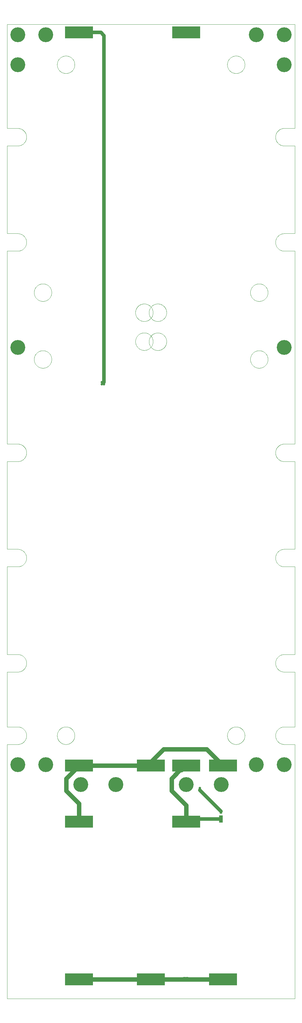
<source format=gtl>
G75*
%MOIN*%
%OFA0B0*%
%FSLAX25Y25*%
%IPPOS*%
%LPD*%
%AMOC8*
5,1,8,0,0,1.08239X$1,22.5*
%
%ADD10C,0.00004*%
%ADD11C,0.00394*%
%ADD12R,0.31496X0.13780*%
%ADD13R,0.04331X0.07874*%
%ADD14R,0.03150X0.03150*%
%ADD15C,0.16693*%
%ADD16C,0.05000*%
%ADD17R,0.02978X0.02978*%
%ADD18C,0.02978*%
%ADD19C,0.04000*%
%ADD20C,0.01200*%
%ADD21C,0.02781*%
%ADD22C,0.16811*%
D10*
X0001063Y0001002D02*
X0323898Y0001002D01*
X0323898Y0286435D01*
X0312087Y0286435D01*
X0311847Y0286438D01*
X0311608Y0286447D01*
X0311369Y0286461D01*
X0311130Y0286482D01*
X0310891Y0286508D01*
X0310654Y0286540D01*
X0310417Y0286578D01*
X0310181Y0286621D01*
X0309947Y0286670D01*
X0309714Y0286725D01*
X0309482Y0286786D01*
X0309251Y0286852D01*
X0309023Y0286924D01*
X0308796Y0287002D01*
X0308571Y0287084D01*
X0308348Y0287173D01*
X0308127Y0287267D01*
X0307909Y0287366D01*
X0307693Y0287470D01*
X0307480Y0287580D01*
X0307270Y0287694D01*
X0307062Y0287814D01*
X0306857Y0287939D01*
X0306656Y0288069D01*
X0306458Y0288204D01*
X0306263Y0288343D01*
X0306071Y0288487D01*
X0305883Y0288636D01*
X0305699Y0288789D01*
X0305519Y0288947D01*
X0305342Y0289109D01*
X0305169Y0289276D01*
X0305001Y0289446D01*
X0304837Y0289621D01*
X0304677Y0289799D01*
X0304521Y0289982D01*
X0304370Y0290168D01*
X0304224Y0290358D01*
X0304082Y0290551D01*
X0303945Y0290747D01*
X0303812Y0290947D01*
X0303685Y0291150D01*
X0303563Y0291356D01*
X0303445Y0291566D01*
X0303333Y0291777D01*
X0303226Y0291992D01*
X0303124Y0292209D01*
X0303028Y0292428D01*
X0302937Y0292650D01*
X0302851Y0292874D01*
X0302771Y0293100D01*
X0302697Y0293328D01*
X0302628Y0293557D01*
X0302564Y0293788D01*
X0302506Y0294021D01*
X0302454Y0294255D01*
X0302408Y0294490D01*
X0302367Y0294726D01*
X0302332Y0294964D01*
X0302303Y0295201D01*
X0302280Y0295440D01*
X0302262Y0295679D01*
X0302251Y0295919D01*
X0302245Y0296158D01*
X0302245Y0296398D01*
X0302251Y0296637D01*
X0302262Y0296877D01*
X0302280Y0297116D01*
X0302303Y0297355D01*
X0302332Y0297592D01*
X0302367Y0297830D01*
X0302408Y0298066D01*
X0302454Y0298301D01*
X0302506Y0298535D01*
X0302564Y0298768D01*
X0302628Y0298999D01*
X0302697Y0299228D01*
X0302771Y0299456D01*
X0302851Y0299682D01*
X0302937Y0299906D01*
X0303028Y0300128D01*
X0303124Y0300347D01*
X0303226Y0300564D01*
X0303333Y0300779D01*
X0303445Y0300990D01*
X0303563Y0301200D01*
X0303685Y0301406D01*
X0303812Y0301609D01*
X0303945Y0301809D01*
X0304082Y0302005D01*
X0304224Y0302198D01*
X0304370Y0302388D01*
X0304521Y0302574D01*
X0304677Y0302757D01*
X0304837Y0302935D01*
X0305001Y0303110D01*
X0305169Y0303280D01*
X0305342Y0303447D01*
X0305519Y0303609D01*
X0305699Y0303767D01*
X0305883Y0303920D01*
X0306071Y0304069D01*
X0306263Y0304213D01*
X0306458Y0304352D01*
X0306656Y0304487D01*
X0306857Y0304617D01*
X0307062Y0304742D01*
X0307270Y0304862D01*
X0307480Y0304976D01*
X0307693Y0305086D01*
X0307909Y0305190D01*
X0308127Y0305289D01*
X0308348Y0305383D01*
X0308571Y0305472D01*
X0308796Y0305554D01*
X0309023Y0305632D01*
X0309251Y0305704D01*
X0309482Y0305770D01*
X0309714Y0305831D01*
X0309947Y0305886D01*
X0310181Y0305935D01*
X0310417Y0305978D01*
X0310654Y0306016D01*
X0310891Y0306048D01*
X0311130Y0306074D01*
X0311369Y0306095D01*
X0311608Y0306109D01*
X0311847Y0306118D01*
X0312087Y0306121D01*
X0312087Y0306120D02*
X0323898Y0306120D01*
X0323898Y0367734D01*
X0312087Y0367734D01*
X0311847Y0367737D01*
X0311608Y0367746D01*
X0311369Y0367760D01*
X0311130Y0367781D01*
X0310891Y0367807D01*
X0310654Y0367839D01*
X0310417Y0367877D01*
X0310181Y0367920D01*
X0309947Y0367969D01*
X0309714Y0368024D01*
X0309482Y0368085D01*
X0309251Y0368151D01*
X0309023Y0368223D01*
X0308796Y0368301D01*
X0308571Y0368383D01*
X0308348Y0368472D01*
X0308127Y0368566D01*
X0307909Y0368665D01*
X0307693Y0368769D01*
X0307480Y0368879D01*
X0307270Y0368993D01*
X0307062Y0369113D01*
X0306857Y0369238D01*
X0306656Y0369368D01*
X0306458Y0369503D01*
X0306263Y0369642D01*
X0306071Y0369786D01*
X0305883Y0369935D01*
X0305699Y0370088D01*
X0305519Y0370246D01*
X0305342Y0370408D01*
X0305169Y0370575D01*
X0305001Y0370745D01*
X0304837Y0370920D01*
X0304677Y0371098D01*
X0304521Y0371281D01*
X0304370Y0371467D01*
X0304224Y0371657D01*
X0304082Y0371850D01*
X0303945Y0372046D01*
X0303812Y0372246D01*
X0303685Y0372449D01*
X0303563Y0372655D01*
X0303445Y0372865D01*
X0303333Y0373076D01*
X0303226Y0373291D01*
X0303124Y0373508D01*
X0303028Y0373727D01*
X0302937Y0373949D01*
X0302851Y0374173D01*
X0302771Y0374399D01*
X0302697Y0374627D01*
X0302628Y0374856D01*
X0302564Y0375087D01*
X0302506Y0375320D01*
X0302454Y0375554D01*
X0302408Y0375789D01*
X0302367Y0376025D01*
X0302332Y0376263D01*
X0302303Y0376500D01*
X0302280Y0376739D01*
X0302262Y0376978D01*
X0302251Y0377218D01*
X0302245Y0377457D01*
X0302245Y0377697D01*
X0302251Y0377936D01*
X0302262Y0378176D01*
X0302280Y0378415D01*
X0302303Y0378654D01*
X0302332Y0378891D01*
X0302367Y0379129D01*
X0302408Y0379365D01*
X0302454Y0379600D01*
X0302506Y0379834D01*
X0302564Y0380067D01*
X0302628Y0380298D01*
X0302697Y0380527D01*
X0302771Y0380755D01*
X0302851Y0380981D01*
X0302937Y0381205D01*
X0303028Y0381427D01*
X0303124Y0381646D01*
X0303226Y0381863D01*
X0303333Y0382078D01*
X0303445Y0382289D01*
X0303563Y0382499D01*
X0303685Y0382705D01*
X0303812Y0382908D01*
X0303945Y0383108D01*
X0304082Y0383304D01*
X0304224Y0383497D01*
X0304370Y0383687D01*
X0304521Y0383873D01*
X0304677Y0384056D01*
X0304837Y0384234D01*
X0305001Y0384409D01*
X0305169Y0384579D01*
X0305342Y0384746D01*
X0305519Y0384908D01*
X0305699Y0385066D01*
X0305883Y0385219D01*
X0306071Y0385368D01*
X0306263Y0385512D01*
X0306458Y0385651D01*
X0306656Y0385786D01*
X0306857Y0385916D01*
X0307062Y0386041D01*
X0307270Y0386161D01*
X0307480Y0386275D01*
X0307693Y0386385D01*
X0307909Y0386489D01*
X0308127Y0386588D01*
X0308348Y0386682D01*
X0308571Y0386771D01*
X0308796Y0386853D01*
X0309023Y0386931D01*
X0309251Y0387003D01*
X0309482Y0387069D01*
X0309714Y0387130D01*
X0309947Y0387185D01*
X0310181Y0387234D01*
X0310417Y0387277D01*
X0310654Y0387315D01*
X0310891Y0387347D01*
X0311130Y0387373D01*
X0311369Y0387394D01*
X0311608Y0387408D01*
X0311847Y0387417D01*
X0312087Y0387420D01*
X0312087Y0387419D02*
X0323898Y0387419D01*
X0323898Y0485844D01*
X0312087Y0485844D01*
X0311847Y0485847D01*
X0311608Y0485856D01*
X0311369Y0485870D01*
X0311130Y0485891D01*
X0310891Y0485917D01*
X0310654Y0485949D01*
X0310417Y0485987D01*
X0310181Y0486030D01*
X0309947Y0486079D01*
X0309714Y0486134D01*
X0309482Y0486195D01*
X0309251Y0486261D01*
X0309023Y0486333D01*
X0308796Y0486411D01*
X0308571Y0486493D01*
X0308348Y0486582D01*
X0308127Y0486676D01*
X0307909Y0486775D01*
X0307693Y0486879D01*
X0307480Y0486989D01*
X0307270Y0487103D01*
X0307062Y0487223D01*
X0306857Y0487348D01*
X0306656Y0487478D01*
X0306458Y0487613D01*
X0306263Y0487752D01*
X0306071Y0487896D01*
X0305883Y0488045D01*
X0305699Y0488198D01*
X0305519Y0488356D01*
X0305342Y0488518D01*
X0305169Y0488685D01*
X0305001Y0488855D01*
X0304837Y0489030D01*
X0304677Y0489208D01*
X0304521Y0489391D01*
X0304370Y0489577D01*
X0304224Y0489767D01*
X0304082Y0489960D01*
X0303945Y0490156D01*
X0303812Y0490356D01*
X0303685Y0490559D01*
X0303563Y0490765D01*
X0303445Y0490975D01*
X0303333Y0491186D01*
X0303226Y0491401D01*
X0303124Y0491618D01*
X0303028Y0491837D01*
X0302937Y0492059D01*
X0302851Y0492283D01*
X0302771Y0492509D01*
X0302697Y0492737D01*
X0302628Y0492966D01*
X0302564Y0493197D01*
X0302506Y0493430D01*
X0302454Y0493664D01*
X0302408Y0493899D01*
X0302367Y0494135D01*
X0302332Y0494373D01*
X0302303Y0494610D01*
X0302280Y0494849D01*
X0302262Y0495088D01*
X0302251Y0495328D01*
X0302245Y0495567D01*
X0302245Y0495807D01*
X0302251Y0496046D01*
X0302262Y0496286D01*
X0302280Y0496525D01*
X0302303Y0496764D01*
X0302332Y0497001D01*
X0302367Y0497239D01*
X0302408Y0497475D01*
X0302454Y0497710D01*
X0302506Y0497944D01*
X0302564Y0498177D01*
X0302628Y0498408D01*
X0302697Y0498637D01*
X0302771Y0498865D01*
X0302851Y0499091D01*
X0302937Y0499315D01*
X0303028Y0499537D01*
X0303124Y0499756D01*
X0303226Y0499973D01*
X0303333Y0500188D01*
X0303445Y0500399D01*
X0303563Y0500609D01*
X0303685Y0500815D01*
X0303812Y0501018D01*
X0303945Y0501218D01*
X0304082Y0501414D01*
X0304224Y0501607D01*
X0304370Y0501797D01*
X0304521Y0501983D01*
X0304677Y0502166D01*
X0304837Y0502344D01*
X0305001Y0502519D01*
X0305169Y0502689D01*
X0305342Y0502856D01*
X0305519Y0503018D01*
X0305699Y0503176D01*
X0305883Y0503329D01*
X0306071Y0503478D01*
X0306263Y0503622D01*
X0306458Y0503761D01*
X0306656Y0503896D01*
X0306857Y0504026D01*
X0307062Y0504151D01*
X0307270Y0504271D01*
X0307480Y0504385D01*
X0307693Y0504495D01*
X0307909Y0504599D01*
X0308127Y0504698D01*
X0308348Y0504792D01*
X0308571Y0504881D01*
X0308796Y0504963D01*
X0309023Y0505041D01*
X0309251Y0505113D01*
X0309482Y0505179D01*
X0309714Y0505240D01*
X0309947Y0505295D01*
X0310181Y0505344D01*
X0310417Y0505387D01*
X0310654Y0505425D01*
X0310891Y0505457D01*
X0311130Y0505483D01*
X0311369Y0505504D01*
X0311608Y0505518D01*
X0311847Y0505527D01*
X0312087Y0505530D01*
X0323898Y0505530D01*
X0323898Y0603955D01*
X0312087Y0603955D01*
X0312087Y0603954D02*
X0311847Y0603957D01*
X0311608Y0603966D01*
X0311369Y0603980D01*
X0311130Y0604001D01*
X0310891Y0604027D01*
X0310654Y0604059D01*
X0310417Y0604097D01*
X0310181Y0604140D01*
X0309947Y0604189D01*
X0309714Y0604244D01*
X0309482Y0604305D01*
X0309251Y0604371D01*
X0309023Y0604443D01*
X0308796Y0604521D01*
X0308571Y0604603D01*
X0308348Y0604692D01*
X0308127Y0604786D01*
X0307909Y0604885D01*
X0307693Y0604989D01*
X0307480Y0605099D01*
X0307270Y0605213D01*
X0307062Y0605333D01*
X0306857Y0605458D01*
X0306656Y0605588D01*
X0306458Y0605723D01*
X0306263Y0605862D01*
X0306071Y0606006D01*
X0305883Y0606155D01*
X0305699Y0606308D01*
X0305519Y0606466D01*
X0305342Y0606628D01*
X0305169Y0606795D01*
X0305001Y0606965D01*
X0304837Y0607140D01*
X0304677Y0607318D01*
X0304521Y0607501D01*
X0304370Y0607687D01*
X0304224Y0607877D01*
X0304082Y0608070D01*
X0303945Y0608266D01*
X0303812Y0608466D01*
X0303685Y0608669D01*
X0303563Y0608876D01*
X0303445Y0609085D01*
X0303333Y0609296D01*
X0303226Y0609511D01*
X0303124Y0609728D01*
X0303028Y0609947D01*
X0302937Y0610169D01*
X0302851Y0610393D01*
X0302771Y0610619D01*
X0302697Y0610847D01*
X0302628Y0611076D01*
X0302564Y0611307D01*
X0302506Y0611540D01*
X0302454Y0611774D01*
X0302408Y0612009D01*
X0302367Y0612245D01*
X0302332Y0612483D01*
X0302303Y0612720D01*
X0302280Y0612959D01*
X0302262Y0613198D01*
X0302251Y0613438D01*
X0302245Y0613677D01*
X0302245Y0613917D01*
X0302251Y0614156D01*
X0302262Y0614396D01*
X0302280Y0614635D01*
X0302303Y0614874D01*
X0302332Y0615111D01*
X0302367Y0615349D01*
X0302408Y0615585D01*
X0302454Y0615820D01*
X0302506Y0616054D01*
X0302564Y0616287D01*
X0302628Y0616518D01*
X0302697Y0616747D01*
X0302771Y0616975D01*
X0302851Y0617201D01*
X0302937Y0617425D01*
X0303028Y0617647D01*
X0303124Y0617866D01*
X0303226Y0618083D01*
X0303333Y0618298D01*
X0303445Y0618509D01*
X0303563Y0618719D01*
X0303685Y0618925D01*
X0303812Y0619128D01*
X0303945Y0619328D01*
X0304082Y0619524D01*
X0304224Y0619717D01*
X0304370Y0619907D01*
X0304521Y0620093D01*
X0304677Y0620276D01*
X0304837Y0620454D01*
X0305001Y0620629D01*
X0305169Y0620799D01*
X0305342Y0620966D01*
X0305519Y0621128D01*
X0305699Y0621286D01*
X0305883Y0621439D01*
X0306071Y0621588D01*
X0306263Y0621732D01*
X0306458Y0621871D01*
X0306656Y0622006D01*
X0306857Y0622136D01*
X0307062Y0622261D01*
X0307270Y0622381D01*
X0307480Y0622495D01*
X0307693Y0622605D01*
X0307909Y0622709D01*
X0308127Y0622808D01*
X0308348Y0622902D01*
X0308571Y0622991D01*
X0308796Y0623073D01*
X0309023Y0623151D01*
X0309251Y0623223D01*
X0309482Y0623289D01*
X0309714Y0623350D01*
X0309947Y0623405D01*
X0310181Y0623454D01*
X0310417Y0623497D01*
X0310654Y0623535D01*
X0310891Y0623567D01*
X0311130Y0623593D01*
X0311369Y0623614D01*
X0311608Y0623628D01*
X0311847Y0623637D01*
X0312087Y0623640D01*
X0323898Y0623640D01*
X0323898Y0840175D01*
X0312087Y0840175D01*
X0311847Y0840178D01*
X0311608Y0840187D01*
X0311369Y0840201D01*
X0311130Y0840222D01*
X0310891Y0840248D01*
X0310654Y0840280D01*
X0310417Y0840318D01*
X0310181Y0840361D01*
X0309947Y0840410D01*
X0309714Y0840465D01*
X0309482Y0840526D01*
X0309251Y0840592D01*
X0309023Y0840664D01*
X0308796Y0840742D01*
X0308571Y0840824D01*
X0308348Y0840913D01*
X0308127Y0841007D01*
X0307909Y0841106D01*
X0307693Y0841210D01*
X0307480Y0841320D01*
X0307270Y0841434D01*
X0307062Y0841554D01*
X0306857Y0841679D01*
X0306656Y0841809D01*
X0306458Y0841944D01*
X0306263Y0842083D01*
X0306071Y0842227D01*
X0305883Y0842376D01*
X0305699Y0842529D01*
X0305519Y0842687D01*
X0305342Y0842849D01*
X0305169Y0843016D01*
X0305001Y0843186D01*
X0304837Y0843361D01*
X0304677Y0843539D01*
X0304521Y0843722D01*
X0304370Y0843908D01*
X0304224Y0844098D01*
X0304082Y0844291D01*
X0303945Y0844487D01*
X0303812Y0844687D01*
X0303685Y0844890D01*
X0303563Y0845097D01*
X0303445Y0845306D01*
X0303333Y0845517D01*
X0303226Y0845732D01*
X0303124Y0845949D01*
X0303028Y0846168D01*
X0302937Y0846390D01*
X0302851Y0846614D01*
X0302771Y0846840D01*
X0302697Y0847068D01*
X0302628Y0847297D01*
X0302564Y0847528D01*
X0302506Y0847761D01*
X0302454Y0847995D01*
X0302408Y0848230D01*
X0302367Y0848466D01*
X0302332Y0848704D01*
X0302303Y0848941D01*
X0302280Y0849180D01*
X0302262Y0849419D01*
X0302251Y0849659D01*
X0302245Y0849898D01*
X0302245Y0850138D01*
X0302251Y0850377D01*
X0302262Y0850617D01*
X0302280Y0850856D01*
X0302303Y0851095D01*
X0302332Y0851332D01*
X0302367Y0851570D01*
X0302408Y0851806D01*
X0302454Y0852041D01*
X0302506Y0852275D01*
X0302564Y0852508D01*
X0302628Y0852739D01*
X0302697Y0852968D01*
X0302771Y0853196D01*
X0302851Y0853422D01*
X0302937Y0853646D01*
X0303028Y0853868D01*
X0303124Y0854087D01*
X0303226Y0854304D01*
X0303333Y0854519D01*
X0303445Y0854730D01*
X0303563Y0854940D01*
X0303685Y0855146D01*
X0303812Y0855349D01*
X0303945Y0855549D01*
X0304082Y0855745D01*
X0304224Y0855938D01*
X0304370Y0856128D01*
X0304521Y0856314D01*
X0304677Y0856497D01*
X0304837Y0856675D01*
X0305001Y0856850D01*
X0305169Y0857020D01*
X0305342Y0857187D01*
X0305519Y0857349D01*
X0305699Y0857507D01*
X0305883Y0857660D01*
X0306071Y0857809D01*
X0306263Y0857953D01*
X0306458Y0858092D01*
X0306656Y0858227D01*
X0306857Y0858357D01*
X0307062Y0858482D01*
X0307270Y0858602D01*
X0307480Y0858716D01*
X0307693Y0858826D01*
X0307909Y0858930D01*
X0308127Y0859029D01*
X0308348Y0859123D01*
X0308571Y0859212D01*
X0308796Y0859294D01*
X0309023Y0859372D01*
X0309251Y0859444D01*
X0309482Y0859510D01*
X0309714Y0859571D01*
X0309947Y0859626D01*
X0310181Y0859675D01*
X0310417Y0859718D01*
X0310654Y0859756D01*
X0310891Y0859788D01*
X0311130Y0859814D01*
X0311369Y0859835D01*
X0311608Y0859849D01*
X0311847Y0859858D01*
X0312087Y0859861D01*
X0312087Y0859860D02*
X0323898Y0859860D01*
X0323898Y0958285D01*
X0312087Y0958285D01*
X0311847Y0958288D01*
X0311608Y0958297D01*
X0311369Y0958311D01*
X0311130Y0958332D01*
X0310891Y0958358D01*
X0310654Y0958390D01*
X0310417Y0958428D01*
X0310181Y0958471D01*
X0309947Y0958520D01*
X0309714Y0958575D01*
X0309482Y0958636D01*
X0309251Y0958702D01*
X0309023Y0958774D01*
X0308796Y0958852D01*
X0308571Y0958934D01*
X0308348Y0959023D01*
X0308127Y0959117D01*
X0307909Y0959216D01*
X0307693Y0959320D01*
X0307480Y0959430D01*
X0307270Y0959544D01*
X0307062Y0959664D01*
X0306857Y0959789D01*
X0306656Y0959919D01*
X0306458Y0960054D01*
X0306263Y0960193D01*
X0306071Y0960337D01*
X0305883Y0960486D01*
X0305699Y0960639D01*
X0305519Y0960797D01*
X0305342Y0960959D01*
X0305169Y0961126D01*
X0305001Y0961296D01*
X0304837Y0961471D01*
X0304677Y0961649D01*
X0304521Y0961832D01*
X0304370Y0962018D01*
X0304224Y0962208D01*
X0304082Y0962401D01*
X0303945Y0962597D01*
X0303812Y0962797D01*
X0303685Y0963000D01*
X0303563Y0963207D01*
X0303445Y0963416D01*
X0303333Y0963627D01*
X0303226Y0963842D01*
X0303124Y0964059D01*
X0303028Y0964278D01*
X0302937Y0964500D01*
X0302851Y0964724D01*
X0302771Y0964950D01*
X0302697Y0965178D01*
X0302628Y0965407D01*
X0302564Y0965638D01*
X0302506Y0965871D01*
X0302454Y0966105D01*
X0302408Y0966340D01*
X0302367Y0966576D01*
X0302332Y0966814D01*
X0302303Y0967051D01*
X0302280Y0967290D01*
X0302262Y0967529D01*
X0302251Y0967769D01*
X0302245Y0968008D01*
X0302245Y0968248D01*
X0302251Y0968487D01*
X0302262Y0968727D01*
X0302280Y0968966D01*
X0302303Y0969205D01*
X0302332Y0969442D01*
X0302367Y0969680D01*
X0302408Y0969916D01*
X0302454Y0970151D01*
X0302506Y0970385D01*
X0302564Y0970618D01*
X0302628Y0970849D01*
X0302697Y0971078D01*
X0302771Y0971306D01*
X0302851Y0971532D01*
X0302937Y0971756D01*
X0303028Y0971978D01*
X0303124Y0972197D01*
X0303226Y0972414D01*
X0303333Y0972629D01*
X0303445Y0972840D01*
X0303563Y0973050D01*
X0303685Y0973256D01*
X0303812Y0973459D01*
X0303945Y0973659D01*
X0304082Y0973855D01*
X0304224Y0974048D01*
X0304370Y0974238D01*
X0304521Y0974424D01*
X0304677Y0974607D01*
X0304837Y0974785D01*
X0305001Y0974960D01*
X0305169Y0975130D01*
X0305342Y0975297D01*
X0305519Y0975459D01*
X0305699Y0975617D01*
X0305883Y0975770D01*
X0306071Y0975919D01*
X0306263Y0976063D01*
X0306458Y0976202D01*
X0306656Y0976337D01*
X0306857Y0976467D01*
X0307062Y0976592D01*
X0307270Y0976712D01*
X0307480Y0976826D01*
X0307693Y0976936D01*
X0307909Y0977040D01*
X0308127Y0977139D01*
X0308348Y0977233D01*
X0308571Y0977322D01*
X0308796Y0977404D01*
X0309023Y0977482D01*
X0309251Y0977554D01*
X0309482Y0977620D01*
X0309714Y0977681D01*
X0309947Y0977736D01*
X0310181Y0977785D01*
X0310417Y0977828D01*
X0310654Y0977866D01*
X0310891Y0977898D01*
X0311130Y0977924D01*
X0311369Y0977945D01*
X0311608Y0977959D01*
X0311847Y0977968D01*
X0312087Y0977971D01*
X0312087Y0977970D02*
X0323898Y0977970D01*
X0323898Y1094703D01*
X0001063Y1094703D01*
X0001063Y0977970D01*
X0012874Y0977970D01*
X0012874Y0977971D02*
X0013114Y0977968D01*
X0013353Y0977959D01*
X0013592Y0977945D01*
X0013831Y0977924D01*
X0014070Y0977898D01*
X0014307Y0977866D01*
X0014544Y0977828D01*
X0014780Y0977785D01*
X0015014Y0977736D01*
X0015247Y0977681D01*
X0015479Y0977620D01*
X0015710Y0977554D01*
X0015938Y0977482D01*
X0016165Y0977404D01*
X0016390Y0977322D01*
X0016613Y0977233D01*
X0016834Y0977139D01*
X0017052Y0977040D01*
X0017268Y0976936D01*
X0017481Y0976826D01*
X0017691Y0976712D01*
X0017899Y0976592D01*
X0018104Y0976467D01*
X0018305Y0976337D01*
X0018503Y0976202D01*
X0018698Y0976063D01*
X0018890Y0975919D01*
X0019078Y0975770D01*
X0019262Y0975617D01*
X0019442Y0975459D01*
X0019619Y0975297D01*
X0019792Y0975130D01*
X0019960Y0974960D01*
X0020124Y0974785D01*
X0020284Y0974607D01*
X0020440Y0974424D01*
X0020591Y0974238D01*
X0020737Y0974048D01*
X0020879Y0973855D01*
X0021016Y0973659D01*
X0021149Y0973459D01*
X0021276Y0973256D01*
X0021398Y0973050D01*
X0021516Y0972840D01*
X0021628Y0972629D01*
X0021735Y0972414D01*
X0021837Y0972197D01*
X0021933Y0971978D01*
X0022024Y0971756D01*
X0022110Y0971532D01*
X0022190Y0971306D01*
X0022264Y0971078D01*
X0022333Y0970849D01*
X0022397Y0970618D01*
X0022455Y0970385D01*
X0022507Y0970151D01*
X0022553Y0969916D01*
X0022594Y0969680D01*
X0022629Y0969442D01*
X0022658Y0969205D01*
X0022681Y0968966D01*
X0022699Y0968727D01*
X0022710Y0968487D01*
X0022716Y0968248D01*
X0022716Y0968008D01*
X0022710Y0967769D01*
X0022699Y0967529D01*
X0022681Y0967290D01*
X0022658Y0967051D01*
X0022629Y0966814D01*
X0022594Y0966576D01*
X0022553Y0966340D01*
X0022507Y0966105D01*
X0022455Y0965871D01*
X0022397Y0965638D01*
X0022333Y0965407D01*
X0022264Y0965178D01*
X0022190Y0964950D01*
X0022110Y0964724D01*
X0022024Y0964500D01*
X0021933Y0964278D01*
X0021837Y0964059D01*
X0021735Y0963842D01*
X0021628Y0963627D01*
X0021516Y0963416D01*
X0021398Y0963207D01*
X0021276Y0963000D01*
X0021149Y0962797D01*
X0021016Y0962597D01*
X0020879Y0962401D01*
X0020737Y0962208D01*
X0020591Y0962018D01*
X0020440Y0961832D01*
X0020284Y0961649D01*
X0020124Y0961471D01*
X0019960Y0961296D01*
X0019792Y0961126D01*
X0019619Y0960959D01*
X0019442Y0960797D01*
X0019262Y0960639D01*
X0019078Y0960486D01*
X0018890Y0960337D01*
X0018698Y0960193D01*
X0018503Y0960054D01*
X0018305Y0959919D01*
X0018104Y0959789D01*
X0017899Y0959664D01*
X0017691Y0959544D01*
X0017481Y0959430D01*
X0017268Y0959320D01*
X0017052Y0959216D01*
X0016834Y0959117D01*
X0016613Y0959023D01*
X0016390Y0958934D01*
X0016165Y0958852D01*
X0015938Y0958774D01*
X0015710Y0958702D01*
X0015479Y0958636D01*
X0015247Y0958575D01*
X0015014Y0958520D01*
X0014780Y0958471D01*
X0014544Y0958428D01*
X0014307Y0958390D01*
X0014070Y0958358D01*
X0013831Y0958332D01*
X0013592Y0958311D01*
X0013353Y0958297D01*
X0013114Y0958288D01*
X0012874Y0958285D01*
X0001063Y0958285D01*
X0001063Y0859860D01*
X0012874Y0859860D01*
X0012874Y0859861D02*
X0013114Y0859858D01*
X0013353Y0859849D01*
X0013592Y0859835D01*
X0013831Y0859814D01*
X0014070Y0859788D01*
X0014307Y0859756D01*
X0014544Y0859718D01*
X0014780Y0859675D01*
X0015014Y0859626D01*
X0015247Y0859571D01*
X0015479Y0859510D01*
X0015710Y0859444D01*
X0015938Y0859372D01*
X0016165Y0859294D01*
X0016390Y0859212D01*
X0016613Y0859123D01*
X0016834Y0859029D01*
X0017052Y0858930D01*
X0017268Y0858826D01*
X0017481Y0858716D01*
X0017691Y0858602D01*
X0017899Y0858482D01*
X0018104Y0858357D01*
X0018305Y0858227D01*
X0018503Y0858092D01*
X0018698Y0857953D01*
X0018890Y0857809D01*
X0019078Y0857660D01*
X0019262Y0857507D01*
X0019442Y0857349D01*
X0019619Y0857187D01*
X0019792Y0857020D01*
X0019960Y0856850D01*
X0020124Y0856675D01*
X0020284Y0856497D01*
X0020440Y0856314D01*
X0020591Y0856128D01*
X0020737Y0855938D01*
X0020879Y0855745D01*
X0021016Y0855549D01*
X0021149Y0855349D01*
X0021276Y0855146D01*
X0021398Y0854940D01*
X0021516Y0854730D01*
X0021628Y0854519D01*
X0021735Y0854304D01*
X0021837Y0854087D01*
X0021933Y0853868D01*
X0022024Y0853646D01*
X0022110Y0853422D01*
X0022190Y0853196D01*
X0022264Y0852968D01*
X0022333Y0852739D01*
X0022397Y0852508D01*
X0022455Y0852275D01*
X0022507Y0852041D01*
X0022553Y0851806D01*
X0022594Y0851570D01*
X0022629Y0851332D01*
X0022658Y0851095D01*
X0022681Y0850856D01*
X0022699Y0850617D01*
X0022710Y0850377D01*
X0022716Y0850138D01*
X0022716Y0849898D01*
X0022710Y0849659D01*
X0022699Y0849419D01*
X0022681Y0849180D01*
X0022658Y0848941D01*
X0022629Y0848704D01*
X0022594Y0848466D01*
X0022553Y0848230D01*
X0022507Y0847995D01*
X0022455Y0847761D01*
X0022397Y0847528D01*
X0022333Y0847297D01*
X0022264Y0847068D01*
X0022190Y0846840D01*
X0022110Y0846614D01*
X0022024Y0846390D01*
X0021933Y0846168D01*
X0021837Y0845949D01*
X0021735Y0845732D01*
X0021628Y0845517D01*
X0021516Y0845306D01*
X0021398Y0845097D01*
X0021276Y0844890D01*
X0021149Y0844687D01*
X0021016Y0844487D01*
X0020879Y0844291D01*
X0020737Y0844098D01*
X0020591Y0843908D01*
X0020440Y0843722D01*
X0020284Y0843539D01*
X0020124Y0843361D01*
X0019960Y0843186D01*
X0019792Y0843016D01*
X0019619Y0842849D01*
X0019442Y0842687D01*
X0019262Y0842529D01*
X0019078Y0842376D01*
X0018890Y0842227D01*
X0018698Y0842083D01*
X0018503Y0841944D01*
X0018305Y0841809D01*
X0018104Y0841679D01*
X0017899Y0841554D01*
X0017691Y0841434D01*
X0017481Y0841320D01*
X0017268Y0841210D01*
X0017052Y0841106D01*
X0016834Y0841007D01*
X0016613Y0840913D01*
X0016390Y0840824D01*
X0016165Y0840742D01*
X0015938Y0840664D01*
X0015710Y0840592D01*
X0015479Y0840526D01*
X0015247Y0840465D01*
X0015014Y0840410D01*
X0014780Y0840361D01*
X0014544Y0840318D01*
X0014307Y0840280D01*
X0014070Y0840248D01*
X0013831Y0840222D01*
X0013592Y0840201D01*
X0013353Y0840187D01*
X0013114Y0840178D01*
X0012874Y0840175D01*
X0001063Y0840175D01*
X0001063Y0623640D01*
X0012874Y0623640D01*
X0013114Y0623637D01*
X0013353Y0623628D01*
X0013592Y0623614D01*
X0013831Y0623593D01*
X0014070Y0623567D01*
X0014307Y0623535D01*
X0014544Y0623497D01*
X0014780Y0623454D01*
X0015014Y0623405D01*
X0015247Y0623350D01*
X0015479Y0623289D01*
X0015710Y0623223D01*
X0015938Y0623151D01*
X0016165Y0623073D01*
X0016390Y0622991D01*
X0016613Y0622902D01*
X0016834Y0622808D01*
X0017052Y0622709D01*
X0017268Y0622605D01*
X0017481Y0622495D01*
X0017691Y0622381D01*
X0017899Y0622261D01*
X0018104Y0622136D01*
X0018305Y0622006D01*
X0018503Y0621871D01*
X0018698Y0621732D01*
X0018890Y0621588D01*
X0019078Y0621439D01*
X0019262Y0621286D01*
X0019442Y0621128D01*
X0019619Y0620966D01*
X0019792Y0620799D01*
X0019960Y0620629D01*
X0020124Y0620454D01*
X0020284Y0620276D01*
X0020440Y0620093D01*
X0020591Y0619907D01*
X0020737Y0619717D01*
X0020879Y0619524D01*
X0021016Y0619328D01*
X0021149Y0619128D01*
X0021276Y0618925D01*
X0021398Y0618719D01*
X0021516Y0618509D01*
X0021628Y0618298D01*
X0021735Y0618083D01*
X0021837Y0617866D01*
X0021933Y0617647D01*
X0022024Y0617425D01*
X0022110Y0617201D01*
X0022190Y0616975D01*
X0022264Y0616747D01*
X0022333Y0616518D01*
X0022397Y0616287D01*
X0022455Y0616054D01*
X0022507Y0615820D01*
X0022553Y0615585D01*
X0022594Y0615349D01*
X0022629Y0615111D01*
X0022658Y0614874D01*
X0022681Y0614635D01*
X0022699Y0614396D01*
X0022710Y0614156D01*
X0022716Y0613917D01*
X0022716Y0613677D01*
X0022710Y0613438D01*
X0022699Y0613198D01*
X0022681Y0612959D01*
X0022658Y0612720D01*
X0022629Y0612483D01*
X0022594Y0612245D01*
X0022553Y0612009D01*
X0022507Y0611774D01*
X0022455Y0611540D01*
X0022397Y0611307D01*
X0022333Y0611076D01*
X0022264Y0610847D01*
X0022190Y0610619D01*
X0022110Y0610393D01*
X0022024Y0610169D01*
X0021933Y0609947D01*
X0021837Y0609728D01*
X0021735Y0609511D01*
X0021628Y0609296D01*
X0021516Y0609085D01*
X0021398Y0608876D01*
X0021276Y0608669D01*
X0021149Y0608466D01*
X0021016Y0608266D01*
X0020879Y0608070D01*
X0020737Y0607877D01*
X0020591Y0607687D01*
X0020440Y0607501D01*
X0020284Y0607318D01*
X0020124Y0607140D01*
X0019960Y0606965D01*
X0019792Y0606795D01*
X0019619Y0606628D01*
X0019442Y0606466D01*
X0019262Y0606308D01*
X0019078Y0606155D01*
X0018890Y0606006D01*
X0018698Y0605862D01*
X0018503Y0605723D01*
X0018305Y0605588D01*
X0018104Y0605458D01*
X0017899Y0605333D01*
X0017691Y0605213D01*
X0017481Y0605099D01*
X0017268Y0604989D01*
X0017052Y0604885D01*
X0016834Y0604786D01*
X0016613Y0604692D01*
X0016390Y0604603D01*
X0016165Y0604521D01*
X0015938Y0604443D01*
X0015710Y0604371D01*
X0015479Y0604305D01*
X0015247Y0604244D01*
X0015014Y0604189D01*
X0014780Y0604140D01*
X0014544Y0604097D01*
X0014307Y0604059D01*
X0014070Y0604027D01*
X0013831Y0604001D01*
X0013592Y0603980D01*
X0013353Y0603966D01*
X0013114Y0603957D01*
X0012874Y0603954D01*
X0012874Y0603955D02*
X0001063Y0603955D01*
X0001063Y0505530D01*
X0012874Y0505530D01*
X0013114Y0505527D01*
X0013353Y0505518D01*
X0013592Y0505504D01*
X0013831Y0505483D01*
X0014070Y0505457D01*
X0014307Y0505425D01*
X0014544Y0505387D01*
X0014780Y0505344D01*
X0015014Y0505295D01*
X0015247Y0505240D01*
X0015479Y0505179D01*
X0015710Y0505113D01*
X0015938Y0505041D01*
X0016165Y0504963D01*
X0016390Y0504881D01*
X0016613Y0504792D01*
X0016834Y0504698D01*
X0017052Y0504599D01*
X0017268Y0504495D01*
X0017481Y0504385D01*
X0017691Y0504271D01*
X0017899Y0504151D01*
X0018104Y0504026D01*
X0018305Y0503896D01*
X0018503Y0503761D01*
X0018698Y0503622D01*
X0018890Y0503478D01*
X0019078Y0503329D01*
X0019262Y0503176D01*
X0019442Y0503018D01*
X0019619Y0502856D01*
X0019792Y0502689D01*
X0019960Y0502519D01*
X0020124Y0502344D01*
X0020284Y0502166D01*
X0020440Y0501983D01*
X0020591Y0501797D01*
X0020737Y0501607D01*
X0020879Y0501414D01*
X0021016Y0501218D01*
X0021149Y0501018D01*
X0021276Y0500815D01*
X0021398Y0500609D01*
X0021516Y0500399D01*
X0021628Y0500188D01*
X0021735Y0499973D01*
X0021837Y0499756D01*
X0021933Y0499537D01*
X0022024Y0499315D01*
X0022110Y0499091D01*
X0022190Y0498865D01*
X0022264Y0498637D01*
X0022333Y0498408D01*
X0022397Y0498177D01*
X0022455Y0497944D01*
X0022507Y0497710D01*
X0022553Y0497475D01*
X0022594Y0497239D01*
X0022629Y0497001D01*
X0022658Y0496764D01*
X0022681Y0496525D01*
X0022699Y0496286D01*
X0022710Y0496046D01*
X0022716Y0495807D01*
X0022716Y0495567D01*
X0022710Y0495328D01*
X0022699Y0495088D01*
X0022681Y0494849D01*
X0022658Y0494610D01*
X0022629Y0494373D01*
X0022594Y0494135D01*
X0022553Y0493899D01*
X0022507Y0493664D01*
X0022455Y0493430D01*
X0022397Y0493197D01*
X0022333Y0492966D01*
X0022264Y0492737D01*
X0022190Y0492509D01*
X0022110Y0492283D01*
X0022024Y0492059D01*
X0021933Y0491837D01*
X0021837Y0491618D01*
X0021735Y0491401D01*
X0021628Y0491186D01*
X0021516Y0490975D01*
X0021398Y0490766D01*
X0021276Y0490559D01*
X0021149Y0490356D01*
X0021016Y0490156D01*
X0020879Y0489960D01*
X0020737Y0489767D01*
X0020591Y0489577D01*
X0020440Y0489391D01*
X0020284Y0489208D01*
X0020124Y0489030D01*
X0019960Y0488855D01*
X0019792Y0488685D01*
X0019619Y0488518D01*
X0019442Y0488356D01*
X0019262Y0488198D01*
X0019078Y0488045D01*
X0018890Y0487896D01*
X0018698Y0487752D01*
X0018503Y0487613D01*
X0018305Y0487478D01*
X0018104Y0487348D01*
X0017899Y0487223D01*
X0017691Y0487103D01*
X0017481Y0486989D01*
X0017268Y0486879D01*
X0017052Y0486775D01*
X0016834Y0486676D01*
X0016613Y0486582D01*
X0016390Y0486493D01*
X0016165Y0486411D01*
X0015938Y0486333D01*
X0015710Y0486261D01*
X0015479Y0486195D01*
X0015247Y0486134D01*
X0015014Y0486079D01*
X0014780Y0486030D01*
X0014544Y0485987D01*
X0014307Y0485949D01*
X0014070Y0485917D01*
X0013831Y0485891D01*
X0013592Y0485870D01*
X0013353Y0485856D01*
X0013114Y0485847D01*
X0012874Y0485844D01*
X0001063Y0485844D01*
X0001063Y0387419D01*
X0012874Y0387419D01*
X0012874Y0387420D02*
X0013114Y0387417D01*
X0013353Y0387408D01*
X0013592Y0387394D01*
X0013831Y0387373D01*
X0014070Y0387347D01*
X0014307Y0387315D01*
X0014544Y0387277D01*
X0014780Y0387234D01*
X0015014Y0387185D01*
X0015247Y0387130D01*
X0015479Y0387069D01*
X0015710Y0387003D01*
X0015938Y0386931D01*
X0016165Y0386853D01*
X0016390Y0386771D01*
X0016613Y0386682D01*
X0016834Y0386588D01*
X0017052Y0386489D01*
X0017268Y0386385D01*
X0017481Y0386275D01*
X0017691Y0386161D01*
X0017899Y0386041D01*
X0018104Y0385916D01*
X0018305Y0385786D01*
X0018503Y0385651D01*
X0018698Y0385512D01*
X0018890Y0385368D01*
X0019078Y0385219D01*
X0019262Y0385066D01*
X0019442Y0384908D01*
X0019619Y0384746D01*
X0019792Y0384579D01*
X0019960Y0384409D01*
X0020124Y0384234D01*
X0020284Y0384056D01*
X0020440Y0383873D01*
X0020591Y0383687D01*
X0020737Y0383497D01*
X0020879Y0383304D01*
X0021016Y0383108D01*
X0021149Y0382908D01*
X0021276Y0382705D01*
X0021398Y0382499D01*
X0021516Y0382289D01*
X0021628Y0382078D01*
X0021735Y0381863D01*
X0021837Y0381646D01*
X0021933Y0381427D01*
X0022024Y0381205D01*
X0022110Y0380981D01*
X0022190Y0380755D01*
X0022264Y0380527D01*
X0022333Y0380298D01*
X0022397Y0380067D01*
X0022455Y0379834D01*
X0022507Y0379600D01*
X0022553Y0379365D01*
X0022594Y0379129D01*
X0022629Y0378891D01*
X0022658Y0378654D01*
X0022681Y0378415D01*
X0022699Y0378176D01*
X0022710Y0377936D01*
X0022716Y0377697D01*
X0022716Y0377457D01*
X0022710Y0377218D01*
X0022699Y0376978D01*
X0022681Y0376739D01*
X0022658Y0376500D01*
X0022629Y0376263D01*
X0022594Y0376025D01*
X0022553Y0375789D01*
X0022507Y0375554D01*
X0022455Y0375320D01*
X0022397Y0375087D01*
X0022333Y0374856D01*
X0022264Y0374627D01*
X0022190Y0374399D01*
X0022110Y0374173D01*
X0022024Y0373949D01*
X0021933Y0373727D01*
X0021837Y0373508D01*
X0021735Y0373291D01*
X0021628Y0373076D01*
X0021516Y0372865D01*
X0021398Y0372656D01*
X0021276Y0372449D01*
X0021149Y0372246D01*
X0021016Y0372046D01*
X0020879Y0371850D01*
X0020737Y0371657D01*
X0020591Y0371467D01*
X0020440Y0371281D01*
X0020284Y0371098D01*
X0020124Y0370920D01*
X0019960Y0370745D01*
X0019792Y0370575D01*
X0019619Y0370408D01*
X0019442Y0370246D01*
X0019262Y0370088D01*
X0019078Y0369935D01*
X0018890Y0369786D01*
X0018698Y0369642D01*
X0018503Y0369503D01*
X0018305Y0369368D01*
X0018104Y0369238D01*
X0017899Y0369113D01*
X0017691Y0368993D01*
X0017481Y0368879D01*
X0017268Y0368769D01*
X0017052Y0368665D01*
X0016834Y0368566D01*
X0016613Y0368472D01*
X0016390Y0368383D01*
X0016165Y0368301D01*
X0015938Y0368223D01*
X0015710Y0368151D01*
X0015479Y0368085D01*
X0015247Y0368024D01*
X0015014Y0367969D01*
X0014780Y0367920D01*
X0014544Y0367877D01*
X0014307Y0367839D01*
X0014070Y0367807D01*
X0013831Y0367781D01*
X0013592Y0367760D01*
X0013353Y0367746D01*
X0013114Y0367737D01*
X0012874Y0367734D01*
X0001063Y0367734D01*
X0001063Y0306120D01*
X0012874Y0306120D01*
X0012874Y0306121D02*
X0013114Y0306118D01*
X0013353Y0306109D01*
X0013592Y0306095D01*
X0013831Y0306074D01*
X0014070Y0306048D01*
X0014307Y0306016D01*
X0014544Y0305978D01*
X0014780Y0305935D01*
X0015014Y0305886D01*
X0015247Y0305831D01*
X0015479Y0305770D01*
X0015710Y0305704D01*
X0015938Y0305632D01*
X0016165Y0305554D01*
X0016390Y0305472D01*
X0016613Y0305383D01*
X0016834Y0305289D01*
X0017052Y0305190D01*
X0017268Y0305086D01*
X0017481Y0304976D01*
X0017691Y0304862D01*
X0017899Y0304742D01*
X0018104Y0304617D01*
X0018305Y0304487D01*
X0018503Y0304352D01*
X0018698Y0304213D01*
X0018890Y0304069D01*
X0019078Y0303920D01*
X0019262Y0303767D01*
X0019442Y0303609D01*
X0019619Y0303447D01*
X0019792Y0303280D01*
X0019960Y0303110D01*
X0020124Y0302935D01*
X0020284Y0302757D01*
X0020440Y0302574D01*
X0020591Y0302388D01*
X0020737Y0302198D01*
X0020879Y0302005D01*
X0021016Y0301809D01*
X0021149Y0301609D01*
X0021276Y0301406D01*
X0021398Y0301200D01*
X0021516Y0300990D01*
X0021628Y0300779D01*
X0021735Y0300564D01*
X0021837Y0300347D01*
X0021933Y0300128D01*
X0022024Y0299906D01*
X0022110Y0299682D01*
X0022190Y0299456D01*
X0022264Y0299228D01*
X0022333Y0298999D01*
X0022397Y0298768D01*
X0022455Y0298535D01*
X0022507Y0298301D01*
X0022553Y0298066D01*
X0022594Y0297830D01*
X0022629Y0297592D01*
X0022658Y0297355D01*
X0022681Y0297116D01*
X0022699Y0296877D01*
X0022710Y0296637D01*
X0022716Y0296398D01*
X0022716Y0296158D01*
X0022710Y0295919D01*
X0022699Y0295679D01*
X0022681Y0295440D01*
X0022658Y0295201D01*
X0022629Y0294964D01*
X0022594Y0294726D01*
X0022553Y0294490D01*
X0022507Y0294255D01*
X0022455Y0294021D01*
X0022397Y0293788D01*
X0022333Y0293557D01*
X0022264Y0293328D01*
X0022190Y0293100D01*
X0022110Y0292874D01*
X0022024Y0292650D01*
X0021933Y0292428D01*
X0021837Y0292209D01*
X0021735Y0291992D01*
X0021628Y0291777D01*
X0021516Y0291566D01*
X0021398Y0291357D01*
X0021276Y0291150D01*
X0021149Y0290947D01*
X0021016Y0290747D01*
X0020879Y0290551D01*
X0020737Y0290358D01*
X0020591Y0290168D01*
X0020440Y0289982D01*
X0020284Y0289799D01*
X0020124Y0289621D01*
X0019960Y0289446D01*
X0019792Y0289276D01*
X0019619Y0289109D01*
X0019442Y0288947D01*
X0019262Y0288789D01*
X0019078Y0288636D01*
X0018890Y0288487D01*
X0018698Y0288343D01*
X0018503Y0288204D01*
X0018305Y0288069D01*
X0018104Y0287939D01*
X0017899Y0287814D01*
X0017691Y0287694D01*
X0017481Y0287580D01*
X0017268Y0287470D01*
X0017052Y0287366D01*
X0016834Y0287267D01*
X0016613Y0287173D01*
X0016390Y0287084D01*
X0016165Y0287002D01*
X0015938Y0286924D01*
X0015710Y0286852D01*
X0015479Y0286786D01*
X0015247Y0286725D01*
X0015014Y0286670D01*
X0014780Y0286621D01*
X0014544Y0286578D01*
X0014307Y0286540D01*
X0014070Y0286508D01*
X0013831Y0286482D01*
X0013592Y0286461D01*
X0013353Y0286447D01*
X0013114Y0286438D01*
X0012874Y0286435D01*
X0001063Y0286435D01*
X0001063Y0001002D01*
X0008187Y0263600D02*
X0008189Y0263736D01*
X0008195Y0263873D01*
X0008205Y0264008D01*
X0008219Y0264144D01*
X0008236Y0264279D01*
X0008258Y0264414D01*
X0008284Y0264548D01*
X0008313Y0264681D01*
X0008347Y0264813D01*
X0008384Y0264944D01*
X0008425Y0265074D01*
X0008470Y0265203D01*
X0008518Y0265330D01*
X0008570Y0265456D01*
X0008626Y0265581D01*
X0008686Y0265704D01*
X0008748Y0265824D01*
X0008815Y0265943D01*
X0008885Y0266061D01*
X0008958Y0266176D01*
X0009035Y0266288D01*
X0009114Y0266399D01*
X0009197Y0266507D01*
X0009284Y0266613D01*
X0009373Y0266716D01*
X0009465Y0266816D01*
X0009560Y0266914D01*
X0009658Y0267009D01*
X0009758Y0267101D01*
X0009861Y0267190D01*
X0009967Y0267277D01*
X0010075Y0267360D01*
X0010186Y0267439D01*
X0010298Y0267516D01*
X0010413Y0267589D01*
X0010530Y0267659D01*
X0010650Y0267726D01*
X0010770Y0267788D01*
X0010893Y0267848D01*
X0011018Y0267904D01*
X0011144Y0267956D01*
X0011271Y0268004D01*
X0011400Y0268049D01*
X0011530Y0268090D01*
X0011661Y0268127D01*
X0011793Y0268161D01*
X0011926Y0268190D01*
X0012060Y0268216D01*
X0012195Y0268238D01*
X0012330Y0268255D01*
X0012466Y0268269D01*
X0012601Y0268279D01*
X0012738Y0268285D01*
X0012874Y0268287D01*
X0013010Y0268285D01*
X0013147Y0268279D01*
X0013282Y0268269D01*
X0013418Y0268255D01*
X0013553Y0268238D01*
X0013688Y0268216D01*
X0013822Y0268190D01*
X0013955Y0268161D01*
X0014087Y0268127D01*
X0014218Y0268090D01*
X0014348Y0268049D01*
X0014477Y0268004D01*
X0014604Y0267956D01*
X0014730Y0267904D01*
X0014855Y0267848D01*
X0014978Y0267788D01*
X0015098Y0267726D01*
X0015217Y0267659D01*
X0015335Y0267589D01*
X0015450Y0267516D01*
X0015562Y0267439D01*
X0015673Y0267360D01*
X0015781Y0267277D01*
X0015887Y0267190D01*
X0015990Y0267101D01*
X0016090Y0267009D01*
X0016188Y0266914D01*
X0016283Y0266816D01*
X0016375Y0266716D01*
X0016464Y0266613D01*
X0016551Y0266507D01*
X0016634Y0266399D01*
X0016713Y0266288D01*
X0016790Y0266176D01*
X0016863Y0266061D01*
X0016933Y0265943D01*
X0017000Y0265824D01*
X0017062Y0265704D01*
X0017122Y0265581D01*
X0017178Y0265456D01*
X0017230Y0265330D01*
X0017278Y0265203D01*
X0017323Y0265074D01*
X0017364Y0264944D01*
X0017401Y0264813D01*
X0017435Y0264681D01*
X0017464Y0264548D01*
X0017490Y0264414D01*
X0017512Y0264279D01*
X0017529Y0264144D01*
X0017543Y0264008D01*
X0017553Y0263873D01*
X0017559Y0263736D01*
X0017561Y0263600D01*
X0017559Y0263464D01*
X0017553Y0263327D01*
X0017543Y0263192D01*
X0017529Y0263056D01*
X0017512Y0262921D01*
X0017490Y0262786D01*
X0017464Y0262652D01*
X0017435Y0262519D01*
X0017401Y0262387D01*
X0017364Y0262256D01*
X0017323Y0262126D01*
X0017278Y0261997D01*
X0017230Y0261870D01*
X0017178Y0261744D01*
X0017122Y0261619D01*
X0017062Y0261496D01*
X0017000Y0261376D01*
X0016933Y0261256D01*
X0016863Y0261139D01*
X0016790Y0261024D01*
X0016713Y0260912D01*
X0016634Y0260801D01*
X0016551Y0260693D01*
X0016464Y0260587D01*
X0016375Y0260484D01*
X0016283Y0260384D01*
X0016188Y0260286D01*
X0016090Y0260191D01*
X0015990Y0260099D01*
X0015887Y0260010D01*
X0015781Y0259923D01*
X0015673Y0259840D01*
X0015562Y0259761D01*
X0015450Y0259684D01*
X0015335Y0259611D01*
X0015218Y0259541D01*
X0015098Y0259474D01*
X0014978Y0259412D01*
X0014855Y0259352D01*
X0014730Y0259296D01*
X0014604Y0259244D01*
X0014477Y0259196D01*
X0014348Y0259151D01*
X0014218Y0259110D01*
X0014087Y0259073D01*
X0013955Y0259039D01*
X0013822Y0259010D01*
X0013688Y0258984D01*
X0013553Y0258962D01*
X0013418Y0258945D01*
X0013282Y0258931D01*
X0013147Y0258921D01*
X0013010Y0258915D01*
X0012874Y0258913D01*
X0012738Y0258915D01*
X0012601Y0258921D01*
X0012466Y0258931D01*
X0012330Y0258945D01*
X0012195Y0258962D01*
X0012060Y0258984D01*
X0011926Y0259010D01*
X0011793Y0259039D01*
X0011661Y0259073D01*
X0011530Y0259110D01*
X0011400Y0259151D01*
X0011271Y0259196D01*
X0011144Y0259244D01*
X0011018Y0259296D01*
X0010893Y0259352D01*
X0010770Y0259412D01*
X0010650Y0259474D01*
X0010530Y0259541D01*
X0010413Y0259611D01*
X0010298Y0259684D01*
X0010186Y0259761D01*
X0010075Y0259840D01*
X0009967Y0259923D01*
X0009861Y0260010D01*
X0009758Y0260099D01*
X0009658Y0260191D01*
X0009560Y0260286D01*
X0009465Y0260384D01*
X0009373Y0260484D01*
X0009284Y0260587D01*
X0009197Y0260693D01*
X0009114Y0260801D01*
X0009035Y0260912D01*
X0008958Y0261024D01*
X0008885Y0261139D01*
X0008815Y0261256D01*
X0008748Y0261376D01*
X0008686Y0261496D01*
X0008626Y0261619D01*
X0008570Y0261744D01*
X0008518Y0261870D01*
X0008470Y0261997D01*
X0008425Y0262126D01*
X0008384Y0262256D01*
X0008347Y0262387D01*
X0008313Y0262519D01*
X0008284Y0262652D01*
X0008258Y0262786D01*
X0008236Y0262921D01*
X0008219Y0263056D01*
X0008205Y0263192D01*
X0008195Y0263327D01*
X0008189Y0263464D01*
X0008187Y0263600D01*
X0039683Y0263600D02*
X0039685Y0263736D01*
X0039691Y0263873D01*
X0039701Y0264008D01*
X0039715Y0264144D01*
X0039732Y0264279D01*
X0039754Y0264414D01*
X0039780Y0264548D01*
X0039809Y0264681D01*
X0039843Y0264813D01*
X0039880Y0264944D01*
X0039921Y0265074D01*
X0039966Y0265203D01*
X0040014Y0265330D01*
X0040066Y0265456D01*
X0040122Y0265581D01*
X0040182Y0265704D01*
X0040244Y0265824D01*
X0040311Y0265943D01*
X0040381Y0266061D01*
X0040454Y0266176D01*
X0040531Y0266288D01*
X0040610Y0266399D01*
X0040693Y0266507D01*
X0040780Y0266613D01*
X0040869Y0266716D01*
X0040961Y0266816D01*
X0041056Y0266914D01*
X0041154Y0267009D01*
X0041254Y0267101D01*
X0041357Y0267190D01*
X0041463Y0267277D01*
X0041571Y0267360D01*
X0041682Y0267439D01*
X0041794Y0267516D01*
X0041909Y0267589D01*
X0042026Y0267659D01*
X0042146Y0267726D01*
X0042266Y0267788D01*
X0042389Y0267848D01*
X0042514Y0267904D01*
X0042640Y0267956D01*
X0042767Y0268004D01*
X0042896Y0268049D01*
X0043026Y0268090D01*
X0043157Y0268127D01*
X0043289Y0268161D01*
X0043422Y0268190D01*
X0043556Y0268216D01*
X0043691Y0268238D01*
X0043826Y0268255D01*
X0043962Y0268269D01*
X0044097Y0268279D01*
X0044234Y0268285D01*
X0044370Y0268287D01*
X0044506Y0268285D01*
X0044643Y0268279D01*
X0044778Y0268269D01*
X0044914Y0268255D01*
X0045049Y0268238D01*
X0045184Y0268216D01*
X0045318Y0268190D01*
X0045451Y0268161D01*
X0045583Y0268127D01*
X0045714Y0268090D01*
X0045844Y0268049D01*
X0045973Y0268004D01*
X0046100Y0267956D01*
X0046226Y0267904D01*
X0046351Y0267848D01*
X0046474Y0267788D01*
X0046594Y0267726D01*
X0046713Y0267659D01*
X0046831Y0267589D01*
X0046946Y0267516D01*
X0047058Y0267439D01*
X0047169Y0267360D01*
X0047277Y0267277D01*
X0047383Y0267190D01*
X0047486Y0267101D01*
X0047586Y0267009D01*
X0047684Y0266914D01*
X0047779Y0266816D01*
X0047871Y0266716D01*
X0047960Y0266613D01*
X0048047Y0266507D01*
X0048130Y0266399D01*
X0048209Y0266288D01*
X0048286Y0266176D01*
X0048359Y0266061D01*
X0048429Y0265943D01*
X0048496Y0265824D01*
X0048558Y0265704D01*
X0048618Y0265581D01*
X0048674Y0265456D01*
X0048726Y0265330D01*
X0048774Y0265203D01*
X0048819Y0265074D01*
X0048860Y0264944D01*
X0048897Y0264813D01*
X0048931Y0264681D01*
X0048960Y0264548D01*
X0048986Y0264414D01*
X0049008Y0264279D01*
X0049025Y0264144D01*
X0049039Y0264008D01*
X0049049Y0263873D01*
X0049055Y0263736D01*
X0049057Y0263600D01*
X0049055Y0263464D01*
X0049049Y0263327D01*
X0049039Y0263192D01*
X0049025Y0263056D01*
X0049008Y0262921D01*
X0048986Y0262786D01*
X0048960Y0262652D01*
X0048931Y0262519D01*
X0048897Y0262387D01*
X0048860Y0262256D01*
X0048819Y0262126D01*
X0048774Y0261997D01*
X0048726Y0261870D01*
X0048674Y0261744D01*
X0048618Y0261619D01*
X0048558Y0261496D01*
X0048496Y0261376D01*
X0048429Y0261256D01*
X0048359Y0261139D01*
X0048286Y0261024D01*
X0048209Y0260912D01*
X0048130Y0260801D01*
X0048047Y0260693D01*
X0047960Y0260587D01*
X0047871Y0260484D01*
X0047779Y0260384D01*
X0047684Y0260286D01*
X0047586Y0260191D01*
X0047486Y0260099D01*
X0047383Y0260010D01*
X0047277Y0259923D01*
X0047169Y0259840D01*
X0047058Y0259761D01*
X0046946Y0259684D01*
X0046831Y0259611D01*
X0046714Y0259541D01*
X0046594Y0259474D01*
X0046474Y0259412D01*
X0046351Y0259352D01*
X0046226Y0259296D01*
X0046100Y0259244D01*
X0045973Y0259196D01*
X0045844Y0259151D01*
X0045714Y0259110D01*
X0045583Y0259073D01*
X0045451Y0259039D01*
X0045318Y0259010D01*
X0045184Y0258984D01*
X0045049Y0258962D01*
X0044914Y0258945D01*
X0044778Y0258931D01*
X0044643Y0258921D01*
X0044506Y0258915D01*
X0044370Y0258913D01*
X0044234Y0258915D01*
X0044097Y0258921D01*
X0043962Y0258931D01*
X0043826Y0258945D01*
X0043691Y0258962D01*
X0043556Y0258984D01*
X0043422Y0259010D01*
X0043289Y0259039D01*
X0043157Y0259073D01*
X0043026Y0259110D01*
X0042896Y0259151D01*
X0042767Y0259196D01*
X0042640Y0259244D01*
X0042514Y0259296D01*
X0042389Y0259352D01*
X0042266Y0259412D01*
X0042146Y0259474D01*
X0042026Y0259541D01*
X0041909Y0259611D01*
X0041794Y0259684D01*
X0041682Y0259761D01*
X0041571Y0259840D01*
X0041463Y0259923D01*
X0041357Y0260010D01*
X0041254Y0260099D01*
X0041154Y0260191D01*
X0041056Y0260286D01*
X0040961Y0260384D01*
X0040869Y0260484D01*
X0040780Y0260587D01*
X0040693Y0260693D01*
X0040610Y0260801D01*
X0040531Y0260912D01*
X0040454Y0261024D01*
X0040381Y0261139D01*
X0040311Y0261256D01*
X0040244Y0261376D01*
X0040182Y0261496D01*
X0040122Y0261619D01*
X0040066Y0261744D01*
X0040014Y0261870D01*
X0039966Y0261997D01*
X0039921Y0262126D01*
X0039880Y0262256D01*
X0039843Y0262387D01*
X0039809Y0262519D01*
X0039780Y0262652D01*
X0039754Y0262786D01*
X0039732Y0262921D01*
X0039715Y0263056D01*
X0039701Y0263192D01*
X0039691Y0263327D01*
X0039685Y0263464D01*
X0039683Y0263600D01*
X0057136Y0296278D02*
X0057139Y0296520D01*
X0057148Y0296761D01*
X0057163Y0297002D01*
X0057183Y0297243D01*
X0057210Y0297483D01*
X0057243Y0297722D01*
X0057281Y0297961D01*
X0057325Y0298198D01*
X0057375Y0298435D01*
X0057431Y0298670D01*
X0057493Y0298903D01*
X0057560Y0299135D01*
X0057633Y0299366D01*
X0057711Y0299594D01*
X0057796Y0299820D01*
X0057885Y0300045D01*
X0057980Y0300267D01*
X0058081Y0300486D01*
X0058187Y0300704D01*
X0058298Y0300918D01*
X0058415Y0301130D01*
X0058536Y0301338D01*
X0058663Y0301544D01*
X0058795Y0301746D01*
X0058932Y0301946D01*
X0059073Y0302141D01*
X0059219Y0302334D01*
X0059370Y0302522D01*
X0059526Y0302707D01*
X0059686Y0302888D01*
X0059850Y0303065D01*
X0060019Y0303238D01*
X0060192Y0303407D01*
X0060369Y0303571D01*
X0060550Y0303731D01*
X0060735Y0303887D01*
X0060923Y0304038D01*
X0061116Y0304184D01*
X0061311Y0304325D01*
X0061511Y0304462D01*
X0061713Y0304594D01*
X0061919Y0304721D01*
X0062127Y0304842D01*
X0062339Y0304959D01*
X0062553Y0305070D01*
X0062771Y0305176D01*
X0062990Y0305277D01*
X0063212Y0305372D01*
X0063437Y0305461D01*
X0063663Y0305546D01*
X0063891Y0305624D01*
X0064122Y0305697D01*
X0064354Y0305764D01*
X0064587Y0305826D01*
X0064822Y0305882D01*
X0065059Y0305932D01*
X0065296Y0305976D01*
X0065535Y0306014D01*
X0065774Y0306047D01*
X0066014Y0306074D01*
X0066255Y0306094D01*
X0066496Y0306109D01*
X0066737Y0306118D01*
X0066979Y0306121D01*
X0067221Y0306118D01*
X0067462Y0306109D01*
X0067703Y0306094D01*
X0067944Y0306074D01*
X0068184Y0306047D01*
X0068423Y0306014D01*
X0068662Y0305976D01*
X0068899Y0305932D01*
X0069136Y0305882D01*
X0069371Y0305826D01*
X0069604Y0305764D01*
X0069836Y0305697D01*
X0070067Y0305624D01*
X0070295Y0305546D01*
X0070521Y0305461D01*
X0070746Y0305372D01*
X0070968Y0305277D01*
X0071187Y0305176D01*
X0071405Y0305070D01*
X0071619Y0304959D01*
X0071831Y0304842D01*
X0072039Y0304721D01*
X0072245Y0304594D01*
X0072447Y0304462D01*
X0072647Y0304325D01*
X0072842Y0304184D01*
X0073035Y0304038D01*
X0073223Y0303887D01*
X0073408Y0303731D01*
X0073589Y0303571D01*
X0073766Y0303407D01*
X0073939Y0303238D01*
X0074108Y0303065D01*
X0074272Y0302888D01*
X0074432Y0302707D01*
X0074588Y0302522D01*
X0074739Y0302334D01*
X0074885Y0302141D01*
X0075026Y0301946D01*
X0075163Y0301746D01*
X0075295Y0301544D01*
X0075422Y0301338D01*
X0075543Y0301130D01*
X0075660Y0300918D01*
X0075771Y0300704D01*
X0075877Y0300486D01*
X0075978Y0300267D01*
X0076073Y0300045D01*
X0076162Y0299820D01*
X0076247Y0299594D01*
X0076325Y0299366D01*
X0076398Y0299135D01*
X0076465Y0298903D01*
X0076527Y0298670D01*
X0076583Y0298435D01*
X0076633Y0298198D01*
X0076677Y0297961D01*
X0076715Y0297722D01*
X0076748Y0297483D01*
X0076775Y0297243D01*
X0076795Y0297002D01*
X0076810Y0296761D01*
X0076819Y0296520D01*
X0076822Y0296278D01*
X0076819Y0296036D01*
X0076810Y0295795D01*
X0076795Y0295554D01*
X0076775Y0295313D01*
X0076748Y0295073D01*
X0076715Y0294834D01*
X0076677Y0294595D01*
X0076633Y0294358D01*
X0076583Y0294121D01*
X0076527Y0293886D01*
X0076465Y0293653D01*
X0076398Y0293421D01*
X0076325Y0293190D01*
X0076247Y0292962D01*
X0076162Y0292736D01*
X0076073Y0292511D01*
X0075978Y0292289D01*
X0075877Y0292070D01*
X0075771Y0291852D01*
X0075660Y0291638D01*
X0075543Y0291426D01*
X0075422Y0291218D01*
X0075295Y0291012D01*
X0075163Y0290810D01*
X0075026Y0290610D01*
X0074885Y0290415D01*
X0074739Y0290222D01*
X0074588Y0290034D01*
X0074432Y0289849D01*
X0074272Y0289668D01*
X0074108Y0289491D01*
X0073939Y0289318D01*
X0073766Y0289149D01*
X0073589Y0288985D01*
X0073408Y0288825D01*
X0073223Y0288669D01*
X0073035Y0288518D01*
X0072842Y0288372D01*
X0072647Y0288231D01*
X0072447Y0288094D01*
X0072245Y0287962D01*
X0072039Y0287835D01*
X0071831Y0287714D01*
X0071619Y0287597D01*
X0071405Y0287486D01*
X0071187Y0287380D01*
X0070968Y0287279D01*
X0070746Y0287184D01*
X0070521Y0287095D01*
X0070295Y0287010D01*
X0070067Y0286932D01*
X0069836Y0286859D01*
X0069604Y0286792D01*
X0069371Y0286730D01*
X0069136Y0286674D01*
X0068899Y0286624D01*
X0068662Y0286580D01*
X0068423Y0286542D01*
X0068184Y0286509D01*
X0067944Y0286482D01*
X0067703Y0286462D01*
X0067462Y0286447D01*
X0067221Y0286438D01*
X0066979Y0286435D01*
X0066737Y0286438D01*
X0066496Y0286447D01*
X0066255Y0286462D01*
X0066014Y0286482D01*
X0065774Y0286509D01*
X0065535Y0286542D01*
X0065296Y0286580D01*
X0065059Y0286624D01*
X0064822Y0286674D01*
X0064587Y0286730D01*
X0064354Y0286792D01*
X0064122Y0286859D01*
X0063891Y0286932D01*
X0063663Y0287010D01*
X0063437Y0287095D01*
X0063212Y0287184D01*
X0062990Y0287279D01*
X0062771Y0287380D01*
X0062553Y0287486D01*
X0062339Y0287597D01*
X0062127Y0287714D01*
X0061919Y0287835D01*
X0061713Y0287962D01*
X0061511Y0288094D01*
X0061311Y0288231D01*
X0061116Y0288372D01*
X0060923Y0288518D01*
X0060735Y0288669D01*
X0060550Y0288825D01*
X0060369Y0288985D01*
X0060192Y0289149D01*
X0060019Y0289318D01*
X0059850Y0289491D01*
X0059686Y0289668D01*
X0059526Y0289849D01*
X0059370Y0290034D01*
X0059219Y0290222D01*
X0059073Y0290415D01*
X0058932Y0290610D01*
X0058795Y0290810D01*
X0058663Y0291012D01*
X0058536Y0291218D01*
X0058415Y0291426D01*
X0058298Y0291638D01*
X0058187Y0291852D01*
X0058081Y0292070D01*
X0057980Y0292289D01*
X0057885Y0292511D01*
X0057796Y0292736D01*
X0057711Y0292962D01*
X0057633Y0293190D01*
X0057560Y0293421D01*
X0057493Y0293653D01*
X0057431Y0293886D01*
X0057375Y0294121D01*
X0057325Y0294358D01*
X0057281Y0294595D01*
X0057243Y0294834D01*
X0057210Y0295073D01*
X0057183Y0295313D01*
X0057163Y0295554D01*
X0057148Y0295795D01*
X0057139Y0296036D01*
X0057136Y0296278D01*
X0248139Y0296278D02*
X0248142Y0296520D01*
X0248151Y0296761D01*
X0248166Y0297002D01*
X0248186Y0297243D01*
X0248213Y0297483D01*
X0248246Y0297722D01*
X0248284Y0297961D01*
X0248328Y0298198D01*
X0248378Y0298435D01*
X0248434Y0298670D01*
X0248496Y0298903D01*
X0248563Y0299135D01*
X0248636Y0299366D01*
X0248714Y0299594D01*
X0248799Y0299820D01*
X0248888Y0300045D01*
X0248983Y0300267D01*
X0249084Y0300486D01*
X0249190Y0300704D01*
X0249301Y0300918D01*
X0249418Y0301130D01*
X0249539Y0301338D01*
X0249666Y0301544D01*
X0249798Y0301746D01*
X0249935Y0301946D01*
X0250076Y0302141D01*
X0250222Y0302334D01*
X0250373Y0302522D01*
X0250529Y0302707D01*
X0250689Y0302888D01*
X0250853Y0303065D01*
X0251022Y0303238D01*
X0251195Y0303407D01*
X0251372Y0303571D01*
X0251553Y0303731D01*
X0251738Y0303887D01*
X0251926Y0304038D01*
X0252119Y0304184D01*
X0252314Y0304325D01*
X0252514Y0304462D01*
X0252716Y0304594D01*
X0252922Y0304721D01*
X0253130Y0304842D01*
X0253342Y0304959D01*
X0253556Y0305070D01*
X0253774Y0305176D01*
X0253993Y0305277D01*
X0254215Y0305372D01*
X0254440Y0305461D01*
X0254666Y0305546D01*
X0254894Y0305624D01*
X0255125Y0305697D01*
X0255357Y0305764D01*
X0255590Y0305826D01*
X0255825Y0305882D01*
X0256062Y0305932D01*
X0256299Y0305976D01*
X0256538Y0306014D01*
X0256777Y0306047D01*
X0257017Y0306074D01*
X0257258Y0306094D01*
X0257499Y0306109D01*
X0257740Y0306118D01*
X0257982Y0306121D01*
X0258224Y0306118D01*
X0258465Y0306109D01*
X0258706Y0306094D01*
X0258947Y0306074D01*
X0259187Y0306047D01*
X0259426Y0306014D01*
X0259665Y0305976D01*
X0259902Y0305932D01*
X0260139Y0305882D01*
X0260374Y0305826D01*
X0260607Y0305764D01*
X0260839Y0305697D01*
X0261070Y0305624D01*
X0261298Y0305546D01*
X0261524Y0305461D01*
X0261749Y0305372D01*
X0261971Y0305277D01*
X0262190Y0305176D01*
X0262408Y0305070D01*
X0262622Y0304959D01*
X0262834Y0304842D01*
X0263042Y0304721D01*
X0263248Y0304594D01*
X0263450Y0304462D01*
X0263650Y0304325D01*
X0263845Y0304184D01*
X0264038Y0304038D01*
X0264226Y0303887D01*
X0264411Y0303731D01*
X0264592Y0303571D01*
X0264769Y0303407D01*
X0264942Y0303238D01*
X0265111Y0303065D01*
X0265275Y0302888D01*
X0265435Y0302707D01*
X0265591Y0302522D01*
X0265742Y0302334D01*
X0265888Y0302141D01*
X0266029Y0301946D01*
X0266166Y0301746D01*
X0266298Y0301544D01*
X0266425Y0301338D01*
X0266546Y0301130D01*
X0266663Y0300918D01*
X0266774Y0300704D01*
X0266880Y0300486D01*
X0266981Y0300267D01*
X0267076Y0300045D01*
X0267165Y0299820D01*
X0267250Y0299594D01*
X0267328Y0299366D01*
X0267401Y0299135D01*
X0267468Y0298903D01*
X0267530Y0298670D01*
X0267586Y0298435D01*
X0267636Y0298198D01*
X0267680Y0297961D01*
X0267718Y0297722D01*
X0267751Y0297483D01*
X0267778Y0297243D01*
X0267798Y0297002D01*
X0267813Y0296761D01*
X0267822Y0296520D01*
X0267825Y0296278D01*
X0267822Y0296036D01*
X0267813Y0295795D01*
X0267798Y0295554D01*
X0267778Y0295313D01*
X0267751Y0295073D01*
X0267718Y0294834D01*
X0267680Y0294595D01*
X0267636Y0294358D01*
X0267586Y0294121D01*
X0267530Y0293886D01*
X0267468Y0293653D01*
X0267401Y0293421D01*
X0267328Y0293190D01*
X0267250Y0292962D01*
X0267165Y0292736D01*
X0267076Y0292511D01*
X0266981Y0292289D01*
X0266880Y0292070D01*
X0266774Y0291852D01*
X0266663Y0291638D01*
X0266546Y0291426D01*
X0266425Y0291218D01*
X0266298Y0291012D01*
X0266166Y0290810D01*
X0266029Y0290610D01*
X0265888Y0290415D01*
X0265742Y0290222D01*
X0265591Y0290034D01*
X0265435Y0289849D01*
X0265275Y0289668D01*
X0265111Y0289491D01*
X0264942Y0289318D01*
X0264769Y0289149D01*
X0264592Y0288985D01*
X0264411Y0288825D01*
X0264226Y0288669D01*
X0264038Y0288518D01*
X0263845Y0288372D01*
X0263650Y0288231D01*
X0263450Y0288094D01*
X0263248Y0287962D01*
X0263042Y0287835D01*
X0262834Y0287714D01*
X0262622Y0287597D01*
X0262408Y0287486D01*
X0262190Y0287380D01*
X0261971Y0287279D01*
X0261749Y0287184D01*
X0261524Y0287095D01*
X0261298Y0287010D01*
X0261070Y0286932D01*
X0260839Y0286859D01*
X0260607Y0286792D01*
X0260374Y0286730D01*
X0260139Y0286674D01*
X0259902Y0286624D01*
X0259665Y0286580D01*
X0259426Y0286542D01*
X0259187Y0286509D01*
X0258947Y0286482D01*
X0258706Y0286462D01*
X0258465Y0286447D01*
X0258224Y0286438D01*
X0257982Y0286435D01*
X0257740Y0286438D01*
X0257499Y0286447D01*
X0257258Y0286462D01*
X0257017Y0286482D01*
X0256777Y0286509D01*
X0256538Y0286542D01*
X0256299Y0286580D01*
X0256062Y0286624D01*
X0255825Y0286674D01*
X0255590Y0286730D01*
X0255357Y0286792D01*
X0255125Y0286859D01*
X0254894Y0286932D01*
X0254666Y0287010D01*
X0254440Y0287095D01*
X0254215Y0287184D01*
X0253993Y0287279D01*
X0253774Y0287380D01*
X0253556Y0287486D01*
X0253342Y0287597D01*
X0253130Y0287714D01*
X0252922Y0287835D01*
X0252716Y0287962D01*
X0252514Y0288094D01*
X0252314Y0288231D01*
X0252119Y0288372D01*
X0251926Y0288518D01*
X0251738Y0288669D01*
X0251553Y0288825D01*
X0251372Y0288985D01*
X0251195Y0289149D01*
X0251022Y0289318D01*
X0250853Y0289491D01*
X0250689Y0289668D01*
X0250529Y0289849D01*
X0250373Y0290034D01*
X0250222Y0290222D01*
X0250076Y0290415D01*
X0249935Y0290610D01*
X0249798Y0290810D01*
X0249666Y0291012D01*
X0249539Y0291218D01*
X0249418Y0291426D01*
X0249301Y0291638D01*
X0249190Y0291852D01*
X0249084Y0292070D01*
X0248983Y0292289D01*
X0248888Y0292511D01*
X0248799Y0292736D01*
X0248714Y0292962D01*
X0248636Y0293190D01*
X0248563Y0293421D01*
X0248496Y0293653D01*
X0248434Y0293886D01*
X0248378Y0294121D01*
X0248328Y0294358D01*
X0248284Y0294595D01*
X0248246Y0294834D01*
X0248213Y0295073D01*
X0248186Y0295313D01*
X0248166Y0295554D01*
X0248151Y0295795D01*
X0248142Y0296036D01*
X0248139Y0296278D01*
X0275904Y0263600D02*
X0275906Y0263736D01*
X0275912Y0263873D01*
X0275922Y0264008D01*
X0275936Y0264144D01*
X0275953Y0264279D01*
X0275975Y0264414D01*
X0276001Y0264548D01*
X0276030Y0264681D01*
X0276064Y0264813D01*
X0276101Y0264944D01*
X0276142Y0265074D01*
X0276187Y0265203D01*
X0276235Y0265330D01*
X0276287Y0265456D01*
X0276343Y0265581D01*
X0276403Y0265704D01*
X0276465Y0265824D01*
X0276532Y0265943D01*
X0276602Y0266061D01*
X0276675Y0266176D01*
X0276752Y0266288D01*
X0276831Y0266399D01*
X0276914Y0266507D01*
X0277001Y0266613D01*
X0277090Y0266716D01*
X0277182Y0266816D01*
X0277277Y0266914D01*
X0277375Y0267009D01*
X0277475Y0267101D01*
X0277578Y0267190D01*
X0277684Y0267277D01*
X0277792Y0267360D01*
X0277903Y0267439D01*
X0278015Y0267516D01*
X0278130Y0267589D01*
X0278247Y0267659D01*
X0278367Y0267726D01*
X0278487Y0267788D01*
X0278610Y0267848D01*
X0278735Y0267904D01*
X0278861Y0267956D01*
X0278988Y0268004D01*
X0279117Y0268049D01*
X0279247Y0268090D01*
X0279378Y0268127D01*
X0279510Y0268161D01*
X0279643Y0268190D01*
X0279777Y0268216D01*
X0279912Y0268238D01*
X0280047Y0268255D01*
X0280183Y0268269D01*
X0280318Y0268279D01*
X0280455Y0268285D01*
X0280591Y0268287D01*
X0280727Y0268285D01*
X0280864Y0268279D01*
X0280999Y0268269D01*
X0281135Y0268255D01*
X0281270Y0268238D01*
X0281405Y0268216D01*
X0281539Y0268190D01*
X0281672Y0268161D01*
X0281804Y0268127D01*
X0281935Y0268090D01*
X0282065Y0268049D01*
X0282194Y0268004D01*
X0282321Y0267956D01*
X0282447Y0267904D01*
X0282572Y0267848D01*
X0282695Y0267788D01*
X0282815Y0267726D01*
X0282934Y0267659D01*
X0283052Y0267589D01*
X0283167Y0267516D01*
X0283279Y0267439D01*
X0283390Y0267360D01*
X0283498Y0267277D01*
X0283604Y0267190D01*
X0283707Y0267101D01*
X0283807Y0267009D01*
X0283905Y0266914D01*
X0284000Y0266816D01*
X0284092Y0266716D01*
X0284181Y0266613D01*
X0284268Y0266507D01*
X0284351Y0266399D01*
X0284430Y0266288D01*
X0284507Y0266176D01*
X0284580Y0266061D01*
X0284650Y0265943D01*
X0284717Y0265824D01*
X0284779Y0265704D01*
X0284839Y0265581D01*
X0284895Y0265456D01*
X0284947Y0265330D01*
X0284995Y0265203D01*
X0285040Y0265074D01*
X0285081Y0264944D01*
X0285118Y0264813D01*
X0285152Y0264681D01*
X0285181Y0264548D01*
X0285207Y0264414D01*
X0285229Y0264279D01*
X0285246Y0264144D01*
X0285260Y0264008D01*
X0285270Y0263873D01*
X0285276Y0263736D01*
X0285278Y0263600D01*
X0285276Y0263464D01*
X0285270Y0263327D01*
X0285260Y0263192D01*
X0285246Y0263056D01*
X0285229Y0262921D01*
X0285207Y0262786D01*
X0285181Y0262652D01*
X0285152Y0262519D01*
X0285118Y0262387D01*
X0285081Y0262256D01*
X0285040Y0262126D01*
X0284995Y0261997D01*
X0284947Y0261870D01*
X0284895Y0261744D01*
X0284839Y0261619D01*
X0284779Y0261496D01*
X0284717Y0261376D01*
X0284650Y0261256D01*
X0284580Y0261139D01*
X0284507Y0261024D01*
X0284430Y0260912D01*
X0284351Y0260801D01*
X0284268Y0260693D01*
X0284181Y0260587D01*
X0284092Y0260484D01*
X0284000Y0260384D01*
X0283905Y0260286D01*
X0283807Y0260191D01*
X0283707Y0260099D01*
X0283604Y0260010D01*
X0283498Y0259923D01*
X0283390Y0259840D01*
X0283279Y0259761D01*
X0283167Y0259684D01*
X0283052Y0259611D01*
X0282935Y0259541D01*
X0282815Y0259474D01*
X0282695Y0259412D01*
X0282572Y0259352D01*
X0282447Y0259296D01*
X0282321Y0259244D01*
X0282194Y0259196D01*
X0282065Y0259151D01*
X0281935Y0259110D01*
X0281804Y0259073D01*
X0281672Y0259039D01*
X0281539Y0259010D01*
X0281405Y0258984D01*
X0281270Y0258962D01*
X0281135Y0258945D01*
X0280999Y0258931D01*
X0280864Y0258921D01*
X0280727Y0258915D01*
X0280591Y0258913D01*
X0280455Y0258915D01*
X0280318Y0258921D01*
X0280183Y0258931D01*
X0280047Y0258945D01*
X0279912Y0258962D01*
X0279777Y0258984D01*
X0279643Y0259010D01*
X0279510Y0259039D01*
X0279378Y0259073D01*
X0279247Y0259110D01*
X0279117Y0259151D01*
X0278988Y0259196D01*
X0278861Y0259244D01*
X0278735Y0259296D01*
X0278610Y0259352D01*
X0278487Y0259412D01*
X0278367Y0259474D01*
X0278247Y0259541D01*
X0278130Y0259611D01*
X0278015Y0259684D01*
X0277903Y0259761D01*
X0277792Y0259840D01*
X0277684Y0259923D01*
X0277578Y0260010D01*
X0277475Y0260099D01*
X0277375Y0260191D01*
X0277277Y0260286D01*
X0277182Y0260384D01*
X0277090Y0260484D01*
X0277001Y0260587D01*
X0276914Y0260693D01*
X0276831Y0260801D01*
X0276752Y0260912D01*
X0276675Y0261024D01*
X0276602Y0261139D01*
X0276532Y0261256D01*
X0276465Y0261376D01*
X0276403Y0261496D01*
X0276343Y0261619D01*
X0276287Y0261744D01*
X0276235Y0261870D01*
X0276187Y0261997D01*
X0276142Y0262126D01*
X0276101Y0262256D01*
X0276064Y0262387D01*
X0276030Y0262519D01*
X0276001Y0262652D01*
X0275975Y0262786D01*
X0275953Y0262921D01*
X0275936Y0263056D01*
X0275922Y0263192D01*
X0275912Y0263327D01*
X0275906Y0263464D01*
X0275904Y0263600D01*
X0307400Y0263600D02*
X0307402Y0263736D01*
X0307408Y0263873D01*
X0307418Y0264008D01*
X0307432Y0264144D01*
X0307449Y0264279D01*
X0307471Y0264414D01*
X0307497Y0264548D01*
X0307526Y0264681D01*
X0307560Y0264813D01*
X0307597Y0264944D01*
X0307638Y0265074D01*
X0307683Y0265203D01*
X0307731Y0265330D01*
X0307783Y0265456D01*
X0307839Y0265581D01*
X0307899Y0265704D01*
X0307961Y0265824D01*
X0308028Y0265943D01*
X0308098Y0266061D01*
X0308171Y0266176D01*
X0308248Y0266288D01*
X0308327Y0266399D01*
X0308410Y0266507D01*
X0308497Y0266613D01*
X0308586Y0266716D01*
X0308678Y0266816D01*
X0308773Y0266914D01*
X0308871Y0267009D01*
X0308971Y0267101D01*
X0309074Y0267190D01*
X0309180Y0267277D01*
X0309288Y0267360D01*
X0309399Y0267439D01*
X0309511Y0267516D01*
X0309626Y0267589D01*
X0309743Y0267659D01*
X0309863Y0267726D01*
X0309983Y0267788D01*
X0310106Y0267848D01*
X0310231Y0267904D01*
X0310357Y0267956D01*
X0310484Y0268004D01*
X0310613Y0268049D01*
X0310743Y0268090D01*
X0310874Y0268127D01*
X0311006Y0268161D01*
X0311139Y0268190D01*
X0311273Y0268216D01*
X0311408Y0268238D01*
X0311543Y0268255D01*
X0311679Y0268269D01*
X0311814Y0268279D01*
X0311951Y0268285D01*
X0312087Y0268287D01*
X0312223Y0268285D01*
X0312360Y0268279D01*
X0312495Y0268269D01*
X0312631Y0268255D01*
X0312766Y0268238D01*
X0312901Y0268216D01*
X0313035Y0268190D01*
X0313168Y0268161D01*
X0313300Y0268127D01*
X0313431Y0268090D01*
X0313561Y0268049D01*
X0313690Y0268004D01*
X0313817Y0267956D01*
X0313943Y0267904D01*
X0314068Y0267848D01*
X0314191Y0267788D01*
X0314311Y0267726D01*
X0314430Y0267659D01*
X0314548Y0267589D01*
X0314663Y0267516D01*
X0314775Y0267439D01*
X0314886Y0267360D01*
X0314994Y0267277D01*
X0315100Y0267190D01*
X0315203Y0267101D01*
X0315303Y0267009D01*
X0315401Y0266914D01*
X0315496Y0266816D01*
X0315588Y0266716D01*
X0315677Y0266613D01*
X0315764Y0266507D01*
X0315847Y0266399D01*
X0315926Y0266288D01*
X0316003Y0266176D01*
X0316076Y0266061D01*
X0316146Y0265943D01*
X0316213Y0265824D01*
X0316275Y0265704D01*
X0316335Y0265581D01*
X0316391Y0265456D01*
X0316443Y0265330D01*
X0316491Y0265203D01*
X0316536Y0265074D01*
X0316577Y0264944D01*
X0316614Y0264813D01*
X0316648Y0264681D01*
X0316677Y0264548D01*
X0316703Y0264414D01*
X0316725Y0264279D01*
X0316742Y0264144D01*
X0316756Y0264008D01*
X0316766Y0263873D01*
X0316772Y0263736D01*
X0316774Y0263600D01*
X0316772Y0263464D01*
X0316766Y0263327D01*
X0316756Y0263192D01*
X0316742Y0263056D01*
X0316725Y0262921D01*
X0316703Y0262786D01*
X0316677Y0262652D01*
X0316648Y0262519D01*
X0316614Y0262387D01*
X0316577Y0262256D01*
X0316536Y0262126D01*
X0316491Y0261997D01*
X0316443Y0261870D01*
X0316391Y0261744D01*
X0316335Y0261619D01*
X0316275Y0261496D01*
X0316213Y0261376D01*
X0316146Y0261256D01*
X0316076Y0261139D01*
X0316003Y0261024D01*
X0315926Y0260912D01*
X0315847Y0260801D01*
X0315764Y0260693D01*
X0315677Y0260587D01*
X0315588Y0260484D01*
X0315496Y0260384D01*
X0315401Y0260286D01*
X0315303Y0260191D01*
X0315203Y0260099D01*
X0315100Y0260010D01*
X0314994Y0259923D01*
X0314886Y0259840D01*
X0314775Y0259761D01*
X0314663Y0259684D01*
X0314548Y0259611D01*
X0314431Y0259541D01*
X0314311Y0259474D01*
X0314191Y0259412D01*
X0314068Y0259352D01*
X0313943Y0259296D01*
X0313817Y0259244D01*
X0313690Y0259196D01*
X0313561Y0259151D01*
X0313431Y0259110D01*
X0313300Y0259073D01*
X0313168Y0259039D01*
X0313035Y0259010D01*
X0312901Y0258984D01*
X0312766Y0258962D01*
X0312631Y0258945D01*
X0312495Y0258931D01*
X0312360Y0258921D01*
X0312223Y0258915D01*
X0312087Y0258913D01*
X0311951Y0258915D01*
X0311814Y0258921D01*
X0311679Y0258931D01*
X0311543Y0258945D01*
X0311408Y0258962D01*
X0311273Y0258984D01*
X0311139Y0259010D01*
X0311006Y0259039D01*
X0310874Y0259073D01*
X0310743Y0259110D01*
X0310613Y0259151D01*
X0310484Y0259196D01*
X0310357Y0259244D01*
X0310231Y0259296D01*
X0310106Y0259352D01*
X0309983Y0259412D01*
X0309863Y0259474D01*
X0309743Y0259541D01*
X0309626Y0259611D01*
X0309511Y0259684D01*
X0309399Y0259761D01*
X0309288Y0259840D01*
X0309180Y0259923D01*
X0309074Y0260010D01*
X0308971Y0260099D01*
X0308871Y0260191D01*
X0308773Y0260286D01*
X0308678Y0260384D01*
X0308586Y0260484D01*
X0308497Y0260587D01*
X0308410Y0260693D01*
X0308327Y0260801D01*
X0308248Y0260912D01*
X0308171Y0261024D01*
X0308098Y0261139D01*
X0308028Y0261256D01*
X0307961Y0261376D01*
X0307899Y0261496D01*
X0307839Y0261619D01*
X0307783Y0261744D01*
X0307731Y0261870D01*
X0307683Y0261997D01*
X0307638Y0262126D01*
X0307597Y0262256D01*
X0307560Y0262387D01*
X0307526Y0262519D01*
X0307497Y0262652D01*
X0307471Y0262786D01*
X0307449Y0262921D01*
X0307432Y0263056D01*
X0307418Y0263192D01*
X0307408Y0263327D01*
X0307402Y0263464D01*
X0307400Y0263600D01*
X0248139Y1049427D02*
X0248142Y1049669D01*
X0248151Y1049910D01*
X0248166Y1050151D01*
X0248186Y1050392D01*
X0248213Y1050632D01*
X0248246Y1050871D01*
X0248284Y1051110D01*
X0248328Y1051347D01*
X0248378Y1051584D01*
X0248434Y1051819D01*
X0248496Y1052052D01*
X0248563Y1052284D01*
X0248636Y1052515D01*
X0248714Y1052743D01*
X0248799Y1052969D01*
X0248888Y1053194D01*
X0248983Y1053416D01*
X0249084Y1053635D01*
X0249190Y1053853D01*
X0249301Y1054067D01*
X0249418Y1054279D01*
X0249539Y1054487D01*
X0249666Y1054693D01*
X0249798Y1054895D01*
X0249935Y1055095D01*
X0250076Y1055290D01*
X0250222Y1055483D01*
X0250373Y1055671D01*
X0250529Y1055856D01*
X0250689Y1056037D01*
X0250853Y1056214D01*
X0251022Y1056387D01*
X0251195Y1056556D01*
X0251372Y1056720D01*
X0251553Y1056880D01*
X0251738Y1057036D01*
X0251926Y1057187D01*
X0252119Y1057333D01*
X0252314Y1057474D01*
X0252514Y1057611D01*
X0252716Y1057743D01*
X0252922Y1057870D01*
X0253130Y1057991D01*
X0253342Y1058108D01*
X0253556Y1058219D01*
X0253774Y1058325D01*
X0253993Y1058426D01*
X0254215Y1058521D01*
X0254440Y1058610D01*
X0254666Y1058695D01*
X0254894Y1058773D01*
X0255125Y1058846D01*
X0255357Y1058913D01*
X0255590Y1058975D01*
X0255825Y1059031D01*
X0256062Y1059081D01*
X0256299Y1059125D01*
X0256538Y1059163D01*
X0256777Y1059196D01*
X0257017Y1059223D01*
X0257258Y1059243D01*
X0257499Y1059258D01*
X0257740Y1059267D01*
X0257982Y1059270D01*
X0258224Y1059267D01*
X0258465Y1059258D01*
X0258706Y1059243D01*
X0258947Y1059223D01*
X0259187Y1059196D01*
X0259426Y1059163D01*
X0259665Y1059125D01*
X0259902Y1059081D01*
X0260139Y1059031D01*
X0260374Y1058975D01*
X0260607Y1058913D01*
X0260839Y1058846D01*
X0261070Y1058773D01*
X0261298Y1058695D01*
X0261524Y1058610D01*
X0261749Y1058521D01*
X0261971Y1058426D01*
X0262190Y1058325D01*
X0262408Y1058219D01*
X0262622Y1058108D01*
X0262834Y1057991D01*
X0263042Y1057870D01*
X0263248Y1057743D01*
X0263450Y1057611D01*
X0263650Y1057474D01*
X0263845Y1057333D01*
X0264038Y1057187D01*
X0264226Y1057036D01*
X0264411Y1056880D01*
X0264592Y1056720D01*
X0264769Y1056556D01*
X0264942Y1056387D01*
X0265111Y1056214D01*
X0265275Y1056037D01*
X0265435Y1055856D01*
X0265591Y1055671D01*
X0265742Y1055483D01*
X0265888Y1055290D01*
X0266029Y1055095D01*
X0266166Y1054895D01*
X0266298Y1054693D01*
X0266425Y1054487D01*
X0266546Y1054279D01*
X0266663Y1054067D01*
X0266774Y1053853D01*
X0266880Y1053635D01*
X0266981Y1053416D01*
X0267076Y1053194D01*
X0267165Y1052969D01*
X0267250Y1052743D01*
X0267328Y1052515D01*
X0267401Y1052284D01*
X0267468Y1052052D01*
X0267530Y1051819D01*
X0267586Y1051584D01*
X0267636Y1051347D01*
X0267680Y1051110D01*
X0267718Y1050871D01*
X0267751Y1050632D01*
X0267778Y1050392D01*
X0267798Y1050151D01*
X0267813Y1049910D01*
X0267822Y1049669D01*
X0267825Y1049427D01*
X0267822Y1049185D01*
X0267813Y1048944D01*
X0267798Y1048703D01*
X0267778Y1048462D01*
X0267751Y1048222D01*
X0267718Y1047983D01*
X0267680Y1047744D01*
X0267636Y1047507D01*
X0267586Y1047270D01*
X0267530Y1047035D01*
X0267468Y1046802D01*
X0267401Y1046570D01*
X0267328Y1046339D01*
X0267250Y1046111D01*
X0267165Y1045885D01*
X0267076Y1045660D01*
X0266981Y1045438D01*
X0266880Y1045219D01*
X0266774Y1045001D01*
X0266663Y1044787D01*
X0266546Y1044575D01*
X0266425Y1044367D01*
X0266298Y1044161D01*
X0266166Y1043959D01*
X0266029Y1043759D01*
X0265888Y1043564D01*
X0265742Y1043371D01*
X0265591Y1043183D01*
X0265435Y1042998D01*
X0265275Y1042817D01*
X0265111Y1042640D01*
X0264942Y1042467D01*
X0264769Y1042298D01*
X0264592Y1042134D01*
X0264411Y1041974D01*
X0264226Y1041818D01*
X0264038Y1041667D01*
X0263845Y1041521D01*
X0263650Y1041380D01*
X0263450Y1041243D01*
X0263248Y1041111D01*
X0263042Y1040984D01*
X0262834Y1040863D01*
X0262622Y1040746D01*
X0262408Y1040635D01*
X0262190Y1040529D01*
X0261971Y1040428D01*
X0261749Y1040333D01*
X0261524Y1040244D01*
X0261298Y1040159D01*
X0261070Y1040081D01*
X0260839Y1040008D01*
X0260607Y1039941D01*
X0260374Y1039879D01*
X0260139Y1039823D01*
X0259902Y1039773D01*
X0259665Y1039729D01*
X0259426Y1039691D01*
X0259187Y1039658D01*
X0258947Y1039631D01*
X0258706Y1039611D01*
X0258465Y1039596D01*
X0258224Y1039587D01*
X0257982Y1039584D01*
X0257740Y1039587D01*
X0257499Y1039596D01*
X0257258Y1039611D01*
X0257017Y1039631D01*
X0256777Y1039658D01*
X0256538Y1039691D01*
X0256299Y1039729D01*
X0256062Y1039773D01*
X0255825Y1039823D01*
X0255590Y1039879D01*
X0255357Y1039941D01*
X0255125Y1040008D01*
X0254894Y1040081D01*
X0254666Y1040159D01*
X0254440Y1040244D01*
X0254215Y1040333D01*
X0253993Y1040428D01*
X0253774Y1040529D01*
X0253556Y1040635D01*
X0253342Y1040746D01*
X0253130Y1040863D01*
X0252922Y1040984D01*
X0252716Y1041111D01*
X0252514Y1041243D01*
X0252314Y1041380D01*
X0252119Y1041521D01*
X0251926Y1041667D01*
X0251738Y1041818D01*
X0251553Y1041974D01*
X0251372Y1042134D01*
X0251195Y1042298D01*
X0251022Y1042467D01*
X0250853Y1042640D01*
X0250689Y1042817D01*
X0250529Y1042998D01*
X0250373Y1043183D01*
X0250222Y1043371D01*
X0250076Y1043564D01*
X0249935Y1043759D01*
X0249798Y1043959D01*
X0249666Y1044161D01*
X0249539Y1044367D01*
X0249418Y1044575D01*
X0249301Y1044787D01*
X0249190Y1045001D01*
X0249084Y1045219D01*
X0248983Y1045438D01*
X0248888Y1045660D01*
X0248799Y1045885D01*
X0248714Y1046111D01*
X0248636Y1046339D01*
X0248563Y1046570D01*
X0248496Y1046802D01*
X0248434Y1047035D01*
X0248378Y1047270D01*
X0248328Y1047507D01*
X0248284Y1047744D01*
X0248246Y1047983D01*
X0248213Y1048222D01*
X0248186Y1048462D01*
X0248166Y1048703D01*
X0248151Y1048944D01*
X0248142Y1049185D01*
X0248139Y1049427D01*
X0275904Y1082104D02*
X0275906Y1082240D01*
X0275912Y1082377D01*
X0275922Y1082512D01*
X0275936Y1082648D01*
X0275953Y1082783D01*
X0275975Y1082918D01*
X0276001Y1083052D01*
X0276030Y1083185D01*
X0276064Y1083317D01*
X0276101Y1083448D01*
X0276142Y1083578D01*
X0276187Y1083707D01*
X0276235Y1083834D01*
X0276287Y1083960D01*
X0276343Y1084085D01*
X0276403Y1084208D01*
X0276465Y1084328D01*
X0276532Y1084447D01*
X0276602Y1084565D01*
X0276675Y1084680D01*
X0276752Y1084792D01*
X0276831Y1084903D01*
X0276914Y1085011D01*
X0277001Y1085117D01*
X0277090Y1085220D01*
X0277182Y1085320D01*
X0277277Y1085418D01*
X0277375Y1085513D01*
X0277475Y1085605D01*
X0277578Y1085694D01*
X0277684Y1085781D01*
X0277792Y1085864D01*
X0277903Y1085943D01*
X0278015Y1086020D01*
X0278130Y1086093D01*
X0278247Y1086163D01*
X0278367Y1086230D01*
X0278487Y1086292D01*
X0278610Y1086352D01*
X0278735Y1086408D01*
X0278861Y1086460D01*
X0278988Y1086508D01*
X0279117Y1086553D01*
X0279247Y1086594D01*
X0279378Y1086631D01*
X0279510Y1086665D01*
X0279643Y1086694D01*
X0279777Y1086720D01*
X0279912Y1086742D01*
X0280047Y1086759D01*
X0280183Y1086773D01*
X0280318Y1086783D01*
X0280455Y1086789D01*
X0280591Y1086791D01*
X0280727Y1086789D01*
X0280864Y1086783D01*
X0280999Y1086773D01*
X0281135Y1086759D01*
X0281270Y1086742D01*
X0281405Y1086720D01*
X0281539Y1086694D01*
X0281672Y1086665D01*
X0281804Y1086631D01*
X0281935Y1086594D01*
X0282065Y1086553D01*
X0282194Y1086508D01*
X0282321Y1086460D01*
X0282447Y1086408D01*
X0282572Y1086352D01*
X0282695Y1086292D01*
X0282815Y1086230D01*
X0282934Y1086163D01*
X0283052Y1086093D01*
X0283167Y1086020D01*
X0283279Y1085943D01*
X0283390Y1085864D01*
X0283498Y1085781D01*
X0283604Y1085694D01*
X0283707Y1085605D01*
X0283807Y1085513D01*
X0283905Y1085418D01*
X0284000Y1085320D01*
X0284092Y1085220D01*
X0284181Y1085117D01*
X0284268Y1085011D01*
X0284351Y1084903D01*
X0284430Y1084792D01*
X0284507Y1084680D01*
X0284580Y1084565D01*
X0284650Y1084447D01*
X0284717Y1084328D01*
X0284779Y1084208D01*
X0284839Y1084085D01*
X0284895Y1083960D01*
X0284947Y1083834D01*
X0284995Y1083707D01*
X0285040Y1083578D01*
X0285081Y1083448D01*
X0285118Y1083317D01*
X0285152Y1083185D01*
X0285181Y1083052D01*
X0285207Y1082918D01*
X0285229Y1082783D01*
X0285246Y1082648D01*
X0285260Y1082512D01*
X0285270Y1082377D01*
X0285276Y1082240D01*
X0285278Y1082104D01*
X0285276Y1081968D01*
X0285270Y1081831D01*
X0285260Y1081696D01*
X0285246Y1081560D01*
X0285229Y1081425D01*
X0285207Y1081290D01*
X0285181Y1081156D01*
X0285152Y1081023D01*
X0285118Y1080891D01*
X0285081Y1080760D01*
X0285040Y1080630D01*
X0284995Y1080501D01*
X0284947Y1080374D01*
X0284895Y1080248D01*
X0284839Y1080123D01*
X0284779Y1080000D01*
X0284717Y1079880D01*
X0284650Y1079760D01*
X0284580Y1079643D01*
X0284507Y1079528D01*
X0284430Y1079416D01*
X0284351Y1079305D01*
X0284268Y1079197D01*
X0284181Y1079091D01*
X0284092Y1078988D01*
X0284000Y1078888D01*
X0283905Y1078790D01*
X0283807Y1078695D01*
X0283707Y1078603D01*
X0283604Y1078514D01*
X0283498Y1078427D01*
X0283390Y1078344D01*
X0283279Y1078265D01*
X0283167Y1078188D01*
X0283052Y1078115D01*
X0282935Y1078045D01*
X0282815Y1077978D01*
X0282695Y1077916D01*
X0282572Y1077856D01*
X0282447Y1077800D01*
X0282321Y1077748D01*
X0282194Y1077700D01*
X0282065Y1077655D01*
X0281935Y1077614D01*
X0281804Y1077577D01*
X0281672Y1077543D01*
X0281539Y1077514D01*
X0281405Y1077488D01*
X0281270Y1077466D01*
X0281135Y1077449D01*
X0280999Y1077435D01*
X0280864Y1077425D01*
X0280727Y1077419D01*
X0280591Y1077417D01*
X0280455Y1077419D01*
X0280318Y1077425D01*
X0280183Y1077435D01*
X0280047Y1077449D01*
X0279912Y1077466D01*
X0279777Y1077488D01*
X0279643Y1077514D01*
X0279510Y1077543D01*
X0279378Y1077577D01*
X0279247Y1077614D01*
X0279117Y1077655D01*
X0278988Y1077700D01*
X0278861Y1077748D01*
X0278735Y1077800D01*
X0278610Y1077856D01*
X0278487Y1077916D01*
X0278367Y1077978D01*
X0278247Y1078045D01*
X0278130Y1078115D01*
X0278015Y1078188D01*
X0277903Y1078265D01*
X0277792Y1078344D01*
X0277684Y1078427D01*
X0277578Y1078514D01*
X0277475Y1078603D01*
X0277375Y1078695D01*
X0277277Y1078790D01*
X0277182Y1078888D01*
X0277090Y1078988D01*
X0277001Y1079091D01*
X0276914Y1079197D01*
X0276831Y1079305D01*
X0276752Y1079416D01*
X0276675Y1079528D01*
X0276602Y1079643D01*
X0276532Y1079760D01*
X0276465Y1079880D01*
X0276403Y1080000D01*
X0276343Y1080123D01*
X0276287Y1080248D01*
X0276235Y1080374D01*
X0276187Y1080501D01*
X0276142Y1080630D01*
X0276101Y1080760D01*
X0276064Y1080891D01*
X0276030Y1081023D01*
X0276001Y1081156D01*
X0275975Y1081290D01*
X0275953Y1081425D01*
X0275936Y1081560D01*
X0275922Y1081696D01*
X0275912Y1081831D01*
X0275906Y1081968D01*
X0275904Y1082104D01*
X0307400Y1082104D02*
X0307402Y1082240D01*
X0307408Y1082377D01*
X0307418Y1082512D01*
X0307432Y1082648D01*
X0307449Y1082783D01*
X0307471Y1082918D01*
X0307497Y1083052D01*
X0307526Y1083185D01*
X0307560Y1083317D01*
X0307597Y1083448D01*
X0307638Y1083578D01*
X0307683Y1083707D01*
X0307731Y1083834D01*
X0307783Y1083960D01*
X0307839Y1084085D01*
X0307899Y1084208D01*
X0307961Y1084328D01*
X0308028Y1084447D01*
X0308098Y1084565D01*
X0308171Y1084680D01*
X0308248Y1084792D01*
X0308327Y1084903D01*
X0308410Y1085011D01*
X0308497Y1085117D01*
X0308586Y1085220D01*
X0308678Y1085320D01*
X0308773Y1085418D01*
X0308871Y1085513D01*
X0308971Y1085605D01*
X0309074Y1085694D01*
X0309180Y1085781D01*
X0309288Y1085864D01*
X0309399Y1085943D01*
X0309511Y1086020D01*
X0309626Y1086093D01*
X0309743Y1086163D01*
X0309863Y1086230D01*
X0309983Y1086292D01*
X0310106Y1086352D01*
X0310231Y1086408D01*
X0310357Y1086460D01*
X0310484Y1086508D01*
X0310613Y1086553D01*
X0310743Y1086594D01*
X0310874Y1086631D01*
X0311006Y1086665D01*
X0311139Y1086694D01*
X0311273Y1086720D01*
X0311408Y1086742D01*
X0311543Y1086759D01*
X0311679Y1086773D01*
X0311814Y1086783D01*
X0311951Y1086789D01*
X0312087Y1086791D01*
X0312223Y1086789D01*
X0312360Y1086783D01*
X0312495Y1086773D01*
X0312631Y1086759D01*
X0312766Y1086742D01*
X0312901Y1086720D01*
X0313035Y1086694D01*
X0313168Y1086665D01*
X0313300Y1086631D01*
X0313431Y1086594D01*
X0313561Y1086553D01*
X0313690Y1086508D01*
X0313817Y1086460D01*
X0313943Y1086408D01*
X0314068Y1086352D01*
X0314191Y1086292D01*
X0314311Y1086230D01*
X0314430Y1086163D01*
X0314548Y1086093D01*
X0314663Y1086020D01*
X0314775Y1085943D01*
X0314886Y1085864D01*
X0314994Y1085781D01*
X0315100Y1085694D01*
X0315203Y1085605D01*
X0315303Y1085513D01*
X0315401Y1085418D01*
X0315496Y1085320D01*
X0315588Y1085220D01*
X0315677Y1085117D01*
X0315764Y1085011D01*
X0315847Y1084903D01*
X0315926Y1084792D01*
X0316003Y1084680D01*
X0316076Y1084565D01*
X0316146Y1084447D01*
X0316213Y1084328D01*
X0316275Y1084208D01*
X0316335Y1084085D01*
X0316391Y1083960D01*
X0316443Y1083834D01*
X0316491Y1083707D01*
X0316536Y1083578D01*
X0316577Y1083448D01*
X0316614Y1083317D01*
X0316648Y1083185D01*
X0316677Y1083052D01*
X0316703Y1082918D01*
X0316725Y1082783D01*
X0316742Y1082648D01*
X0316756Y1082512D01*
X0316766Y1082377D01*
X0316772Y1082240D01*
X0316774Y1082104D01*
X0316772Y1081968D01*
X0316766Y1081831D01*
X0316756Y1081696D01*
X0316742Y1081560D01*
X0316725Y1081425D01*
X0316703Y1081290D01*
X0316677Y1081156D01*
X0316648Y1081023D01*
X0316614Y1080891D01*
X0316577Y1080760D01*
X0316536Y1080630D01*
X0316491Y1080501D01*
X0316443Y1080374D01*
X0316391Y1080248D01*
X0316335Y1080123D01*
X0316275Y1080000D01*
X0316213Y1079880D01*
X0316146Y1079760D01*
X0316076Y1079643D01*
X0316003Y1079528D01*
X0315926Y1079416D01*
X0315847Y1079305D01*
X0315764Y1079197D01*
X0315677Y1079091D01*
X0315588Y1078988D01*
X0315496Y1078888D01*
X0315401Y1078790D01*
X0315303Y1078695D01*
X0315203Y1078603D01*
X0315100Y1078514D01*
X0314994Y1078427D01*
X0314886Y1078344D01*
X0314775Y1078265D01*
X0314663Y1078188D01*
X0314548Y1078115D01*
X0314431Y1078045D01*
X0314311Y1077978D01*
X0314191Y1077916D01*
X0314068Y1077856D01*
X0313943Y1077800D01*
X0313817Y1077748D01*
X0313690Y1077700D01*
X0313561Y1077655D01*
X0313431Y1077614D01*
X0313300Y1077577D01*
X0313168Y1077543D01*
X0313035Y1077514D01*
X0312901Y1077488D01*
X0312766Y1077466D01*
X0312631Y1077449D01*
X0312495Y1077435D01*
X0312360Y1077425D01*
X0312223Y1077419D01*
X0312087Y1077417D01*
X0311951Y1077419D01*
X0311814Y1077425D01*
X0311679Y1077435D01*
X0311543Y1077449D01*
X0311408Y1077466D01*
X0311273Y1077488D01*
X0311139Y1077514D01*
X0311006Y1077543D01*
X0310874Y1077577D01*
X0310743Y1077614D01*
X0310613Y1077655D01*
X0310484Y1077700D01*
X0310357Y1077748D01*
X0310231Y1077800D01*
X0310106Y1077856D01*
X0309983Y1077916D01*
X0309863Y1077978D01*
X0309743Y1078045D01*
X0309626Y1078115D01*
X0309511Y1078188D01*
X0309399Y1078265D01*
X0309288Y1078344D01*
X0309180Y1078427D01*
X0309074Y1078514D01*
X0308971Y1078603D01*
X0308871Y1078695D01*
X0308773Y1078790D01*
X0308678Y1078888D01*
X0308586Y1078988D01*
X0308497Y1079091D01*
X0308410Y1079197D01*
X0308327Y1079305D01*
X0308248Y1079416D01*
X0308171Y1079528D01*
X0308098Y1079643D01*
X0308028Y1079760D01*
X0307961Y1079880D01*
X0307899Y1080000D01*
X0307839Y1080123D01*
X0307783Y1080248D01*
X0307731Y1080374D01*
X0307683Y1080501D01*
X0307638Y1080630D01*
X0307597Y1080760D01*
X0307560Y1080891D01*
X0307526Y1081023D01*
X0307497Y1081156D01*
X0307471Y1081290D01*
X0307449Y1081425D01*
X0307432Y1081560D01*
X0307418Y1081696D01*
X0307408Y1081831D01*
X0307402Y1081968D01*
X0307400Y1082104D01*
X0057136Y1049427D02*
X0057139Y1049669D01*
X0057148Y1049910D01*
X0057163Y1050151D01*
X0057183Y1050392D01*
X0057210Y1050632D01*
X0057243Y1050871D01*
X0057281Y1051110D01*
X0057325Y1051347D01*
X0057375Y1051584D01*
X0057431Y1051819D01*
X0057493Y1052052D01*
X0057560Y1052284D01*
X0057633Y1052515D01*
X0057711Y1052743D01*
X0057796Y1052969D01*
X0057885Y1053194D01*
X0057980Y1053416D01*
X0058081Y1053635D01*
X0058187Y1053853D01*
X0058298Y1054067D01*
X0058415Y1054279D01*
X0058536Y1054487D01*
X0058663Y1054693D01*
X0058795Y1054895D01*
X0058932Y1055095D01*
X0059073Y1055290D01*
X0059219Y1055483D01*
X0059370Y1055671D01*
X0059526Y1055856D01*
X0059686Y1056037D01*
X0059850Y1056214D01*
X0060019Y1056387D01*
X0060192Y1056556D01*
X0060369Y1056720D01*
X0060550Y1056880D01*
X0060735Y1057036D01*
X0060923Y1057187D01*
X0061116Y1057333D01*
X0061311Y1057474D01*
X0061511Y1057611D01*
X0061713Y1057743D01*
X0061919Y1057870D01*
X0062127Y1057991D01*
X0062339Y1058108D01*
X0062553Y1058219D01*
X0062771Y1058325D01*
X0062990Y1058426D01*
X0063212Y1058521D01*
X0063437Y1058610D01*
X0063663Y1058695D01*
X0063891Y1058773D01*
X0064122Y1058846D01*
X0064354Y1058913D01*
X0064587Y1058975D01*
X0064822Y1059031D01*
X0065059Y1059081D01*
X0065296Y1059125D01*
X0065535Y1059163D01*
X0065774Y1059196D01*
X0066014Y1059223D01*
X0066255Y1059243D01*
X0066496Y1059258D01*
X0066737Y1059267D01*
X0066979Y1059270D01*
X0067221Y1059267D01*
X0067462Y1059258D01*
X0067703Y1059243D01*
X0067944Y1059223D01*
X0068184Y1059196D01*
X0068423Y1059163D01*
X0068662Y1059125D01*
X0068899Y1059081D01*
X0069136Y1059031D01*
X0069371Y1058975D01*
X0069604Y1058913D01*
X0069836Y1058846D01*
X0070067Y1058773D01*
X0070295Y1058695D01*
X0070521Y1058610D01*
X0070746Y1058521D01*
X0070968Y1058426D01*
X0071187Y1058325D01*
X0071405Y1058219D01*
X0071619Y1058108D01*
X0071831Y1057991D01*
X0072039Y1057870D01*
X0072245Y1057743D01*
X0072447Y1057611D01*
X0072647Y1057474D01*
X0072842Y1057333D01*
X0073035Y1057187D01*
X0073223Y1057036D01*
X0073408Y1056880D01*
X0073589Y1056720D01*
X0073766Y1056556D01*
X0073939Y1056387D01*
X0074108Y1056214D01*
X0074272Y1056037D01*
X0074432Y1055856D01*
X0074588Y1055671D01*
X0074739Y1055483D01*
X0074885Y1055290D01*
X0075026Y1055095D01*
X0075163Y1054895D01*
X0075295Y1054693D01*
X0075422Y1054487D01*
X0075543Y1054279D01*
X0075660Y1054067D01*
X0075771Y1053853D01*
X0075877Y1053635D01*
X0075978Y1053416D01*
X0076073Y1053194D01*
X0076162Y1052969D01*
X0076247Y1052743D01*
X0076325Y1052515D01*
X0076398Y1052284D01*
X0076465Y1052052D01*
X0076527Y1051819D01*
X0076583Y1051584D01*
X0076633Y1051347D01*
X0076677Y1051110D01*
X0076715Y1050871D01*
X0076748Y1050632D01*
X0076775Y1050392D01*
X0076795Y1050151D01*
X0076810Y1049910D01*
X0076819Y1049669D01*
X0076822Y1049427D01*
X0076819Y1049185D01*
X0076810Y1048944D01*
X0076795Y1048703D01*
X0076775Y1048462D01*
X0076748Y1048222D01*
X0076715Y1047983D01*
X0076677Y1047744D01*
X0076633Y1047507D01*
X0076583Y1047270D01*
X0076527Y1047035D01*
X0076465Y1046802D01*
X0076398Y1046570D01*
X0076325Y1046339D01*
X0076247Y1046111D01*
X0076162Y1045885D01*
X0076073Y1045660D01*
X0075978Y1045438D01*
X0075877Y1045219D01*
X0075771Y1045001D01*
X0075660Y1044787D01*
X0075543Y1044575D01*
X0075422Y1044367D01*
X0075295Y1044161D01*
X0075163Y1043959D01*
X0075026Y1043759D01*
X0074885Y1043564D01*
X0074739Y1043371D01*
X0074588Y1043183D01*
X0074432Y1042998D01*
X0074272Y1042817D01*
X0074108Y1042640D01*
X0073939Y1042467D01*
X0073766Y1042298D01*
X0073589Y1042134D01*
X0073408Y1041974D01*
X0073223Y1041818D01*
X0073035Y1041667D01*
X0072842Y1041521D01*
X0072647Y1041380D01*
X0072447Y1041243D01*
X0072245Y1041111D01*
X0072039Y1040984D01*
X0071831Y1040863D01*
X0071619Y1040746D01*
X0071405Y1040635D01*
X0071187Y1040529D01*
X0070968Y1040428D01*
X0070746Y1040333D01*
X0070521Y1040244D01*
X0070295Y1040159D01*
X0070067Y1040081D01*
X0069836Y1040008D01*
X0069604Y1039941D01*
X0069371Y1039879D01*
X0069136Y1039823D01*
X0068899Y1039773D01*
X0068662Y1039729D01*
X0068423Y1039691D01*
X0068184Y1039658D01*
X0067944Y1039631D01*
X0067703Y1039611D01*
X0067462Y1039596D01*
X0067221Y1039587D01*
X0066979Y1039584D01*
X0066737Y1039587D01*
X0066496Y1039596D01*
X0066255Y1039611D01*
X0066014Y1039631D01*
X0065774Y1039658D01*
X0065535Y1039691D01*
X0065296Y1039729D01*
X0065059Y1039773D01*
X0064822Y1039823D01*
X0064587Y1039879D01*
X0064354Y1039941D01*
X0064122Y1040008D01*
X0063891Y1040081D01*
X0063663Y1040159D01*
X0063437Y1040244D01*
X0063212Y1040333D01*
X0062990Y1040428D01*
X0062771Y1040529D01*
X0062553Y1040635D01*
X0062339Y1040746D01*
X0062127Y1040863D01*
X0061919Y1040984D01*
X0061713Y1041111D01*
X0061511Y1041243D01*
X0061311Y1041380D01*
X0061116Y1041521D01*
X0060923Y1041667D01*
X0060735Y1041818D01*
X0060550Y1041974D01*
X0060369Y1042134D01*
X0060192Y1042298D01*
X0060019Y1042467D01*
X0059850Y1042640D01*
X0059686Y1042817D01*
X0059526Y1042998D01*
X0059370Y1043183D01*
X0059219Y1043371D01*
X0059073Y1043564D01*
X0058932Y1043759D01*
X0058795Y1043959D01*
X0058663Y1044161D01*
X0058536Y1044367D01*
X0058415Y1044575D01*
X0058298Y1044787D01*
X0058187Y1045001D01*
X0058081Y1045219D01*
X0057980Y1045438D01*
X0057885Y1045660D01*
X0057796Y1045885D01*
X0057711Y1046111D01*
X0057633Y1046339D01*
X0057560Y1046570D01*
X0057493Y1046802D01*
X0057431Y1047035D01*
X0057375Y1047270D01*
X0057325Y1047507D01*
X0057281Y1047744D01*
X0057243Y1047983D01*
X0057210Y1048222D01*
X0057183Y1048462D01*
X0057163Y1048703D01*
X0057148Y1048944D01*
X0057139Y1049185D01*
X0057136Y1049427D01*
X0039683Y1082104D02*
X0039685Y1082240D01*
X0039691Y1082377D01*
X0039701Y1082512D01*
X0039715Y1082648D01*
X0039732Y1082783D01*
X0039754Y1082918D01*
X0039780Y1083052D01*
X0039809Y1083185D01*
X0039843Y1083317D01*
X0039880Y1083448D01*
X0039921Y1083578D01*
X0039966Y1083707D01*
X0040014Y1083834D01*
X0040066Y1083960D01*
X0040122Y1084085D01*
X0040182Y1084208D01*
X0040244Y1084328D01*
X0040311Y1084447D01*
X0040381Y1084565D01*
X0040454Y1084680D01*
X0040531Y1084792D01*
X0040610Y1084903D01*
X0040693Y1085011D01*
X0040780Y1085117D01*
X0040869Y1085220D01*
X0040961Y1085320D01*
X0041056Y1085418D01*
X0041154Y1085513D01*
X0041254Y1085605D01*
X0041357Y1085694D01*
X0041463Y1085781D01*
X0041571Y1085864D01*
X0041682Y1085943D01*
X0041794Y1086020D01*
X0041909Y1086093D01*
X0042026Y1086163D01*
X0042146Y1086230D01*
X0042266Y1086292D01*
X0042389Y1086352D01*
X0042514Y1086408D01*
X0042640Y1086460D01*
X0042767Y1086508D01*
X0042896Y1086553D01*
X0043026Y1086594D01*
X0043157Y1086631D01*
X0043289Y1086665D01*
X0043422Y1086694D01*
X0043556Y1086720D01*
X0043691Y1086742D01*
X0043826Y1086759D01*
X0043962Y1086773D01*
X0044097Y1086783D01*
X0044234Y1086789D01*
X0044370Y1086791D01*
X0044506Y1086789D01*
X0044643Y1086783D01*
X0044778Y1086773D01*
X0044914Y1086759D01*
X0045049Y1086742D01*
X0045184Y1086720D01*
X0045318Y1086694D01*
X0045451Y1086665D01*
X0045583Y1086631D01*
X0045714Y1086594D01*
X0045844Y1086553D01*
X0045973Y1086508D01*
X0046100Y1086460D01*
X0046226Y1086408D01*
X0046351Y1086352D01*
X0046474Y1086292D01*
X0046594Y1086230D01*
X0046713Y1086163D01*
X0046831Y1086093D01*
X0046946Y1086020D01*
X0047058Y1085943D01*
X0047169Y1085864D01*
X0047277Y1085781D01*
X0047383Y1085694D01*
X0047486Y1085605D01*
X0047586Y1085513D01*
X0047684Y1085418D01*
X0047779Y1085320D01*
X0047871Y1085220D01*
X0047960Y1085117D01*
X0048047Y1085011D01*
X0048130Y1084903D01*
X0048209Y1084792D01*
X0048286Y1084680D01*
X0048359Y1084565D01*
X0048429Y1084447D01*
X0048496Y1084328D01*
X0048558Y1084208D01*
X0048618Y1084085D01*
X0048674Y1083960D01*
X0048726Y1083834D01*
X0048774Y1083707D01*
X0048819Y1083578D01*
X0048860Y1083448D01*
X0048897Y1083317D01*
X0048931Y1083185D01*
X0048960Y1083052D01*
X0048986Y1082918D01*
X0049008Y1082783D01*
X0049025Y1082648D01*
X0049039Y1082512D01*
X0049049Y1082377D01*
X0049055Y1082240D01*
X0049057Y1082104D01*
X0049055Y1081968D01*
X0049049Y1081831D01*
X0049039Y1081696D01*
X0049025Y1081560D01*
X0049008Y1081425D01*
X0048986Y1081290D01*
X0048960Y1081156D01*
X0048931Y1081023D01*
X0048897Y1080891D01*
X0048860Y1080760D01*
X0048819Y1080630D01*
X0048774Y1080501D01*
X0048726Y1080374D01*
X0048674Y1080248D01*
X0048618Y1080123D01*
X0048558Y1080000D01*
X0048496Y1079880D01*
X0048429Y1079760D01*
X0048359Y1079643D01*
X0048286Y1079528D01*
X0048209Y1079416D01*
X0048130Y1079305D01*
X0048047Y1079197D01*
X0047960Y1079091D01*
X0047871Y1078988D01*
X0047779Y1078888D01*
X0047684Y1078790D01*
X0047586Y1078695D01*
X0047486Y1078603D01*
X0047383Y1078514D01*
X0047277Y1078427D01*
X0047169Y1078344D01*
X0047058Y1078265D01*
X0046946Y1078188D01*
X0046831Y1078115D01*
X0046714Y1078045D01*
X0046594Y1077978D01*
X0046474Y1077916D01*
X0046351Y1077856D01*
X0046226Y1077800D01*
X0046100Y1077748D01*
X0045973Y1077700D01*
X0045844Y1077655D01*
X0045714Y1077614D01*
X0045583Y1077577D01*
X0045451Y1077543D01*
X0045318Y1077514D01*
X0045184Y1077488D01*
X0045049Y1077466D01*
X0044914Y1077449D01*
X0044778Y1077435D01*
X0044643Y1077425D01*
X0044506Y1077419D01*
X0044370Y1077417D01*
X0044234Y1077419D01*
X0044097Y1077425D01*
X0043962Y1077435D01*
X0043826Y1077449D01*
X0043691Y1077466D01*
X0043556Y1077488D01*
X0043422Y1077514D01*
X0043289Y1077543D01*
X0043157Y1077577D01*
X0043026Y1077614D01*
X0042896Y1077655D01*
X0042767Y1077700D01*
X0042640Y1077748D01*
X0042514Y1077800D01*
X0042389Y1077856D01*
X0042266Y1077916D01*
X0042146Y1077978D01*
X0042026Y1078045D01*
X0041909Y1078115D01*
X0041794Y1078188D01*
X0041682Y1078265D01*
X0041571Y1078344D01*
X0041463Y1078427D01*
X0041357Y1078514D01*
X0041254Y1078603D01*
X0041154Y1078695D01*
X0041056Y1078790D01*
X0040961Y1078888D01*
X0040869Y1078988D01*
X0040780Y1079091D01*
X0040693Y1079197D01*
X0040610Y1079305D01*
X0040531Y1079416D01*
X0040454Y1079528D01*
X0040381Y1079643D01*
X0040311Y1079760D01*
X0040244Y1079880D01*
X0040182Y1080000D01*
X0040122Y1080123D01*
X0040066Y1080248D01*
X0040014Y1080374D01*
X0039966Y1080501D01*
X0039921Y1080630D01*
X0039880Y1080760D01*
X0039843Y1080891D01*
X0039809Y1081023D01*
X0039780Y1081156D01*
X0039754Y1081290D01*
X0039732Y1081425D01*
X0039715Y1081560D01*
X0039701Y1081696D01*
X0039691Y1081831D01*
X0039685Y1081968D01*
X0039683Y1082104D01*
X0008187Y1082104D02*
X0008189Y1082240D01*
X0008195Y1082377D01*
X0008205Y1082512D01*
X0008219Y1082648D01*
X0008236Y1082783D01*
X0008258Y1082918D01*
X0008284Y1083052D01*
X0008313Y1083185D01*
X0008347Y1083317D01*
X0008384Y1083448D01*
X0008425Y1083578D01*
X0008470Y1083707D01*
X0008518Y1083834D01*
X0008570Y1083960D01*
X0008626Y1084085D01*
X0008686Y1084208D01*
X0008748Y1084328D01*
X0008815Y1084447D01*
X0008885Y1084565D01*
X0008958Y1084680D01*
X0009035Y1084792D01*
X0009114Y1084903D01*
X0009197Y1085011D01*
X0009284Y1085117D01*
X0009373Y1085220D01*
X0009465Y1085320D01*
X0009560Y1085418D01*
X0009658Y1085513D01*
X0009758Y1085605D01*
X0009861Y1085694D01*
X0009967Y1085781D01*
X0010075Y1085864D01*
X0010186Y1085943D01*
X0010298Y1086020D01*
X0010413Y1086093D01*
X0010530Y1086163D01*
X0010650Y1086230D01*
X0010770Y1086292D01*
X0010893Y1086352D01*
X0011018Y1086408D01*
X0011144Y1086460D01*
X0011271Y1086508D01*
X0011400Y1086553D01*
X0011530Y1086594D01*
X0011661Y1086631D01*
X0011793Y1086665D01*
X0011926Y1086694D01*
X0012060Y1086720D01*
X0012195Y1086742D01*
X0012330Y1086759D01*
X0012466Y1086773D01*
X0012601Y1086783D01*
X0012738Y1086789D01*
X0012874Y1086791D01*
X0013010Y1086789D01*
X0013147Y1086783D01*
X0013282Y1086773D01*
X0013418Y1086759D01*
X0013553Y1086742D01*
X0013688Y1086720D01*
X0013822Y1086694D01*
X0013955Y1086665D01*
X0014087Y1086631D01*
X0014218Y1086594D01*
X0014348Y1086553D01*
X0014477Y1086508D01*
X0014604Y1086460D01*
X0014730Y1086408D01*
X0014855Y1086352D01*
X0014978Y1086292D01*
X0015098Y1086230D01*
X0015217Y1086163D01*
X0015335Y1086093D01*
X0015450Y1086020D01*
X0015562Y1085943D01*
X0015673Y1085864D01*
X0015781Y1085781D01*
X0015887Y1085694D01*
X0015990Y1085605D01*
X0016090Y1085513D01*
X0016188Y1085418D01*
X0016283Y1085320D01*
X0016375Y1085220D01*
X0016464Y1085117D01*
X0016551Y1085011D01*
X0016634Y1084903D01*
X0016713Y1084792D01*
X0016790Y1084680D01*
X0016863Y1084565D01*
X0016933Y1084447D01*
X0017000Y1084328D01*
X0017062Y1084208D01*
X0017122Y1084085D01*
X0017178Y1083960D01*
X0017230Y1083834D01*
X0017278Y1083707D01*
X0017323Y1083578D01*
X0017364Y1083448D01*
X0017401Y1083317D01*
X0017435Y1083185D01*
X0017464Y1083052D01*
X0017490Y1082918D01*
X0017512Y1082783D01*
X0017529Y1082648D01*
X0017543Y1082512D01*
X0017553Y1082377D01*
X0017559Y1082240D01*
X0017561Y1082104D01*
X0017559Y1081968D01*
X0017553Y1081831D01*
X0017543Y1081696D01*
X0017529Y1081560D01*
X0017512Y1081425D01*
X0017490Y1081290D01*
X0017464Y1081156D01*
X0017435Y1081023D01*
X0017401Y1080891D01*
X0017364Y1080760D01*
X0017323Y1080630D01*
X0017278Y1080501D01*
X0017230Y1080374D01*
X0017178Y1080248D01*
X0017122Y1080123D01*
X0017062Y1080000D01*
X0017000Y1079880D01*
X0016933Y1079760D01*
X0016863Y1079643D01*
X0016790Y1079528D01*
X0016713Y1079416D01*
X0016634Y1079305D01*
X0016551Y1079197D01*
X0016464Y1079091D01*
X0016375Y1078988D01*
X0016283Y1078888D01*
X0016188Y1078790D01*
X0016090Y1078695D01*
X0015990Y1078603D01*
X0015887Y1078514D01*
X0015781Y1078427D01*
X0015673Y1078344D01*
X0015562Y1078265D01*
X0015450Y1078188D01*
X0015335Y1078115D01*
X0015218Y1078045D01*
X0015098Y1077978D01*
X0014978Y1077916D01*
X0014855Y1077856D01*
X0014730Y1077800D01*
X0014604Y1077748D01*
X0014477Y1077700D01*
X0014348Y1077655D01*
X0014218Y1077614D01*
X0014087Y1077577D01*
X0013955Y1077543D01*
X0013822Y1077514D01*
X0013688Y1077488D01*
X0013553Y1077466D01*
X0013418Y1077449D01*
X0013282Y1077435D01*
X0013147Y1077425D01*
X0013010Y1077419D01*
X0012874Y1077417D01*
X0012738Y1077419D01*
X0012601Y1077425D01*
X0012466Y1077435D01*
X0012330Y1077449D01*
X0012195Y1077466D01*
X0012060Y1077488D01*
X0011926Y1077514D01*
X0011793Y1077543D01*
X0011661Y1077577D01*
X0011530Y1077614D01*
X0011400Y1077655D01*
X0011271Y1077700D01*
X0011144Y1077748D01*
X0011018Y1077800D01*
X0010893Y1077856D01*
X0010770Y1077916D01*
X0010650Y1077978D01*
X0010530Y1078045D01*
X0010413Y1078115D01*
X0010298Y1078188D01*
X0010186Y1078265D01*
X0010075Y1078344D01*
X0009967Y1078427D01*
X0009861Y1078514D01*
X0009758Y1078603D01*
X0009658Y1078695D01*
X0009560Y1078790D01*
X0009465Y1078888D01*
X0009373Y1078988D01*
X0009284Y1079091D01*
X0009197Y1079197D01*
X0009114Y1079305D01*
X0009035Y1079416D01*
X0008958Y1079528D01*
X0008885Y1079643D01*
X0008815Y1079760D01*
X0008748Y1079880D01*
X0008686Y1080000D01*
X0008626Y1080123D01*
X0008570Y1080248D01*
X0008518Y1080374D01*
X0008470Y1080501D01*
X0008425Y1080630D01*
X0008384Y1080760D01*
X0008347Y1080891D01*
X0008313Y1081023D01*
X0008284Y1081156D01*
X0008258Y1081290D01*
X0008236Y1081425D01*
X0008219Y1081560D01*
X0008205Y1081696D01*
X0008195Y1081831D01*
X0008189Y1081968D01*
X0008187Y1082104D01*
D11*
X0031279Y0793620D02*
X0031282Y0793862D01*
X0031291Y0794103D01*
X0031306Y0794344D01*
X0031326Y0794585D01*
X0031353Y0794825D01*
X0031386Y0795064D01*
X0031424Y0795303D01*
X0031468Y0795540D01*
X0031518Y0795777D01*
X0031574Y0796012D01*
X0031636Y0796245D01*
X0031703Y0796477D01*
X0031776Y0796708D01*
X0031854Y0796936D01*
X0031939Y0797162D01*
X0032028Y0797387D01*
X0032123Y0797609D01*
X0032224Y0797828D01*
X0032330Y0798046D01*
X0032441Y0798260D01*
X0032558Y0798472D01*
X0032679Y0798680D01*
X0032806Y0798886D01*
X0032938Y0799088D01*
X0033075Y0799288D01*
X0033216Y0799483D01*
X0033362Y0799676D01*
X0033513Y0799864D01*
X0033669Y0800049D01*
X0033829Y0800230D01*
X0033993Y0800407D01*
X0034162Y0800580D01*
X0034335Y0800749D01*
X0034512Y0800913D01*
X0034693Y0801073D01*
X0034878Y0801229D01*
X0035066Y0801380D01*
X0035259Y0801526D01*
X0035454Y0801667D01*
X0035654Y0801804D01*
X0035856Y0801936D01*
X0036062Y0802063D01*
X0036270Y0802184D01*
X0036482Y0802301D01*
X0036696Y0802412D01*
X0036914Y0802518D01*
X0037133Y0802619D01*
X0037355Y0802714D01*
X0037580Y0802803D01*
X0037806Y0802888D01*
X0038034Y0802966D01*
X0038265Y0803039D01*
X0038497Y0803106D01*
X0038730Y0803168D01*
X0038965Y0803224D01*
X0039202Y0803274D01*
X0039439Y0803318D01*
X0039678Y0803356D01*
X0039917Y0803389D01*
X0040157Y0803416D01*
X0040398Y0803436D01*
X0040639Y0803451D01*
X0040880Y0803460D01*
X0041122Y0803463D01*
X0041364Y0803460D01*
X0041605Y0803451D01*
X0041846Y0803436D01*
X0042087Y0803416D01*
X0042327Y0803389D01*
X0042566Y0803356D01*
X0042805Y0803318D01*
X0043042Y0803274D01*
X0043279Y0803224D01*
X0043514Y0803168D01*
X0043747Y0803106D01*
X0043979Y0803039D01*
X0044210Y0802966D01*
X0044438Y0802888D01*
X0044664Y0802803D01*
X0044889Y0802714D01*
X0045111Y0802619D01*
X0045330Y0802518D01*
X0045548Y0802412D01*
X0045762Y0802301D01*
X0045974Y0802184D01*
X0046182Y0802063D01*
X0046388Y0801936D01*
X0046590Y0801804D01*
X0046790Y0801667D01*
X0046985Y0801526D01*
X0047178Y0801380D01*
X0047366Y0801229D01*
X0047551Y0801073D01*
X0047732Y0800913D01*
X0047909Y0800749D01*
X0048082Y0800580D01*
X0048251Y0800407D01*
X0048415Y0800230D01*
X0048575Y0800049D01*
X0048731Y0799864D01*
X0048882Y0799676D01*
X0049028Y0799483D01*
X0049169Y0799288D01*
X0049306Y0799088D01*
X0049438Y0798886D01*
X0049565Y0798680D01*
X0049686Y0798472D01*
X0049803Y0798260D01*
X0049914Y0798046D01*
X0050020Y0797828D01*
X0050121Y0797609D01*
X0050216Y0797387D01*
X0050305Y0797162D01*
X0050390Y0796936D01*
X0050468Y0796708D01*
X0050541Y0796477D01*
X0050608Y0796245D01*
X0050670Y0796012D01*
X0050726Y0795777D01*
X0050776Y0795540D01*
X0050820Y0795303D01*
X0050858Y0795064D01*
X0050891Y0794825D01*
X0050918Y0794585D01*
X0050938Y0794344D01*
X0050953Y0794103D01*
X0050962Y0793862D01*
X0050965Y0793620D01*
X0050962Y0793378D01*
X0050953Y0793137D01*
X0050938Y0792896D01*
X0050918Y0792655D01*
X0050891Y0792415D01*
X0050858Y0792176D01*
X0050820Y0791937D01*
X0050776Y0791700D01*
X0050726Y0791463D01*
X0050670Y0791228D01*
X0050608Y0790995D01*
X0050541Y0790763D01*
X0050468Y0790532D01*
X0050390Y0790304D01*
X0050305Y0790078D01*
X0050216Y0789853D01*
X0050121Y0789631D01*
X0050020Y0789412D01*
X0049914Y0789194D01*
X0049803Y0788980D01*
X0049686Y0788768D01*
X0049565Y0788560D01*
X0049438Y0788354D01*
X0049306Y0788152D01*
X0049169Y0787952D01*
X0049028Y0787757D01*
X0048882Y0787564D01*
X0048731Y0787376D01*
X0048575Y0787191D01*
X0048415Y0787010D01*
X0048251Y0786833D01*
X0048082Y0786660D01*
X0047909Y0786491D01*
X0047732Y0786327D01*
X0047551Y0786167D01*
X0047366Y0786011D01*
X0047178Y0785860D01*
X0046985Y0785714D01*
X0046790Y0785573D01*
X0046590Y0785436D01*
X0046388Y0785304D01*
X0046182Y0785177D01*
X0045974Y0785056D01*
X0045762Y0784939D01*
X0045548Y0784828D01*
X0045330Y0784722D01*
X0045111Y0784621D01*
X0044889Y0784526D01*
X0044664Y0784437D01*
X0044438Y0784352D01*
X0044210Y0784274D01*
X0043979Y0784201D01*
X0043747Y0784134D01*
X0043514Y0784072D01*
X0043279Y0784016D01*
X0043042Y0783966D01*
X0042805Y0783922D01*
X0042566Y0783884D01*
X0042327Y0783851D01*
X0042087Y0783824D01*
X0041846Y0783804D01*
X0041605Y0783789D01*
X0041364Y0783780D01*
X0041122Y0783777D01*
X0040880Y0783780D01*
X0040639Y0783789D01*
X0040398Y0783804D01*
X0040157Y0783824D01*
X0039917Y0783851D01*
X0039678Y0783884D01*
X0039439Y0783922D01*
X0039202Y0783966D01*
X0038965Y0784016D01*
X0038730Y0784072D01*
X0038497Y0784134D01*
X0038265Y0784201D01*
X0038034Y0784274D01*
X0037806Y0784352D01*
X0037580Y0784437D01*
X0037355Y0784526D01*
X0037133Y0784621D01*
X0036914Y0784722D01*
X0036696Y0784828D01*
X0036482Y0784939D01*
X0036270Y0785056D01*
X0036062Y0785177D01*
X0035856Y0785304D01*
X0035654Y0785436D01*
X0035454Y0785573D01*
X0035259Y0785714D01*
X0035066Y0785860D01*
X0034878Y0786011D01*
X0034693Y0786167D01*
X0034512Y0786327D01*
X0034335Y0786491D01*
X0034162Y0786660D01*
X0033993Y0786833D01*
X0033829Y0787010D01*
X0033669Y0787191D01*
X0033513Y0787376D01*
X0033362Y0787564D01*
X0033216Y0787757D01*
X0033075Y0787952D01*
X0032938Y0788152D01*
X0032806Y0788354D01*
X0032679Y0788560D01*
X0032558Y0788768D01*
X0032441Y0788980D01*
X0032330Y0789194D01*
X0032224Y0789412D01*
X0032123Y0789631D01*
X0032028Y0789853D01*
X0031939Y0790078D01*
X0031854Y0790304D01*
X0031776Y0790532D01*
X0031703Y0790763D01*
X0031636Y0790995D01*
X0031574Y0791228D01*
X0031518Y0791463D01*
X0031468Y0791700D01*
X0031424Y0791937D01*
X0031386Y0792176D01*
X0031353Y0792415D01*
X0031326Y0792655D01*
X0031306Y0792896D01*
X0031291Y0793137D01*
X0031282Y0793378D01*
X0031279Y0793620D01*
X0031279Y0718620D02*
X0031282Y0718862D01*
X0031291Y0719103D01*
X0031306Y0719344D01*
X0031326Y0719585D01*
X0031353Y0719825D01*
X0031386Y0720064D01*
X0031424Y0720303D01*
X0031468Y0720540D01*
X0031518Y0720777D01*
X0031574Y0721012D01*
X0031636Y0721245D01*
X0031703Y0721477D01*
X0031776Y0721708D01*
X0031854Y0721936D01*
X0031939Y0722162D01*
X0032028Y0722387D01*
X0032123Y0722609D01*
X0032224Y0722828D01*
X0032330Y0723046D01*
X0032441Y0723260D01*
X0032558Y0723472D01*
X0032679Y0723680D01*
X0032806Y0723886D01*
X0032938Y0724088D01*
X0033075Y0724288D01*
X0033216Y0724483D01*
X0033362Y0724676D01*
X0033513Y0724864D01*
X0033669Y0725049D01*
X0033829Y0725230D01*
X0033993Y0725407D01*
X0034162Y0725580D01*
X0034335Y0725749D01*
X0034512Y0725913D01*
X0034693Y0726073D01*
X0034878Y0726229D01*
X0035066Y0726380D01*
X0035259Y0726526D01*
X0035454Y0726667D01*
X0035654Y0726804D01*
X0035856Y0726936D01*
X0036062Y0727063D01*
X0036270Y0727184D01*
X0036482Y0727301D01*
X0036696Y0727412D01*
X0036914Y0727518D01*
X0037133Y0727619D01*
X0037355Y0727714D01*
X0037580Y0727803D01*
X0037806Y0727888D01*
X0038034Y0727966D01*
X0038265Y0728039D01*
X0038497Y0728106D01*
X0038730Y0728168D01*
X0038965Y0728224D01*
X0039202Y0728274D01*
X0039439Y0728318D01*
X0039678Y0728356D01*
X0039917Y0728389D01*
X0040157Y0728416D01*
X0040398Y0728436D01*
X0040639Y0728451D01*
X0040880Y0728460D01*
X0041122Y0728463D01*
X0041364Y0728460D01*
X0041605Y0728451D01*
X0041846Y0728436D01*
X0042087Y0728416D01*
X0042327Y0728389D01*
X0042566Y0728356D01*
X0042805Y0728318D01*
X0043042Y0728274D01*
X0043279Y0728224D01*
X0043514Y0728168D01*
X0043747Y0728106D01*
X0043979Y0728039D01*
X0044210Y0727966D01*
X0044438Y0727888D01*
X0044664Y0727803D01*
X0044889Y0727714D01*
X0045111Y0727619D01*
X0045330Y0727518D01*
X0045548Y0727412D01*
X0045762Y0727301D01*
X0045974Y0727184D01*
X0046182Y0727063D01*
X0046388Y0726936D01*
X0046590Y0726804D01*
X0046790Y0726667D01*
X0046985Y0726526D01*
X0047178Y0726380D01*
X0047366Y0726229D01*
X0047551Y0726073D01*
X0047732Y0725913D01*
X0047909Y0725749D01*
X0048082Y0725580D01*
X0048251Y0725407D01*
X0048415Y0725230D01*
X0048575Y0725049D01*
X0048731Y0724864D01*
X0048882Y0724676D01*
X0049028Y0724483D01*
X0049169Y0724288D01*
X0049306Y0724088D01*
X0049438Y0723886D01*
X0049565Y0723680D01*
X0049686Y0723472D01*
X0049803Y0723260D01*
X0049914Y0723046D01*
X0050020Y0722828D01*
X0050121Y0722609D01*
X0050216Y0722387D01*
X0050305Y0722162D01*
X0050390Y0721936D01*
X0050468Y0721708D01*
X0050541Y0721477D01*
X0050608Y0721245D01*
X0050670Y0721012D01*
X0050726Y0720777D01*
X0050776Y0720540D01*
X0050820Y0720303D01*
X0050858Y0720064D01*
X0050891Y0719825D01*
X0050918Y0719585D01*
X0050938Y0719344D01*
X0050953Y0719103D01*
X0050962Y0718862D01*
X0050965Y0718620D01*
X0050962Y0718378D01*
X0050953Y0718137D01*
X0050938Y0717896D01*
X0050918Y0717655D01*
X0050891Y0717415D01*
X0050858Y0717176D01*
X0050820Y0716937D01*
X0050776Y0716700D01*
X0050726Y0716463D01*
X0050670Y0716228D01*
X0050608Y0715995D01*
X0050541Y0715763D01*
X0050468Y0715532D01*
X0050390Y0715304D01*
X0050305Y0715078D01*
X0050216Y0714853D01*
X0050121Y0714631D01*
X0050020Y0714412D01*
X0049914Y0714194D01*
X0049803Y0713980D01*
X0049686Y0713768D01*
X0049565Y0713560D01*
X0049438Y0713354D01*
X0049306Y0713152D01*
X0049169Y0712952D01*
X0049028Y0712757D01*
X0048882Y0712564D01*
X0048731Y0712376D01*
X0048575Y0712191D01*
X0048415Y0712010D01*
X0048251Y0711833D01*
X0048082Y0711660D01*
X0047909Y0711491D01*
X0047732Y0711327D01*
X0047551Y0711167D01*
X0047366Y0711011D01*
X0047178Y0710860D01*
X0046985Y0710714D01*
X0046790Y0710573D01*
X0046590Y0710436D01*
X0046388Y0710304D01*
X0046182Y0710177D01*
X0045974Y0710056D01*
X0045762Y0709939D01*
X0045548Y0709828D01*
X0045330Y0709722D01*
X0045111Y0709621D01*
X0044889Y0709526D01*
X0044664Y0709437D01*
X0044438Y0709352D01*
X0044210Y0709274D01*
X0043979Y0709201D01*
X0043747Y0709134D01*
X0043514Y0709072D01*
X0043279Y0709016D01*
X0043042Y0708966D01*
X0042805Y0708922D01*
X0042566Y0708884D01*
X0042327Y0708851D01*
X0042087Y0708824D01*
X0041846Y0708804D01*
X0041605Y0708789D01*
X0041364Y0708780D01*
X0041122Y0708777D01*
X0040880Y0708780D01*
X0040639Y0708789D01*
X0040398Y0708804D01*
X0040157Y0708824D01*
X0039917Y0708851D01*
X0039678Y0708884D01*
X0039439Y0708922D01*
X0039202Y0708966D01*
X0038965Y0709016D01*
X0038730Y0709072D01*
X0038497Y0709134D01*
X0038265Y0709201D01*
X0038034Y0709274D01*
X0037806Y0709352D01*
X0037580Y0709437D01*
X0037355Y0709526D01*
X0037133Y0709621D01*
X0036914Y0709722D01*
X0036696Y0709828D01*
X0036482Y0709939D01*
X0036270Y0710056D01*
X0036062Y0710177D01*
X0035856Y0710304D01*
X0035654Y0710436D01*
X0035454Y0710573D01*
X0035259Y0710714D01*
X0035066Y0710860D01*
X0034878Y0711011D01*
X0034693Y0711167D01*
X0034512Y0711327D01*
X0034335Y0711491D01*
X0034162Y0711660D01*
X0033993Y0711833D01*
X0033829Y0712010D01*
X0033669Y0712191D01*
X0033513Y0712376D01*
X0033362Y0712564D01*
X0033216Y0712757D01*
X0033075Y0712952D01*
X0032938Y0713152D01*
X0032806Y0713354D01*
X0032679Y0713560D01*
X0032558Y0713768D01*
X0032441Y0713980D01*
X0032330Y0714194D01*
X0032224Y0714412D01*
X0032123Y0714631D01*
X0032028Y0714853D01*
X0031939Y0715078D01*
X0031854Y0715304D01*
X0031776Y0715532D01*
X0031703Y0715763D01*
X0031636Y0715995D01*
X0031574Y0716228D01*
X0031518Y0716463D01*
X0031468Y0716700D01*
X0031424Y0716937D01*
X0031386Y0717176D01*
X0031353Y0717415D01*
X0031326Y0717655D01*
X0031306Y0717896D01*
X0031291Y0718137D01*
X0031282Y0718378D01*
X0031279Y0718620D01*
X0145029Y0738620D02*
X0145032Y0738862D01*
X0145041Y0739103D01*
X0145056Y0739344D01*
X0145076Y0739585D01*
X0145103Y0739825D01*
X0145136Y0740064D01*
X0145174Y0740303D01*
X0145218Y0740540D01*
X0145268Y0740777D01*
X0145324Y0741012D01*
X0145386Y0741245D01*
X0145453Y0741477D01*
X0145526Y0741708D01*
X0145604Y0741936D01*
X0145689Y0742162D01*
X0145778Y0742387D01*
X0145873Y0742609D01*
X0145974Y0742828D01*
X0146080Y0743046D01*
X0146191Y0743260D01*
X0146308Y0743472D01*
X0146429Y0743680D01*
X0146556Y0743886D01*
X0146688Y0744088D01*
X0146825Y0744288D01*
X0146966Y0744483D01*
X0147112Y0744676D01*
X0147263Y0744864D01*
X0147419Y0745049D01*
X0147579Y0745230D01*
X0147743Y0745407D01*
X0147912Y0745580D01*
X0148085Y0745749D01*
X0148262Y0745913D01*
X0148443Y0746073D01*
X0148628Y0746229D01*
X0148816Y0746380D01*
X0149009Y0746526D01*
X0149204Y0746667D01*
X0149404Y0746804D01*
X0149606Y0746936D01*
X0149812Y0747063D01*
X0150020Y0747184D01*
X0150232Y0747301D01*
X0150446Y0747412D01*
X0150664Y0747518D01*
X0150883Y0747619D01*
X0151105Y0747714D01*
X0151330Y0747803D01*
X0151556Y0747888D01*
X0151784Y0747966D01*
X0152015Y0748039D01*
X0152247Y0748106D01*
X0152480Y0748168D01*
X0152715Y0748224D01*
X0152952Y0748274D01*
X0153189Y0748318D01*
X0153428Y0748356D01*
X0153667Y0748389D01*
X0153907Y0748416D01*
X0154148Y0748436D01*
X0154389Y0748451D01*
X0154630Y0748460D01*
X0154872Y0748463D01*
X0155114Y0748460D01*
X0155355Y0748451D01*
X0155596Y0748436D01*
X0155837Y0748416D01*
X0156077Y0748389D01*
X0156316Y0748356D01*
X0156555Y0748318D01*
X0156792Y0748274D01*
X0157029Y0748224D01*
X0157264Y0748168D01*
X0157497Y0748106D01*
X0157729Y0748039D01*
X0157960Y0747966D01*
X0158188Y0747888D01*
X0158414Y0747803D01*
X0158639Y0747714D01*
X0158861Y0747619D01*
X0159080Y0747518D01*
X0159298Y0747412D01*
X0159512Y0747301D01*
X0159724Y0747184D01*
X0159932Y0747063D01*
X0160138Y0746936D01*
X0160340Y0746804D01*
X0160540Y0746667D01*
X0160735Y0746526D01*
X0160928Y0746380D01*
X0161116Y0746229D01*
X0161301Y0746073D01*
X0161482Y0745913D01*
X0161659Y0745749D01*
X0161832Y0745580D01*
X0162001Y0745407D01*
X0162165Y0745230D01*
X0162325Y0745049D01*
X0162481Y0744864D01*
X0162632Y0744676D01*
X0162778Y0744483D01*
X0162919Y0744288D01*
X0163056Y0744088D01*
X0163188Y0743886D01*
X0163315Y0743680D01*
X0163436Y0743472D01*
X0163553Y0743260D01*
X0163664Y0743046D01*
X0163770Y0742828D01*
X0163871Y0742609D01*
X0163966Y0742387D01*
X0164055Y0742162D01*
X0164140Y0741936D01*
X0164218Y0741708D01*
X0164291Y0741477D01*
X0164358Y0741245D01*
X0164420Y0741012D01*
X0164476Y0740777D01*
X0164526Y0740540D01*
X0164570Y0740303D01*
X0164608Y0740064D01*
X0164641Y0739825D01*
X0164668Y0739585D01*
X0164688Y0739344D01*
X0164703Y0739103D01*
X0164712Y0738862D01*
X0164715Y0738620D01*
X0164712Y0738378D01*
X0164703Y0738137D01*
X0164688Y0737896D01*
X0164668Y0737655D01*
X0164641Y0737415D01*
X0164608Y0737176D01*
X0164570Y0736937D01*
X0164526Y0736700D01*
X0164476Y0736463D01*
X0164420Y0736228D01*
X0164358Y0735995D01*
X0164291Y0735763D01*
X0164218Y0735532D01*
X0164140Y0735304D01*
X0164055Y0735078D01*
X0163966Y0734853D01*
X0163871Y0734631D01*
X0163770Y0734412D01*
X0163664Y0734194D01*
X0163553Y0733980D01*
X0163436Y0733768D01*
X0163315Y0733560D01*
X0163188Y0733354D01*
X0163056Y0733152D01*
X0162919Y0732952D01*
X0162778Y0732757D01*
X0162632Y0732564D01*
X0162481Y0732376D01*
X0162325Y0732191D01*
X0162165Y0732010D01*
X0162001Y0731833D01*
X0161832Y0731660D01*
X0161659Y0731491D01*
X0161482Y0731327D01*
X0161301Y0731167D01*
X0161116Y0731011D01*
X0160928Y0730860D01*
X0160735Y0730714D01*
X0160540Y0730573D01*
X0160340Y0730436D01*
X0160138Y0730304D01*
X0159932Y0730177D01*
X0159724Y0730056D01*
X0159512Y0729939D01*
X0159298Y0729828D01*
X0159080Y0729722D01*
X0158861Y0729621D01*
X0158639Y0729526D01*
X0158414Y0729437D01*
X0158188Y0729352D01*
X0157960Y0729274D01*
X0157729Y0729201D01*
X0157497Y0729134D01*
X0157264Y0729072D01*
X0157029Y0729016D01*
X0156792Y0728966D01*
X0156555Y0728922D01*
X0156316Y0728884D01*
X0156077Y0728851D01*
X0155837Y0728824D01*
X0155596Y0728804D01*
X0155355Y0728789D01*
X0155114Y0728780D01*
X0154872Y0728777D01*
X0154630Y0728780D01*
X0154389Y0728789D01*
X0154148Y0728804D01*
X0153907Y0728824D01*
X0153667Y0728851D01*
X0153428Y0728884D01*
X0153189Y0728922D01*
X0152952Y0728966D01*
X0152715Y0729016D01*
X0152480Y0729072D01*
X0152247Y0729134D01*
X0152015Y0729201D01*
X0151784Y0729274D01*
X0151556Y0729352D01*
X0151330Y0729437D01*
X0151105Y0729526D01*
X0150883Y0729621D01*
X0150664Y0729722D01*
X0150446Y0729828D01*
X0150232Y0729939D01*
X0150020Y0730056D01*
X0149812Y0730177D01*
X0149606Y0730304D01*
X0149404Y0730436D01*
X0149204Y0730573D01*
X0149009Y0730714D01*
X0148816Y0730860D01*
X0148628Y0731011D01*
X0148443Y0731167D01*
X0148262Y0731327D01*
X0148085Y0731491D01*
X0147912Y0731660D01*
X0147743Y0731833D01*
X0147579Y0732010D01*
X0147419Y0732191D01*
X0147263Y0732376D01*
X0147112Y0732564D01*
X0146966Y0732757D01*
X0146825Y0732952D01*
X0146688Y0733152D01*
X0146556Y0733354D01*
X0146429Y0733560D01*
X0146308Y0733768D01*
X0146191Y0733980D01*
X0146080Y0734194D01*
X0145974Y0734412D01*
X0145873Y0734631D01*
X0145778Y0734853D01*
X0145689Y0735078D01*
X0145604Y0735304D01*
X0145526Y0735532D01*
X0145453Y0735763D01*
X0145386Y0735995D01*
X0145324Y0736228D01*
X0145268Y0736463D01*
X0145218Y0736700D01*
X0145174Y0736937D01*
X0145136Y0737176D01*
X0145103Y0737415D01*
X0145076Y0737655D01*
X0145056Y0737896D01*
X0145041Y0738137D01*
X0145032Y0738378D01*
X0145029Y0738620D01*
X0145029Y0771120D02*
X0145032Y0771362D01*
X0145041Y0771603D01*
X0145056Y0771844D01*
X0145076Y0772085D01*
X0145103Y0772325D01*
X0145136Y0772564D01*
X0145174Y0772803D01*
X0145218Y0773040D01*
X0145268Y0773277D01*
X0145324Y0773512D01*
X0145386Y0773745D01*
X0145453Y0773977D01*
X0145526Y0774208D01*
X0145604Y0774436D01*
X0145689Y0774662D01*
X0145778Y0774887D01*
X0145873Y0775109D01*
X0145974Y0775328D01*
X0146080Y0775546D01*
X0146191Y0775760D01*
X0146308Y0775972D01*
X0146429Y0776180D01*
X0146556Y0776386D01*
X0146688Y0776588D01*
X0146825Y0776788D01*
X0146966Y0776983D01*
X0147112Y0777176D01*
X0147263Y0777364D01*
X0147419Y0777549D01*
X0147579Y0777730D01*
X0147743Y0777907D01*
X0147912Y0778080D01*
X0148085Y0778249D01*
X0148262Y0778413D01*
X0148443Y0778573D01*
X0148628Y0778729D01*
X0148816Y0778880D01*
X0149009Y0779026D01*
X0149204Y0779167D01*
X0149404Y0779304D01*
X0149606Y0779436D01*
X0149812Y0779563D01*
X0150020Y0779684D01*
X0150232Y0779801D01*
X0150446Y0779912D01*
X0150664Y0780018D01*
X0150883Y0780119D01*
X0151105Y0780214D01*
X0151330Y0780303D01*
X0151556Y0780388D01*
X0151784Y0780466D01*
X0152015Y0780539D01*
X0152247Y0780606D01*
X0152480Y0780668D01*
X0152715Y0780724D01*
X0152952Y0780774D01*
X0153189Y0780818D01*
X0153428Y0780856D01*
X0153667Y0780889D01*
X0153907Y0780916D01*
X0154148Y0780936D01*
X0154389Y0780951D01*
X0154630Y0780960D01*
X0154872Y0780963D01*
X0155114Y0780960D01*
X0155355Y0780951D01*
X0155596Y0780936D01*
X0155837Y0780916D01*
X0156077Y0780889D01*
X0156316Y0780856D01*
X0156555Y0780818D01*
X0156792Y0780774D01*
X0157029Y0780724D01*
X0157264Y0780668D01*
X0157497Y0780606D01*
X0157729Y0780539D01*
X0157960Y0780466D01*
X0158188Y0780388D01*
X0158414Y0780303D01*
X0158639Y0780214D01*
X0158861Y0780119D01*
X0159080Y0780018D01*
X0159298Y0779912D01*
X0159512Y0779801D01*
X0159724Y0779684D01*
X0159932Y0779563D01*
X0160138Y0779436D01*
X0160340Y0779304D01*
X0160540Y0779167D01*
X0160735Y0779026D01*
X0160928Y0778880D01*
X0161116Y0778729D01*
X0161301Y0778573D01*
X0161482Y0778413D01*
X0161659Y0778249D01*
X0161832Y0778080D01*
X0162001Y0777907D01*
X0162165Y0777730D01*
X0162325Y0777549D01*
X0162481Y0777364D01*
X0162632Y0777176D01*
X0162778Y0776983D01*
X0162919Y0776788D01*
X0163056Y0776588D01*
X0163188Y0776386D01*
X0163315Y0776180D01*
X0163436Y0775972D01*
X0163553Y0775760D01*
X0163664Y0775546D01*
X0163770Y0775328D01*
X0163871Y0775109D01*
X0163966Y0774887D01*
X0164055Y0774662D01*
X0164140Y0774436D01*
X0164218Y0774208D01*
X0164291Y0773977D01*
X0164358Y0773745D01*
X0164420Y0773512D01*
X0164476Y0773277D01*
X0164526Y0773040D01*
X0164570Y0772803D01*
X0164608Y0772564D01*
X0164641Y0772325D01*
X0164668Y0772085D01*
X0164688Y0771844D01*
X0164703Y0771603D01*
X0164712Y0771362D01*
X0164715Y0771120D01*
X0164712Y0770878D01*
X0164703Y0770637D01*
X0164688Y0770396D01*
X0164668Y0770155D01*
X0164641Y0769915D01*
X0164608Y0769676D01*
X0164570Y0769437D01*
X0164526Y0769200D01*
X0164476Y0768963D01*
X0164420Y0768728D01*
X0164358Y0768495D01*
X0164291Y0768263D01*
X0164218Y0768032D01*
X0164140Y0767804D01*
X0164055Y0767578D01*
X0163966Y0767353D01*
X0163871Y0767131D01*
X0163770Y0766912D01*
X0163664Y0766694D01*
X0163553Y0766480D01*
X0163436Y0766268D01*
X0163315Y0766060D01*
X0163188Y0765854D01*
X0163056Y0765652D01*
X0162919Y0765452D01*
X0162778Y0765257D01*
X0162632Y0765064D01*
X0162481Y0764876D01*
X0162325Y0764691D01*
X0162165Y0764510D01*
X0162001Y0764333D01*
X0161832Y0764160D01*
X0161659Y0763991D01*
X0161482Y0763827D01*
X0161301Y0763667D01*
X0161116Y0763511D01*
X0160928Y0763360D01*
X0160735Y0763214D01*
X0160540Y0763073D01*
X0160340Y0762936D01*
X0160138Y0762804D01*
X0159932Y0762677D01*
X0159724Y0762556D01*
X0159512Y0762439D01*
X0159298Y0762328D01*
X0159080Y0762222D01*
X0158861Y0762121D01*
X0158639Y0762026D01*
X0158414Y0761937D01*
X0158188Y0761852D01*
X0157960Y0761774D01*
X0157729Y0761701D01*
X0157497Y0761634D01*
X0157264Y0761572D01*
X0157029Y0761516D01*
X0156792Y0761466D01*
X0156555Y0761422D01*
X0156316Y0761384D01*
X0156077Y0761351D01*
X0155837Y0761324D01*
X0155596Y0761304D01*
X0155355Y0761289D01*
X0155114Y0761280D01*
X0154872Y0761277D01*
X0154630Y0761280D01*
X0154389Y0761289D01*
X0154148Y0761304D01*
X0153907Y0761324D01*
X0153667Y0761351D01*
X0153428Y0761384D01*
X0153189Y0761422D01*
X0152952Y0761466D01*
X0152715Y0761516D01*
X0152480Y0761572D01*
X0152247Y0761634D01*
X0152015Y0761701D01*
X0151784Y0761774D01*
X0151556Y0761852D01*
X0151330Y0761937D01*
X0151105Y0762026D01*
X0150883Y0762121D01*
X0150664Y0762222D01*
X0150446Y0762328D01*
X0150232Y0762439D01*
X0150020Y0762556D01*
X0149812Y0762677D01*
X0149606Y0762804D01*
X0149404Y0762936D01*
X0149204Y0763073D01*
X0149009Y0763214D01*
X0148816Y0763360D01*
X0148628Y0763511D01*
X0148443Y0763667D01*
X0148262Y0763827D01*
X0148085Y0763991D01*
X0147912Y0764160D01*
X0147743Y0764333D01*
X0147579Y0764510D01*
X0147419Y0764691D01*
X0147263Y0764876D01*
X0147112Y0765064D01*
X0146966Y0765257D01*
X0146825Y0765452D01*
X0146688Y0765652D01*
X0146556Y0765854D01*
X0146429Y0766060D01*
X0146308Y0766268D01*
X0146191Y0766480D01*
X0146080Y0766694D01*
X0145974Y0766912D01*
X0145873Y0767131D01*
X0145778Y0767353D01*
X0145689Y0767578D01*
X0145604Y0767804D01*
X0145526Y0768032D01*
X0145453Y0768263D01*
X0145386Y0768495D01*
X0145324Y0768728D01*
X0145268Y0768963D01*
X0145218Y0769200D01*
X0145174Y0769437D01*
X0145136Y0769676D01*
X0145103Y0769915D01*
X0145076Y0770155D01*
X0145056Y0770396D01*
X0145041Y0770637D01*
X0145032Y0770878D01*
X0145029Y0771120D01*
X0160246Y0771120D02*
X0160249Y0771362D01*
X0160258Y0771603D01*
X0160273Y0771844D01*
X0160293Y0772085D01*
X0160320Y0772325D01*
X0160353Y0772564D01*
X0160391Y0772803D01*
X0160435Y0773040D01*
X0160485Y0773277D01*
X0160541Y0773512D01*
X0160603Y0773745D01*
X0160670Y0773977D01*
X0160743Y0774208D01*
X0160821Y0774436D01*
X0160906Y0774662D01*
X0160995Y0774887D01*
X0161090Y0775109D01*
X0161191Y0775328D01*
X0161297Y0775546D01*
X0161408Y0775760D01*
X0161525Y0775972D01*
X0161646Y0776180D01*
X0161773Y0776386D01*
X0161905Y0776588D01*
X0162042Y0776788D01*
X0162183Y0776983D01*
X0162329Y0777176D01*
X0162480Y0777364D01*
X0162636Y0777549D01*
X0162796Y0777730D01*
X0162960Y0777907D01*
X0163129Y0778080D01*
X0163302Y0778249D01*
X0163479Y0778413D01*
X0163660Y0778573D01*
X0163845Y0778729D01*
X0164033Y0778880D01*
X0164226Y0779026D01*
X0164421Y0779167D01*
X0164621Y0779304D01*
X0164823Y0779436D01*
X0165029Y0779563D01*
X0165237Y0779684D01*
X0165449Y0779801D01*
X0165663Y0779912D01*
X0165881Y0780018D01*
X0166100Y0780119D01*
X0166322Y0780214D01*
X0166547Y0780303D01*
X0166773Y0780388D01*
X0167001Y0780466D01*
X0167232Y0780539D01*
X0167464Y0780606D01*
X0167697Y0780668D01*
X0167932Y0780724D01*
X0168169Y0780774D01*
X0168406Y0780818D01*
X0168645Y0780856D01*
X0168884Y0780889D01*
X0169124Y0780916D01*
X0169365Y0780936D01*
X0169606Y0780951D01*
X0169847Y0780960D01*
X0170089Y0780963D01*
X0170331Y0780960D01*
X0170572Y0780951D01*
X0170813Y0780936D01*
X0171054Y0780916D01*
X0171294Y0780889D01*
X0171533Y0780856D01*
X0171772Y0780818D01*
X0172009Y0780774D01*
X0172246Y0780724D01*
X0172481Y0780668D01*
X0172714Y0780606D01*
X0172946Y0780539D01*
X0173177Y0780466D01*
X0173405Y0780388D01*
X0173631Y0780303D01*
X0173856Y0780214D01*
X0174078Y0780119D01*
X0174297Y0780018D01*
X0174515Y0779912D01*
X0174729Y0779801D01*
X0174941Y0779684D01*
X0175149Y0779563D01*
X0175355Y0779436D01*
X0175557Y0779304D01*
X0175757Y0779167D01*
X0175952Y0779026D01*
X0176145Y0778880D01*
X0176333Y0778729D01*
X0176518Y0778573D01*
X0176699Y0778413D01*
X0176876Y0778249D01*
X0177049Y0778080D01*
X0177218Y0777907D01*
X0177382Y0777730D01*
X0177542Y0777549D01*
X0177698Y0777364D01*
X0177849Y0777176D01*
X0177995Y0776983D01*
X0178136Y0776788D01*
X0178273Y0776588D01*
X0178405Y0776386D01*
X0178532Y0776180D01*
X0178653Y0775972D01*
X0178770Y0775760D01*
X0178881Y0775546D01*
X0178987Y0775328D01*
X0179088Y0775109D01*
X0179183Y0774887D01*
X0179272Y0774662D01*
X0179357Y0774436D01*
X0179435Y0774208D01*
X0179508Y0773977D01*
X0179575Y0773745D01*
X0179637Y0773512D01*
X0179693Y0773277D01*
X0179743Y0773040D01*
X0179787Y0772803D01*
X0179825Y0772564D01*
X0179858Y0772325D01*
X0179885Y0772085D01*
X0179905Y0771844D01*
X0179920Y0771603D01*
X0179929Y0771362D01*
X0179932Y0771120D01*
X0179929Y0770878D01*
X0179920Y0770637D01*
X0179905Y0770396D01*
X0179885Y0770155D01*
X0179858Y0769915D01*
X0179825Y0769676D01*
X0179787Y0769437D01*
X0179743Y0769200D01*
X0179693Y0768963D01*
X0179637Y0768728D01*
X0179575Y0768495D01*
X0179508Y0768263D01*
X0179435Y0768032D01*
X0179357Y0767804D01*
X0179272Y0767578D01*
X0179183Y0767353D01*
X0179088Y0767131D01*
X0178987Y0766912D01*
X0178881Y0766694D01*
X0178770Y0766480D01*
X0178653Y0766268D01*
X0178532Y0766060D01*
X0178405Y0765854D01*
X0178273Y0765652D01*
X0178136Y0765452D01*
X0177995Y0765257D01*
X0177849Y0765064D01*
X0177698Y0764876D01*
X0177542Y0764691D01*
X0177382Y0764510D01*
X0177218Y0764333D01*
X0177049Y0764160D01*
X0176876Y0763991D01*
X0176699Y0763827D01*
X0176518Y0763667D01*
X0176333Y0763511D01*
X0176145Y0763360D01*
X0175952Y0763214D01*
X0175757Y0763073D01*
X0175557Y0762936D01*
X0175355Y0762804D01*
X0175149Y0762677D01*
X0174941Y0762556D01*
X0174729Y0762439D01*
X0174515Y0762328D01*
X0174297Y0762222D01*
X0174078Y0762121D01*
X0173856Y0762026D01*
X0173631Y0761937D01*
X0173405Y0761852D01*
X0173177Y0761774D01*
X0172946Y0761701D01*
X0172714Y0761634D01*
X0172481Y0761572D01*
X0172246Y0761516D01*
X0172009Y0761466D01*
X0171772Y0761422D01*
X0171533Y0761384D01*
X0171294Y0761351D01*
X0171054Y0761324D01*
X0170813Y0761304D01*
X0170572Y0761289D01*
X0170331Y0761280D01*
X0170089Y0761277D01*
X0169847Y0761280D01*
X0169606Y0761289D01*
X0169365Y0761304D01*
X0169124Y0761324D01*
X0168884Y0761351D01*
X0168645Y0761384D01*
X0168406Y0761422D01*
X0168169Y0761466D01*
X0167932Y0761516D01*
X0167697Y0761572D01*
X0167464Y0761634D01*
X0167232Y0761701D01*
X0167001Y0761774D01*
X0166773Y0761852D01*
X0166547Y0761937D01*
X0166322Y0762026D01*
X0166100Y0762121D01*
X0165881Y0762222D01*
X0165663Y0762328D01*
X0165449Y0762439D01*
X0165237Y0762556D01*
X0165029Y0762677D01*
X0164823Y0762804D01*
X0164621Y0762936D01*
X0164421Y0763073D01*
X0164226Y0763214D01*
X0164033Y0763360D01*
X0163845Y0763511D01*
X0163660Y0763667D01*
X0163479Y0763827D01*
X0163302Y0763991D01*
X0163129Y0764160D01*
X0162960Y0764333D01*
X0162796Y0764510D01*
X0162636Y0764691D01*
X0162480Y0764876D01*
X0162329Y0765064D01*
X0162183Y0765257D01*
X0162042Y0765452D01*
X0161905Y0765652D01*
X0161773Y0765854D01*
X0161646Y0766060D01*
X0161525Y0766268D01*
X0161408Y0766480D01*
X0161297Y0766694D01*
X0161191Y0766912D01*
X0161090Y0767131D01*
X0160995Y0767353D01*
X0160906Y0767578D01*
X0160821Y0767804D01*
X0160743Y0768032D01*
X0160670Y0768263D01*
X0160603Y0768495D01*
X0160541Y0768728D01*
X0160485Y0768963D01*
X0160435Y0769200D01*
X0160391Y0769437D01*
X0160353Y0769676D01*
X0160320Y0769915D01*
X0160293Y0770155D01*
X0160273Y0770396D01*
X0160258Y0770637D01*
X0160249Y0770878D01*
X0160246Y0771120D01*
X0160246Y0738541D02*
X0160249Y0738783D01*
X0160258Y0739024D01*
X0160273Y0739265D01*
X0160293Y0739506D01*
X0160320Y0739746D01*
X0160353Y0739985D01*
X0160391Y0740224D01*
X0160435Y0740461D01*
X0160485Y0740698D01*
X0160541Y0740933D01*
X0160603Y0741166D01*
X0160670Y0741398D01*
X0160743Y0741629D01*
X0160821Y0741857D01*
X0160906Y0742083D01*
X0160995Y0742308D01*
X0161090Y0742530D01*
X0161191Y0742749D01*
X0161297Y0742967D01*
X0161408Y0743181D01*
X0161525Y0743393D01*
X0161646Y0743601D01*
X0161773Y0743807D01*
X0161905Y0744009D01*
X0162042Y0744209D01*
X0162183Y0744404D01*
X0162329Y0744597D01*
X0162480Y0744785D01*
X0162636Y0744970D01*
X0162796Y0745151D01*
X0162960Y0745328D01*
X0163129Y0745501D01*
X0163302Y0745670D01*
X0163479Y0745834D01*
X0163660Y0745994D01*
X0163845Y0746150D01*
X0164033Y0746301D01*
X0164226Y0746447D01*
X0164421Y0746588D01*
X0164621Y0746725D01*
X0164823Y0746857D01*
X0165029Y0746984D01*
X0165237Y0747105D01*
X0165449Y0747222D01*
X0165663Y0747333D01*
X0165881Y0747439D01*
X0166100Y0747540D01*
X0166322Y0747635D01*
X0166547Y0747724D01*
X0166773Y0747809D01*
X0167001Y0747887D01*
X0167232Y0747960D01*
X0167464Y0748027D01*
X0167697Y0748089D01*
X0167932Y0748145D01*
X0168169Y0748195D01*
X0168406Y0748239D01*
X0168645Y0748277D01*
X0168884Y0748310D01*
X0169124Y0748337D01*
X0169365Y0748357D01*
X0169606Y0748372D01*
X0169847Y0748381D01*
X0170089Y0748384D01*
X0170331Y0748381D01*
X0170572Y0748372D01*
X0170813Y0748357D01*
X0171054Y0748337D01*
X0171294Y0748310D01*
X0171533Y0748277D01*
X0171772Y0748239D01*
X0172009Y0748195D01*
X0172246Y0748145D01*
X0172481Y0748089D01*
X0172714Y0748027D01*
X0172946Y0747960D01*
X0173177Y0747887D01*
X0173405Y0747809D01*
X0173631Y0747724D01*
X0173856Y0747635D01*
X0174078Y0747540D01*
X0174297Y0747439D01*
X0174515Y0747333D01*
X0174729Y0747222D01*
X0174941Y0747105D01*
X0175149Y0746984D01*
X0175355Y0746857D01*
X0175557Y0746725D01*
X0175757Y0746588D01*
X0175952Y0746447D01*
X0176145Y0746301D01*
X0176333Y0746150D01*
X0176518Y0745994D01*
X0176699Y0745834D01*
X0176876Y0745670D01*
X0177049Y0745501D01*
X0177218Y0745328D01*
X0177382Y0745151D01*
X0177542Y0744970D01*
X0177698Y0744785D01*
X0177849Y0744597D01*
X0177995Y0744404D01*
X0178136Y0744209D01*
X0178273Y0744009D01*
X0178405Y0743807D01*
X0178532Y0743601D01*
X0178653Y0743393D01*
X0178770Y0743181D01*
X0178881Y0742967D01*
X0178987Y0742749D01*
X0179088Y0742530D01*
X0179183Y0742308D01*
X0179272Y0742083D01*
X0179357Y0741857D01*
X0179435Y0741629D01*
X0179508Y0741398D01*
X0179575Y0741166D01*
X0179637Y0740933D01*
X0179693Y0740698D01*
X0179743Y0740461D01*
X0179787Y0740224D01*
X0179825Y0739985D01*
X0179858Y0739746D01*
X0179885Y0739506D01*
X0179905Y0739265D01*
X0179920Y0739024D01*
X0179929Y0738783D01*
X0179932Y0738541D01*
X0179929Y0738299D01*
X0179920Y0738058D01*
X0179905Y0737817D01*
X0179885Y0737576D01*
X0179858Y0737336D01*
X0179825Y0737097D01*
X0179787Y0736858D01*
X0179743Y0736621D01*
X0179693Y0736384D01*
X0179637Y0736149D01*
X0179575Y0735916D01*
X0179508Y0735684D01*
X0179435Y0735453D01*
X0179357Y0735225D01*
X0179272Y0734999D01*
X0179183Y0734774D01*
X0179088Y0734552D01*
X0178987Y0734333D01*
X0178881Y0734115D01*
X0178770Y0733901D01*
X0178653Y0733689D01*
X0178532Y0733481D01*
X0178405Y0733275D01*
X0178273Y0733073D01*
X0178136Y0732873D01*
X0177995Y0732678D01*
X0177849Y0732485D01*
X0177698Y0732297D01*
X0177542Y0732112D01*
X0177382Y0731931D01*
X0177218Y0731754D01*
X0177049Y0731581D01*
X0176876Y0731412D01*
X0176699Y0731248D01*
X0176518Y0731088D01*
X0176333Y0730932D01*
X0176145Y0730781D01*
X0175952Y0730635D01*
X0175757Y0730494D01*
X0175557Y0730357D01*
X0175355Y0730225D01*
X0175149Y0730098D01*
X0174941Y0729977D01*
X0174729Y0729860D01*
X0174515Y0729749D01*
X0174297Y0729643D01*
X0174078Y0729542D01*
X0173856Y0729447D01*
X0173631Y0729358D01*
X0173405Y0729273D01*
X0173177Y0729195D01*
X0172946Y0729122D01*
X0172714Y0729055D01*
X0172481Y0728993D01*
X0172246Y0728937D01*
X0172009Y0728887D01*
X0171772Y0728843D01*
X0171533Y0728805D01*
X0171294Y0728772D01*
X0171054Y0728745D01*
X0170813Y0728725D01*
X0170572Y0728710D01*
X0170331Y0728701D01*
X0170089Y0728698D01*
X0169847Y0728701D01*
X0169606Y0728710D01*
X0169365Y0728725D01*
X0169124Y0728745D01*
X0168884Y0728772D01*
X0168645Y0728805D01*
X0168406Y0728843D01*
X0168169Y0728887D01*
X0167932Y0728937D01*
X0167697Y0728993D01*
X0167464Y0729055D01*
X0167232Y0729122D01*
X0167001Y0729195D01*
X0166773Y0729273D01*
X0166547Y0729358D01*
X0166322Y0729447D01*
X0166100Y0729542D01*
X0165881Y0729643D01*
X0165663Y0729749D01*
X0165449Y0729860D01*
X0165237Y0729977D01*
X0165029Y0730098D01*
X0164823Y0730225D01*
X0164621Y0730357D01*
X0164421Y0730494D01*
X0164226Y0730635D01*
X0164033Y0730781D01*
X0163845Y0730932D01*
X0163660Y0731088D01*
X0163479Y0731248D01*
X0163302Y0731412D01*
X0163129Y0731581D01*
X0162960Y0731754D01*
X0162796Y0731931D01*
X0162636Y0732112D01*
X0162480Y0732297D01*
X0162329Y0732485D01*
X0162183Y0732678D01*
X0162042Y0732873D01*
X0161905Y0733073D01*
X0161773Y0733275D01*
X0161646Y0733481D01*
X0161525Y0733689D01*
X0161408Y0733901D01*
X0161297Y0734115D01*
X0161191Y0734333D01*
X0161090Y0734552D01*
X0160995Y0734774D01*
X0160906Y0734999D01*
X0160821Y0735225D01*
X0160743Y0735453D01*
X0160670Y0735684D01*
X0160603Y0735916D01*
X0160541Y0736149D01*
X0160485Y0736384D01*
X0160435Y0736621D01*
X0160391Y0736858D01*
X0160353Y0737097D01*
X0160320Y0737336D01*
X0160293Y0737576D01*
X0160273Y0737817D01*
X0160258Y0738058D01*
X0160249Y0738299D01*
X0160246Y0738541D01*
X0273996Y0718620D02*
X0273999Y0718862D01*
X0274008Y0719103D01*
X0274023Y0719344D01*
X0274043Y0719585D01*
X0274070Y0719825D01*
X0274103Y0720064D01*
X0274141Y0720303D01*
X0274185Y0720540D01*
X0274235Y0720777D01*
X0274291Y0721012D01*
X0274353Y0721245D01*
X0274420Y0721477D01*
X0274493Y0721708D01*
X0274571Y0721936D01*
X0274656Y0722162D01*
X0274745Y0722387D01*
X0274840Y0722609D01*
X0274941Y0722828D01*
X0275047Y0723046D01*
X0275158Y0723260D01*
X0275275Y0723472D01*
X0275396Y0723680D01*
X0275523Y0723886D01*
X0275655Y0724088D01*
X0275792Y0724288D01*
X0275933Y0724483D01*
X0276079Y0724676D01*
X0276230Y0724864D01*
X0276386Y0725049D01*
X0276546Y0725230D01*
X0276710Y0725407D01*
X0276879Y0725580D01*
X0277052Y0725749D01*
X0277229Y0725913D01*
X0277410Y0726073D01*
X0277595Y0726229D01*
X0277783Y0726380D01*
X0277976Y0726526D01*
X0278171Y0726667D01*
X0278371Y0726804D01*
X0278573Y0726936D01*
X0278779Y0727063D01*
X0278987Y0727184D01*
X0279199Y0727301D01*
X0279413Y0727412D01*
X0279631Y0727518D01*
X0279850Y0727619D01*
X0280072Y0727714D01*
X0280297Y0727803D01*
X0280523Y0727888D01*
X0280751Y0727966D01*
X0280982Y0728039D01*
X0281214Y0728106D01*
X0281447Y0728168D01*
X0281682Y0728224D01*
X0281919Y0728274D01*
X0282156Y0728318D01*
X0282395Y0728356D01*
X0282634Y0728389D01*
X0282874Y0728416D01*
X0283115Y0728436D01*
X0283356Y0728451D01*
X0283597Y0728460D01*
X0283839Y0728463D01*
X0284081Y0728460D01*
X0284322Y0728451D01*
X0284563Y0728436D01*
X0284804Y0728416D01*
X0285044Y0728389D01*
X0285283Y0728356D01*
X0285522Y0728318D01*
X0285759Y0728274D01*
X0285996Y0728224D01*
X0286231Y0728168D01*
X0286464Y0728106D01*
X0286696Y0728039D01*
X0286927Y0727966D01*
X0287155Y0727888D01*
X0287381Y0727803D01*
X0287606Y0727714D01*
X0287828Y0727619D01*
X0288047Y0727518D01*
X0288265Y0727412D01*
X0288479Y0727301D01*
X0288691Y0727184D01*
X0288899Y0727063D01*
X0289105Y0726936D01*
X0289307Y0726804D01*
X0289507Y0726667D01*
X0289702Y0726526D01*
X0289895Y0726380D01*
X0290083Y0726229D01*
X0290268Y0726073D01*
X0290449Y0725913D01*
X0290626Y0725749D01*
X0290799Y0725580D01*
X0290968Y0725407D01*
X0291132Y0725230D01*
X0291292Y0725049D01*
X0291448Y0724864D01*
X0291599Y0724676D01*
X0291745Y0724483D01*
X0291886Y0724288D01*
X0292023Y0724088D01*
X0292155Y0723886D01*
X0292282Y0723680D01*
X0292403Y0723472D01*
X0292520Y0723260D01*
X0292631Y0723046D01*
X0292737Y0722828D01*
X0292838Y0722609D01*
X0292933Y0722387D01*
X0293022Y0722162D01*
X0293107Y0721936D01*
X0293185Y0721708D01*
X0293258Y0721477D01*
X0293325Y0721245D01*
X0293387Y0721012D01*
X0293443Y0720777D01*
X0293493Y0720540D01*
X0293537Y0720303D01*
X0293575Y0720064D01*
X0293608Y0719825D01*
X0293635Y0719585D01*
X0293655Y0719344D01*
X0293670Y0719103D01*
X0293679Y0718862D01*
X0293682Y0718620D01*
X0293679Y0718378D01*
X0293670Y0718137D01*
X0293655Y0717896D01*
X0293635Y0717655D01*
X0293608Y0717415D01*
X0293575Y0717176D01*
X0293537Y0716937D01*
X0293493Y0716700D01*
X0293443Y0716463D01*
X0293387Y0716228D01*
X0293325Y0715995D01*
X0293258Y0715763D01*
X0293185Y0715532D01*
X0293107Y0715304D01*
X0293022Y0715078D01*
X0292933Y0714853D01*
X0292838Y0714631D01*
X0292737Y0714412D01*
X0292631Y0714194D01*
X0292520Y0713980D01*
X0292403Y0713768D01*
X0292282Y0713560D01*
X0292155Y0713354D01*
X0292023Y0713152D01*
X0291886Y0712952D01*
X0291745Y0712757D01*
X0291599Y0712564D01*
X0291448Y0712376D01*
X0291292Y0712191D01*
X0291132Y0712010D01*
X0290968Y0711833D01*
X0290799Y0711660D01*
X0290626Y0711491D01*
X0290449Y0711327D01*
X0290268Y0711167D01*
X0290083Y0711011D01*
X0289895Y0710860D01*
X0289702Y0710714D01*
X0289507Y0710573D01*
X0289307Y0710436D01*
X0289105Y0710304D01*
X0288899Y0710177D01*
X0288691Y0710056D01*
X0288479Y0709939D01*
X0288265Y0709828D01*
X0288047Y0709722D01*
X0287828Y0709621D01*
X0287606Y0709526D01*
X0287381Y0709437D01*
X0287155Y0709352D01*
X0286927Y0709274D01*
X0286696Y0709201D01*
X0286464Y0709134D01*
X0286231Y0709072D01*
X0285996Y0709016D01*
X0285759Y0708966D01*
X0285522Y0708922D01*
X0285283Y0708884D01*
X0285044Y0708851D01*
X0284804Y0708824D01*
X0284563Y0708804D01*
X0284322Y0708789D01*
X0284081Y0708780D01*
X0283839Y0708777D01*
X0283597Y0708780D01*
X0283356Y0708789D01*
X0283115Y0708804D01*
X0282874Y0708824D01*
X0282634Y0708851D01*
X0282395Y0708884D01*
X0282156Y0708922D01*
X0281919Y0708966D01*
X0281682Y0709016D01*
X0281447Y0709072D01*
X0281214Y0709134D01*
X0280982Y0709201D01*
X0280751Y0709274D01*
X0280523Y0709352D01*
X0280297Y0709437D01*
X0280072Y0709526D01*
X0279850Y0709621D01*
X0279631Y0709722D01*
X0279413Y0709828D01*
X0279199Y0709939D01*
X0278987Y0710056D01*
X0278779Y0710177D01*
X0278573Y0710304D01*
X0278371Y0710436D01*
X0278171Y0710573D01*
X0277976Y0710714D01*
X0277783Y0710860D01*
X0277595Y0711011D01*
X0277410Y0711167D01*
X0277229Y0711327D01*
X0277052Y0711491D01*
X0276879Y0711660D01*
X0276710Y0711833D01*
X0276546Y0712010D01*
X0276386Y0712191D01*
X0276230Y0712376D01*
X0276079Y0712564D01*
X0275933Y0712757D01*
X0275792Y0712952D01*
X0275655Y0713152D01*
X0275523Y0713354D01*
X0275396Y0713560D01*
X0275275Y0713768D01*
X0275158Y0713980D01*
X0275047Y0714194D01*
X0274941Y0714412D01*
X0274840Y0714631D01*
X0274745Y0714853D01*
X0274656Y0715078D01*
X0274571Y0715304D01*
X0274493Y0715532D01*
X0274420Y0715763D01*
X0274353Y0715995D01*
X0274291Y0716228D01*
X0274235Y0716463D01*
X0274185Y0716700D01*
X0274141Y0716937D01*
X0274103Y0717176D01*
X0274070Y0717415D01*
X0274043Y0717655D01*
X0274023Y0717896D01*
X0274008Y0718137D01*
X0273999Y0718378D01*
X0273996Y0718620D01*
X0273996Y0793620D02*
X0273999Y0793862D01*
X0274008Y0794103D01*
X0274023Y0794344D01*
X0274043Y0794585D01*
X0274070Y0794825D01*
X0274103Y0795064D01*
X0274141Y0795303D01*
X0274185Y0795540D01*
X0274235Y0795777D01*
X0274291Y0796012D01*
X0274353Y0796245D01*
X0274420Y0796477D01*
X0274493Y0796708D01*
X0274571Y0796936D01*
X0274656Y0797162D01*
X0274745Y0797387D01*
X0274840Y0797609D01*
X0274941Y0797828D01*
X0275047Y0798046D01*
X0275158Y0798260D01*
X0275275Y0798472D01*
X0275396Y0798680D01*
X0275523Y0798886D01*
X0275655Y0799088D01*
X0275792Y0799288D01*
X0275933Y0799483D01*
X0276079Y0799676D01*
X0276230Y0799864D01*
X0276386Y0800049D01*
X0276546Y0800230D01*
X0276710Y0800407D01*
X0276879Y0800580D01*
X0277052Y0800749D01*
X0277229Y0800913D01*
X0277410Y0801073D01*
X0277595Y0801229D01*
X0277783Y0801380D01*
X0277976Y0801526D01*
X0278171Y0801667D01*
X0278371Y0801804D01*
X0278573Y0801936D01*
X0278779Y0802063D01*
X0278987Y0802184D01*
X0279199Y0802301D01*
X0279413Y0802412D01*
X0279631Y0802518D01*
X0279850Y0802619D01*
X0280072Y0802714D01*
X0280297Y0802803D01*
X0280523Y0802888D01*
X0280751Y0802966D01*
X0280982Y0803039D01*
X0281214Y0803106D01*
X0281447Y0803168D01*
X0281682Y0803224D01*
X0281919Y0803274D01*
X0282156Y0803318D01*
X0282395Y0803356D01*
X0282634Y0803389D01*
X0282874Y0803416D01*
X0283115Y0803436D01*
X0283356Y0803451D01*
X0283597Y0803460D01*
X0283839Y0803463D01*
X0284081Y0803460D01*
X0284322Y0803451D01*
X0284563Y0803436D01*
X0284804Y0803416D01*
X0285044Y0803389D01*
X0285283Y0803356D01*
X0285522Y0803318D01*
X0285759Y0803274D01*
X0285996Y0803224D01*
X0286231Y0803168D01*
X0286464Y0803106D01*
X0286696Y0803039D01*
X0286927Y0802966D01*
X0287155Y0802888D01*
X0287381Y0802803D01*
X0287606Y0802714D01*
X0287828Y0802619D01*
X0288047Y0802518D01*
X0288265Y0802412D01*
X0288479Y0802301D01*
X0288691Y0802184D01*
X0288899Y0802063D01*
X0289105Y0801936D01*
X0289307Y0801804D01*
X0289507Y0801667D01*
X0289702Y0801526D01*
X0289895Y0801380D01*
X0290083Y0801229D01*
X0290268Y0801073D01*
X0290449Y0800913D01*
X0290626Y0800749D01*
X0290799Y0800580D01*
X0290968Y0800407D01*
X0291132Y0800230D01*
X0291292Y0800049D01*
X0291448Y0799864D01*
X0291599Y0799676D01*
X0291745Y0799483D01*
X0291886Y0799288D01*
X0292023Y0799088D01*
X0292155Y0798886D01*
X0292282Y0798680D01*
X0292403Y0798472D01*
X0292520Y0798260D01*
X0292631Y0798046D01*
X0292737Y0797828D01*
X0292838Y0797609D01*
X0292933Y0797387D01*
X0293022Y0797162D01*
X0293107Y0796936D01*
X0293185Y0796708D01*
X0293258Y0796477D01*
X0293325Y0796245D01*
X0293387Y0796012D01*
X0293443Y0795777D01*
X0293493Y0795540D01*
X0293537Y0795303D01*
X0293575Y0795064D01*
X0293608Y0794825D01*
X0293635Y0794585D01*
X0293655Y0794344D01*
X0293670Y0794103D01*
X0293679Y0793862D01*
X0293682Y0793620D01*
X0293679Y0793378D01*
X0293670Y0793137D01*
X0293655Y0792896D01*
X0293635Y0792655D01*
X0293608Y0792415D01*
X0293575Y0792176D01*
X0293537Y0791937D01*
X0293493Y0791700D01*
X0293443Y0791463D01*
X0293387Y0791228D01*
X0293325Y0790995D01*
X0293258Y0790763D01*
X0293185Y0790532D01*
X0293107Y0790304D01*
X0293022Y0790078D01*
X0292933Y0789853D01*
X0292838Y0789631D01*
X0292737Y0789412D01*
X0292631Y0789194D01*
X0292520Y0788980D01*
X0292403Y0788768D01*
X0292282Y0788560D01*
X0292155Y0788354D01*
X0292023Y0788152D01*
X0291886Y0787952D01*
X0291745Y0787757D01*
X0291599Y0787564D01*
X0291448Y0787376D01*
X0291292Y0787191D01*
X0291132Y0787010D01*
X0290968Y0786833D01*
X0290799Y0786660D01*
X0290626Y0786491D01*
X0290449Y0786327D01*
X0290268Y0786167D01*
X0290083Y0786011D01*
X0289895Y0785860D01*
X0289702Y0785714D01*
X0289507Y0785573D01*
X0289307Y0785436D01*
X0289105Y0785304D01*
X0288899Y0785177D01*
X0288691Y0785056D01*
X0288479Y0784939D01*
X0288265Y0784828D01*
X0288047Y0784722D01*
X0287828Y0784621D01*
X0287606Y0784526D01*
X0287381Y0784437D01*
X0287155Y0784352D01*
X0286927Y0784274D01*
X0286696Y0784201D01*
X0286464Y0784134D01*
X0286231Y0784072D01*
X0285996Y0784016D01*
X0285759Y0783966D01*
X0285522Y0783922D01*
X0285283Y0783884D01*
X0285044Y0783851D01*
X0284804Y0783824D01*
X0284563Y0783804D01*
X0284322Y0783789D01*
X0284081Y0783780D01*
X0283839Y0783777D01*
X0283597Y0783780D01*
X0283356Y0783789D01*
X0283115Y0783804D01*
X0282874Y0783824D01*
X0282634Y0783851D01*
X0282395Y0783884D01*
X0282156Y0783922D01*
X0281919Y0783966D01*
X0281682Y0784016D01*
X0281447Y0784072D01*
X0281214Y0784134D01*
X0280982Y0784201D01*
X0280751Y0784274D01*
X0280523Y0784352D01*
X0280297Y0784437D01*
X0280072Y0784526D01*
X0279850Y0784621D01*
X0279631Y0784722D01*
X0279413Y0784828D01*
X0279199Y0784939D01*
X0278987Y0785056D01*
X0278779Y0785177D01*
X0278573Y0785304D01*
X0278371Y0785436D01*
X0278171Y0785573D01*
X0277976Y0785714D01*
X0277783Y0785860D01*
X0277595Y0786011D01*
X0277410Y0786167D01*
X0277229Y0786327D01*
X0277052Y0786491D01*
X0276879Y0786660D01*
X0276710Y0786833D01*
X0276546Y0787010D01*
X0276386Y0787191D01*
X0276230Y0787376D01*
X0276079Y0787564D01*
X0275933Y0787757D01*
X0275792Y0787952D01*
X0275655Y0788152D01*
X0275523Y0788354D01*
X0275396Y0788560D01*
X0275275Y0788768D01*
X0275158Y0788980D01*
X0275047Y0789194D01*
X0274941Y0789412D01*
X0274840Y0789631D01*
X0274745Y0789853D01*
X0274656Y0790078D01*
X0274571Y0790304D01*
X0274493Y0790532D01*
X0274420Y0790763D01*
X0274353Y0790995D01*
X0274291Y0791228D01*
X0274235Y0791463D01*
X0274185Y0791700D01*
X0274141Y0791937D01*
X0274103Y0792176D01*
X0274070Y0792415D01*
X0274043Y0792655D01*
X0274023Y0792896D01*
X0274008Y0793137D01*
X0273999Y0793378D01*
X0273996Y0793620D01*
D12*
X0201850Y1085648D03*
X0081772Y1085648D03*
X0081772Y0262813D03*
X0081772Y0199821D03*
X0081772Y0022656D03*
X0162480Y0022656D03*
X0201850Y0199821D03*
X0201850Y0262813D03*
X0162480Y0262813D03*
X0243189Y0262813D03*
X0243189Y0022656D03*
D13*
X0240827Y0202537D03*
D14*
X0240827Y0210018D03*
D15*
X0241220Y0241159D03*
X0201850Y0241159D03*
X0280591Y0263600D03*
X0312087Y0263600D03*
X0312087Y0731907D03*
X0312087Y1049427D03*
X0312087Y1082892D03*
X0280591Y1082892D03*
X0044370Y1082892D03*
X0012874Y1082892D03*
X0012874Y1049427D03*
X0012874Y0731907D03*
X0012874Y0263600D03*
X0044370Y0263600D03*
X0083740Y0241159D03*
D16*
X0067396Y0234389D02*
X0081772Y0220013D01*
X0081772Y0199821D01*
X0067396Y0234389D02*
X0067396Y0247930D01*
X0081772Y0262306D01*
X0081772Y0262813D01*
X0162480Y0262813D01*
X0162480Y0266750D01*
X0176654Y0280923D01*
X0225079Y0280923D01*
X0243189Y0262813D01*
X0201850Y0262813D02*
X0196541Y0257504D01*
X0195080Y0257504D01*
X0185506Y0247930D01*
X0185506Y0234389D01*
X0201850Y0218045D01*
X0201850Y0199821D01*
X0162480Y0022656D02*
X0243189Y0022656D01*
X0162480Y0022656D02*
X0081772Y0022656D01*
D17*
X0199882Y0024033D03*
X0199961Y0021278D03*
X0202835Y0021278D03*
X0202835Y0024033D03*
D18*
X0217184Y0235011D03*
X0217184Y0237412D03*
D19*
X0217184Y0235011D02*
X0240827Y0211368D01*
X0240827Y0202537D02*
X0204567Y0202537D01*
X0109724Y0693128D02*
X0109724Y1082104D01*
X0106181Y1085648D01*
X0081772Y1085648D01*
X0083740Y1087616D01*
D20*
X0240827Y0211368D02*
X0240827Y0210018D01*
X0204567Y0202538D02*
X0204465Y0202536D01*
X0204364Y0202530D01*
X0204263Y0202521D01*
X0204162Y0202508D01*
X0204062Y0202491D01*
X0203962Y0202470D01*
X0203864Y0202445D01*
X0203766Y0202417D01*
X0203670Y0202386D01*
X0203574Y0202350D01*
X0203480Y0202311D01*
X0203388Y0202269D01*
X0203297Y0202223D01*
X0203209Y0202174D01*
X0203121Y0202122D01*
X0203036Y0202066D01*
X0202954Y0202007D01*
X0202873Y0201945D01*
X0202795Y0201880D01*
X0202719Y0201813D01*
X0202646Y0201742D01*
X0202575Y0201669D01*
X0202508Y0201593D01*
X0202443Y0201515D01*
X0202381Y0201434D01*
X0202322Y0201352D01*
X0202266Y0201267D01*
X0202214Y0201180D01*
X0202165Y0201091D01*
X0202119Y0201000D01*
X0202077Y0200908D01*
X0202038Y0200814D01*
X0202002Y0200718D01*
X0201971Y0200622D01*
X0201943Y0200524D01*
X0201918Y0200426D01*
X0201897Y0200326D01*
X0201880Y0200226D01*
X0201867Y0200125D01*
X0201858Y0200024D01*
X0201852Y0199923D01*
X0201850Y0199821D01*
D21*
X0109724Y0690766D03*
X0107362Y0690766D03*
X0107362Y0693128D03*
X0109724Y0693128D03*
D22*
X0123110Y0241159D03*
M02*

</source>
